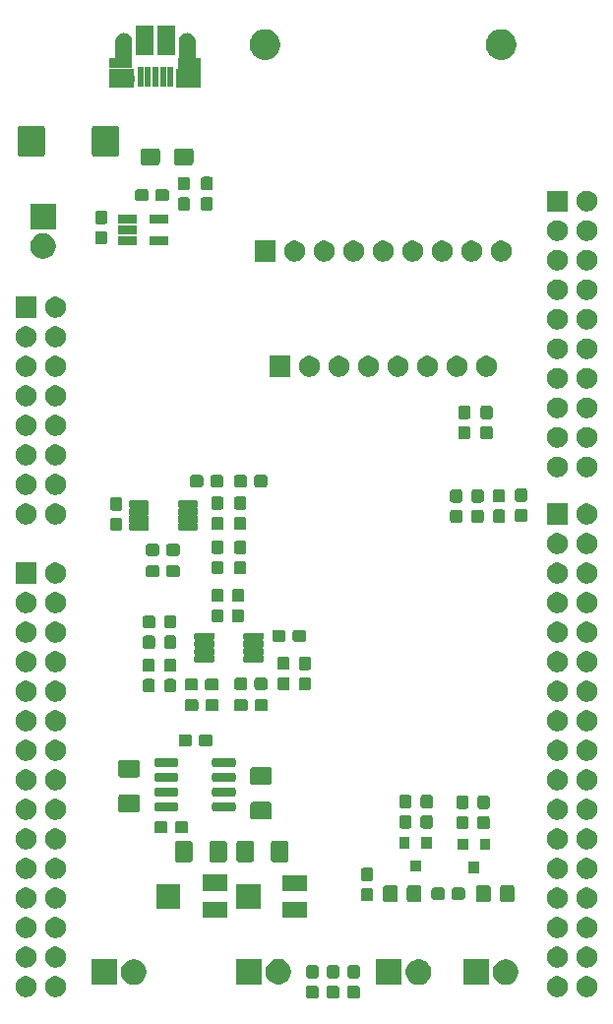
<source format=gts>
G04 #@! TF.GenerationSoftware,KiCad,Pcbnew,(5.1.5-0)*
G04 #@! TF.CreationDate,2021-06-24T11:38:46-03:00*
G04 #@! TF.ProjectId,pwjsignal,70776a73-6967-46e6-916c-2e6b69636164,rev?*
G04 #@! TF.SameCoordinates,Original*
G04 #@! TF.FileFunction,Soldermask,Top*
G04 #@! TF.FilePolarity,Negative*
%FSLAX46Y46*%
G04 Gerber Fmt 4.6, Leading zero omitted, Abs format (unit mm)*
G04 Created by KiCad (PCBNEW (5.1.5-0)) date 2021-06-24 11:38:46*
%MOMM*%
%LPD*%
G04 APERTURE LIST*
%ADD10C,0.152400*%
G04 APERTURE END LIST*
D10*
G36*
X158068584Y-124346204D02*
G01*
X158113091Y-124359705D01*
X158154112Y-124381631D01*
X158190064Y-124411136D01*
X158219569Y-124447088D01*
X158241495Y-124488109D01*
X158254996Y-124532616D01*
X158259800Y-124581393D01*
X158259800Y-125253007D01*
X158254996Y-125301784D01*
X158241495Y-125346291D01*
X158219569Y-125387312D01*
X158190064Y-125423264D01*
X158154112Y-125452769D01*
X158113091Y-125474695D01*
X158068584Y-125488196D01*
X158019807Y-125493000D01*
X157448193Y-125493000D01*
X157399416Y-125488196D01*
X157354909Y-125474695D01*
X157313888Y-125452769D01*
X157277936Y-125423264D01*
X157248431Y-125387312D01*
X157226505Y-125346291D01*
X157213004Y-125301784D01*
X157208200Y-125253007D01*
X157208200Y-124581393D01*
X157213004Y-124532616D01*
X157226505Y-124488109D01*
X157248431Y-124447088D01*
X157277936Y-124411136D01*
X157313888Y-124381631D01*
X157354909Y-124359705D01*
X157399416Y-124346204D01*
X157448193Y-124341400D01*
X158019807Y-124341400D01*
X158068584Y-124346204D01*
G37*
G36*
X156290584Y-124346204D02*
G01*
X156335091Y-124359705D01*
X156376112Y-124381631D01*
X156412064Y-124411136D01*
X156441569Y-124447088D01*
X156463495Y-124488109D01*
X156476996Y-124532616D01*
X156481800Y-124581393D01*
X156481800Y-125253007D01*
X156476996Y-125301784D01*
X156463495Y-125346291D01*
X156441569Y-125387312D01*
X156412064Y-125423264D01*
X156376112Y-125452769D01*
X156335091Y-125474695D01*
X156290584Y-125488196D01*
X156241807Y-125493000D01*
X155670193Y-125493000D01*
X155621416Y-125488196D01*
X155576909Y-125474695D01*
X155535888Y-125452769D01*
X155499936Y-125423264D01*
X155470431Y-125387312D01*
X155448505Y-125346291D01*
X155435004Y-125301784D01*
X155430200Y-125253007D01*
X155430200Y-124581393D01*
X155435004Y-124532616D01*
X155448505Y-124488109D01*
X155470431Y-124447088D01*
X155499936Y-124411136D01*
X155535888Y-124381631D01*
X155576909Y-124359705D01*
X155621416Y-124346204D01*
X155670193Y-124341400D01*
X156241807Y-124341400D01*
X156290584Y-124346204D01*
G37*
G36*
X154512584Y-124346204D02*
G01*
X154557091Y-124359705D01*
X154598112Y-124381631D01*
X154634064Y-124411136D01*
X154663569Y-124447088D01*
X154685495Y-124488109D01*
X154698996Y-124532616D01*
X154703800Y-124581393D01*
X154703800Y-125253007D01*
X154698996Y-125301784D01*
X154685495Y-125346291D01*
X154663569Y-125387312D01*
X154634064Y-125423264D01*
X154598112Y-125452769D01*
X154557091Y-125474695D01*
X154512584Y-125488196D01*
X154463807Y-125493000D01*
X153892193Y-125493000D01*
X153843416Y-125488196D01*
X153798909Y-125474695D01*
X153757888Y-125452769D01*
X153721936Y-125423264D01*
X153692431Y-125387312D01*
X153670505Y-125346291D01*
X153657004Y-125301784D01*
X153652200Y-125253007D01*
X153652200Y-124581393D01*
X153657004Y-124532616D01*
X153670505Y-124488109D01*
X153692431Y-124447088D01*
X153721936Y-124411136D01*
X153757888Y-124381631D01*
X153798909Y-124359705D01*
X153843416Y-124346204D01*
X153892193Y-124341400D01*
X154463807Y-124341400D01*
X154512584Y-124346204D01*
G37*
G36*
X129802754Y-123593817D02*
G01*
X129966689Y-123661721D01*
X130114227Y-123760303D01*
X130239697Y-123885773D01*
X130338279Y-124033311D01*
X130406183Y-124197246D01*
X130440800Y-124371279D01*
X130440800Y-124548721D01*
X130406183Y-124722754D01*
X130338279Y-124886689D01*
X130239697Y-125034227D01*
X130114227Y-125159697D01*
X129966689Y-125258279D01*
X129802754Y-125326183D01*
X129628721Y-125360800D01*
X129451279Y-125360800D01*
X129277246Y-125326183D01*
X129113311Y-125258279D01*
X128965773Y-125159697D01*
X128840303Y-125034227D01*
X128741721Y-124886689D01*
X128673817Y-124722754D01*
X128639200Y-124548721D01*
X128639200Y-124371279D01*
X128673817Y-124197246D01*
X128741721Y-124033311D01*
X128840303Y-123885773D01*
X128965773Y-123760303D01*
X129113311Y-123661721D01*
X129277246Y-123593817D01*
X129451279Y-123559200D01*
X129628721Y-123559200D01*
X129802754Y-123593817D01*
G37*
G36*
X132342754Y-123593817D02*
G01*
X132506689Y-123661721D01*
X132654227Y-123760303D01*
X132779697Y-123885773D01*
X132878279Y-124033311D01*
X132946183Y-124197246D01*
X132980800Y-124371279D01*
X132980800Y-124548721D01*
X132946183Y-124722754D01*
X132878279Y-124886689D01*
X132779697Y-125034227D01*
X132654227Y-125159697D01*
X132506689Y-125258279D01*
X132342754Y-125326183D01*
X132168721Y-125360800D01*
X131991279Y-125360800D01*
X131817246Y-125326183D01*
X131653311Y-125258279D01*
X131505773Y-125159697D01*
X131380303Y-125034227D01*
X131281721Y-124886689D01*
X131213817Y-124722754D01*
X131179200Y-124548721D01*
X131179200Y-124371279D01*
X131213817Y-124197246D01*
X131281721Y-124033311D01*
X131380303Y-123885773D01*
X131505773Y-123760303D01*
X131653311Y-123661721D01*
X131817246Y-123593817D01*
X131991279Y-123559200D01*
X132168721Y-123559200D01*
X132342754Y-123593817D01*
G37*
G36*
X175522754Y-123593817D02*
G01*
X175686689Y-123661721D01*
X175834227Y-123760303D01*
X175959697Y-123885773D01*
X176058279Y-124033311D01*
X176126183Y-124197246D01*
X176160800Y-124371279D01*
X176160800Y-124548721D01*
X176126183Y-124722754D01*
X176058279Y-124886689D01*
X175959697Y-125034227D01*
X175834227Y-125159697D01*
X175686689Y-125258279D01*
X175522754Y-125326183D01*
X175348721Y-125360800D01*
X175171279Y-125360800D01*
X174997246Y-125326183D01*
X174833311Y-125258279D01*
X174685773Y-125159697D01*
X174560303Y-125034227D01*
X174461721Y-124886689D01*
X174393817Y-124722754D01*
X174359200Y-124548721D01*
X174359200Y-124371279D01*
X174393817Y-124197246D01*
X174461721Y-124033311D01*
X174560303Y-123885773D01*
X174685773Y-123760303D01*
X174833311Y-123661721D01*
X174997246Y-123593817D01*
X175171279Y-123559200D01*
X175348721Y-123559200D01*
X175522754Y-123593817D01*
G37*
G36*
X178062754Y-123593817D02*
G01*
X178226689Y-123661721D01*
X178374227Y-123760303D01*
X178499697Y-123885773D01*
X178598279Y-124033311D01*
X178666183Y-124197246D01*
X178700800Y-124371279D01*
X178700800Y-124548721D01*
X178666183Y-124722754D01*
X178598279Y-124886689D01*
X178499697Y-125034227D01*
X178374227Y-125159697D01*
X178226689Y-125258279D01*
X178062754Y-125326183D01*
X177888721Y-125360800D01*
X177711279Y-125360800D01*
X177537246Y-125326183D01*
X177373311Y-125258279D01*
X177225773Y-125159697D01*
X177100303Y-125034227D01*
X177001721Y-124886689D01*
X176933817Y-124722754D01*
X176899200Y-124548721D01*
X176899200Y-124371279D01*
X176933817Y-124197246D01*
X177001721Y-124033311D01*
X177100303Y-123885773D01*
X177225773Y-123760303D01*
X177373311Y-123661721D01*
X177537246Y-123593817D01*
X177711279Y-123559200D01*
X177888721Y-123559200D01*
X178062754Y-123593817D01*
G37*
G36*
X137371800Y-124290800D02*
G01*
X135170200Y-124290800D01*
X135170200Y-122089200D01*
X137371800Y-122089200D01*
X137371800Y-124290800D01*
G37*
G36*
X163643092Y-122131503D02*
G01*
X163843424Y-122214483D01*
X164023721Y-122334954D01*
X164177046Y-122488279D01*
X164297517Y-122668576D01*
X164380497Y-122868908D01*
X164422800Y-123081580D01*
X164422800Y-123298420D01*
X164380497Y-123511092D01*
X164297517Y-123711424D01*
X164177046Y-123891721D01*
X164023721Y-124045046D01*
X163843424Y-124165517D01*
X163643092Y-124248497D01*
X163430420Y-124290800D01*
X163213580Y-124290800D01*
X163000908Y-124248497D01*
X162800576Y-124165517D01*
X162620279Y-124045046D01*
X162466954Y-123891721D01*
X162346483Y-123711424D01*
X162263503Y-123511092D01*
X162221200Y-123298420D01*
X162221200Y-123081580D01*
X162263503Y-122868908D01*
X162346483Y-122668576D01*
X162466954Y-122488279D01*
X162620279Y-122334954D01*
X162800576Y-122214483D01*
X163000908Y-122131503D01*
X163213580Y-122089200D01*
X163430420Y-122089200D01*
X163643092Y-122131503D01*
G37*
G36*
X161882800Y-124290800D02*
G01*
X159681200Y-124290800D01*
X159681200Y-122089200D01*
X161882800Y-122089200D01*
X161882800Y-124290800D01*
G37*
G36*
X171136092Y-122131503D02*
G01*
X171336424Y-122214483D01*
X171516721Y-122334954D01*
X171670046Y-122488279D01*
X171790517Y-122668576D01*
X171873497Y-122868908D01*
X171915800Y-123081580D01*
X171915800Y-123298420D01*
X171873497Y-123511092D01*
X171790517Y-123711424D01*
X171670046Y-123891721D01*
X171516721Y-124045046D01*
X171336424Y-124165517D01*
X171136092Y-124248497D01*
X170923420Y-124290800D01*
X170706580Y-124290800D01*
X170493908Y-124248497D01*
X170293576Y-124165517D01*
X170113279Y-124045046D01*
X169959954Y-123891721D01*
X169839483Y-123711424D01*
X169756503Y-123511092D01*
X169714200Y-123298420D01*
X169714200Y-123081580D01*
X169756503Y-122868908D01*
X169839483Y-122668576D01*
X169959954Y-122488279D01*
X170113279Y-122334954D01*
X170293576Y-122214483D01*
X170493908Y-122131503D01*
X170706580Y-122089200D01*
X170923420Y-122089200D01*
X171136092Y-122131503D01*
G37*
G36*
X169375800Y-124290800D02*
G01*
X167174200Y-124290800D01*
X167174200Y-122089200D01*
X169375800Y-122089200D01*
X169375800Y-124290800D01*
G37*
G36*
X139132092Y-122131503D02*
G01*
X139332424Y-122214483D01*
X139512721Y-122334954D01*
X139666046Y-122488279D01*
X139786517Y-122668576D01*
X139869497Y-122868908D01*
X139911800Y-123081580D01*
X139911800Y-123298420D01*
X139869497Y-123511092D01*
X139786517Y-123711424D01*
X139666046Y-123891721D01*
X139512721Y-124045046D01*
X139332424Y-124165517D01*
X139132092Y-124248497D01*
X138919420Y-124290800D01*
X138702580Y-124290800D01*
X138489908Y-124248497D01*
X138289576Y-124165517D01*
X138109279Y-124045046D01*
X137955954Y-123891721D01*
X137835483Y-123711424D01*
X137752503Y-123511092D01*
X137710200Y-123298420D01*
X137710200Y-123081580D01*
X137752503Y-122868908D01*
X137835483Y-122668576D01*
X137955954Y-122488279D01*
X138109279Y-122334954D01*
X138289576Y-122214483D01*
X138489908Y-122131503D01*
X138702580Y-122089200D01*
X138919420Y-122089200D01*
X139132092Y-122131503D01*
G37*
G36*
X151578092Y-122106103D02*
G01*
X151778424Y-122189083D01*
X151958721Y-122309554D01*
X152112046Y-122462879D01*
X152232517Y-122643176D01*
X152315497Y-122843508D01*
X152357800Y-123056180D01*
X152357800Y-123273020D01*
X152315497Y-123485692D01*
X152232517Y-123686024D01*
X152112046Y-123866321D01*
X151958721Y-124019646D01*
X151778424Y-124140117D01*
X151578092Y-124223097D01*
X151365420Y-124265400D01*
X151148580Y-124265400D01*
X150935908Y-124223097D01*
X150735576Y-124140117D01*
X150555279Y-124019646D01*
X150401954Y-123866321D01*
X150281483Y-123686024D01*
X150198503Y-123485692D01*
X150156200Y-123273020D01*
X150156200Y-123056180D01*
X150198503Y-122843508D01*
X150281483Y-122643176D01*
X150401954Y-122462879D01*
X150555279Y-122309554D01*
X150735576Y-122189083D01*
X150935908Y-122106103D01*
X151148580Y-122063800D01*
X151365420Y-122063800D01*
X151578092Y-122106103D01*
G37*
G36*
X149817800Y-124265400D02*
G01*
X147616200Y-124265400D01*
X147616200Y-122063800D01*
X149817800Y-122063800D01*
X149817800Y-124265400D01*
G37*
G36*
X156290584Y-122596204D02*
G01*
X156335091Y-122609705D01*
X156376112Y-122631631D01*
X156412064Y-122661136D01*
X156441569Y-122697088D01*
X156463495Y-122738109D01*
X156476996Y-122782616D01*
X156481800Y-122831393D01*
X156481800Y-123503007D01*
X156476996Y-123551784D01*
X156463495Y-123596291D01*
X156441569Y-123637312D01*
X156412064Y-123673264D01*
X156376112Y-123702769D01*
X156335091Y-123724695D01*
X156290584Y-123738196D01*
X156241807Y-123743000D01*
X155670193Y-123743000D01*
X155621416Y-123738196D01*
X155576909Y-123724695D01*
X155535888Y-123702769D01*
X155499936Y-123673264D01*
X155470431Y-123637312D01*
X155448505Y-123596291D01*
X155435004Y-123551784D01*
X155430200Y-123503007D01*
X155430200Y-122831393D01*
X155435004Y-122782616D01*
X155448505Y-122738109D01*
X155470431Y-122697088D01*
X155499936Y-122661136D01*
X155535888Y-122631631D01*
X155576909Y-122609705D01*
X155621416Y-122596204D01*
X155670193Y-122591400D01*
X156241807Y-122591400D01*
X156290584Y-122596204D01*
G37*
G36*
X154512584Y-122596204D02*
G01*
X154557091Y-122609705D01*
X154598112Y-122631631D01*
X154634064Y-122661136D01*
X154663569Y-122697088D01*
X154685495Y-122738109D01*
X154698996Y-122782616D01*
X154703800Y-122831393D01*
X154703800Y-123503007D01*
X154698996Y-123551784D01*
X154685495Y-123596291D01*
X154663569Y-123637312D01*
X154634064Y-123673264D01*
X154598112Y-123702769D01*
X154557091Y-123724695D01*
X154512584Y-123738196D01*
X154463807Y-123743000D01*
X153892193Y-123743000D01*
X153843416Y-123738196D01*
X153798909Y-123724695D01*
X153757888Y-123702769D01*
X153721936Y-123673264D01*
X153692431Y-123637312D01*
X153670505Y-123596291D01*
X153657004Y-123551784D01*
X153652200Y-123503007D01*
X153652200Y-122831393D01*
X153657004Y-122782616D01*
X153670505Y-122738109D01*
X153692431Y-122697088D01*
X153721936Y-122661136D01*
X153757888Y-122631631D01*
X153798909Y-122609705D01*
X153843416Y-122596204D01*
X153892193Y-122591400D01*
X154463807Y-122591400D01*
X154512584Y-122596204D01*
G37*
G36*
X158068584Y-122596204D02*
G01*
X158113091Y-122609705D01*
X158154112Y-122631631D01*
X158190064Y-122661136D01*
X158219569Y-122697088D01*
X158241495Y-122738109D01*
X158254996Y-122782616D01*
X158259800Y-122831393D01*
X158259800Y-123503007D01*
X158254996Y-123551784D01*
X158241495Y-123596291D01*
X158219569Y-123637312D01*
X158190064Y-123673264D01*
X158154112Y-123702769D01*
X158113091Y-123724695D01*
X158068584Y-123738196D01*
X158019807Y-123743000D01*
X157448193Y-123743000D01*
X157399416Y-123738196D01*
X157354909Y-123724695D01*
X157313888Y-123702769D01*
X157277936Y-123673264D01*
X157248431Y-123637312D01*
X157226505Y-123596291D01*
X157213004Y-123551784D01*
X157208200Y-123503007D01*
X157208200Y-122831393D01*
X157213004Y-122782616D01*
X157226505Y-122738109D01*
X157248431Y-122697088D01*
X157277936Y-122661136D01*
X157313888Y-122631631D01*
X157354909Y-122609705D01*
X157399416Y-122596204D01*
X157448193Y-122591400D01*
X158019807Y-122591400D01*
X158068584Y-122596204D01*
G37*
G36*
X129802754Y-121053817D02*
G01*
X129966689Y-121121721D01*
X130114227Y-121220303D01*
X130239697Y-121345773D01*
X130338279Y-121493311D01*
X130406183Y-121657246D01*
X130440800Y-121831279D01*
X130440800Y-122008721D01*
X130406183Y-122182754D01*
X130338279Y-122346689D01*
X130239697Y-122494227D01*
X130114227Y-122619697D01*
X129966689Y-122718279D01*
X129802754Y-122786183D01*
X129628721Y-122820800D01*
X129451279Y-122820800D01*
X129277246Y-122786183D01*
X129113311Y-122718279D01*
X128965773Y-122619697D01*
X128840303Y-122494227D01*
X128741721Y-122346689D01*
X128673817Y-122182754D01*
X128639200Y-122008721D01*
X128639200Y-121831279D01*
X128673817Y-121657246D01*
X128741721Y-121493311D01*
X128840303Y-121345773D01*
X128965773Y-121220303D01*
X129113311Y-121121721D01*
X129277246Y-121053817D01*
X129451279Y-121019200D01*
X129628721Y-121019200D01*
X129802754Y-121053817D01*
G37*
G36*
X132342754Y-121053817D02*
G01*
X132506689Y-121121721D01*
X132654227Y-121220303D01*
X132779697Y-121345773D01*
X132878279Y-121493311D01*
X132946183Y-121657246D01*
X132980800Y-121831279D01*
X132980800Y-122008721D01*
X132946183Y-122182754D01*
X132878279Y-122346689D01*
X132779697Y-122494227D01*
X132654227Y-122619697D01*
X132506689Y-122718279D01*
X132342754Y-122786183D01*
X132168721Y-122820800D01*
X131991279Y-122820800D01*
X131817246Y-122786183D01*
X131653311Y-122718279D01*
X131505773Y-122619697D01*
X131380303Y-122494227D01*
X131281721Y-122346689D01*
X131213817Y-122182754D01*
X131179200Y-122008721D01*
X131179200Y-121831279D01*
X131213817Y-121657246D01*
X131281721Y-121493311D01*
X131380303Y-121345773D01*
X131505773Y-121220303D01*
X131653311Y-121121721D01*
X131817246Y-121053817D01*
X131991279Y-121019200D01*
X132168721Y-121019200D01*
X132342754Y-121053817D01*
G37*
G36*
X175522754Y-121053817D02*
G01*
X175686689Y-121121721D01*
X175834227Y-121220303D01*
X175959697Y-121345773D01*
X176058279Y-121493311D01*
X176126183Y-121657246D01*
X176160800Y-121831279D01*
X176160800Y-122008721D01*
X176126183Y-122182754D01*
X176058279Y-122346689D01*
X175959697Y-122494227D01*
X175834227Y-122619697D01*
X175686689Y-122718279D01*
X175522754Y-122786183D01*
X175348721Y-122820800D01*
X175171279Y-122820800D01*
X174997246Y-122786183D01*
X174833311Y-122718279D01*
X174685773Y-122619697D01*
X174560303Y-122494227D01*
X174461721Y-122346689D01*
X174393817Y-122182754D01*
X174359200Y-122008721D01*
X174359200Y-121831279D01*
X174393817Y-121657246D01*
X174461721Y-121493311D01*
X174560303Y-121345773D01*
X174685773Y-121220303D01*
X174833311Y-121121721D01*
X174997246Y-121053817D01*
X175171279Y-121019200D01*
X175348721Y-121019200D01*
X175522754Y-121053817D01*
G37*
G36*
X178062754Y-121053817D02*
G01*
X178226689Y-121121721D01*
X178374227Y-121220303D01*
X178499697Y-121345773D01*
X178598279Y-121493311D01*
X178666183Y-121657246D01*
X178700800Y-121831279D01*
X178700800Y-122008721D01*
X178666183Y-122182754D01*
X178598279Y-122346689D01*
X178499697Y-122494227D01*
X178374227Y-122619697D01*
X178226689Y-122718279D01*
X178062754Y-122786183D01*
X177888721Y-122820800D01*
X177711279Y-122820800D01*
X177537246Y-122786183D01*
X177373311Y-122718279D01*
X177225773Y-122619697D01*
X177100303Y-122494227D01*
X177001721Y-122346689D01*
X176933817Y-122182754D01*
X176899200Y-122008721D01*
X176899200Y-121831279D01*
X176933817Y-121657246D01*
X177001721Y-121493311D01*
X177100303Y-121345773D01*
X177225773Y-121220303D01*
X177373311Y-121121721D01*
X177537246Y-121053817D01*
X177711279Y-121019200D01*
X177888721Y-121019200D01*
X178062754Y-121053817D01*
G37*
G36*
X129802754Y-118513817D02*
G01*
X129966689Y-118581721D01*
X130114227Y-118680303D01*
X130239697Y-118805773D01*
X130338279Y-118953311D01*
X130406183Y-119117246D01*
X130440800Y-119291279D01*
X130440800Y-119468721D01*
X130406183Y-119642754D01*
X130338279Y-119806689D01*
X130239697Y-119954227D01*
X130114227Y-120079697D01*
X129966689Y-120178279D01*
X129802754Y-120246183D01*
X129628721Y-120280800D01*
X129451279Y-120280800D01*
X129277246Y-120246183D01*
X129113311Y-120178279D01*
X128965773Y-120079697D01*
X128840303Y-119954227D01*
X128741721Y-119806689D01*
X128673817Y-119642754D01*
X128639200Y-119468721D01*
X128639200Y-119291279D01*
X128673817Y-119117246D01*
X128741721Y-118953311D01*
X128840303Y-118805773D01*
X128965773Y-118680303D01*
X129113311Y-118581721D01*
X129277246Y-118513817D01*
X129451279Y-118479200D01*
X129628721Y-118479200D01*
X129802754Y-118513817D01*
G37*
G36*
X132342754Y-118513817D02*
G01*
X132506689Y-118581721D01*
X132654227Y-118680303D01*
X132779697Y-118805773D01*
X132878279Y-118953311D01*
X132946183Y-119117246D01*
X132980800Y-119291279D01*
X132980800Y-119468721D01*
X132946183Y-119642754D01*
X132878279Y-119806689D01*
X132779697Y-119954227D01*
X132654227Y-120079697D01*
X132506689Y-120178279D01*
X132342754Y-120246183D01*
X132168721Y-120280800D01*
X131991279Y-120280800D01*
X131817246Y-120246183D01*
X131653311Y-120178279D01*
X131505773Y-120079697D01*
X131380303Y-119954227D01*
X131281721Y-119806689D01*
X131213817Y-119642754D01*
X131179200Y-119468721D01*
X131179200Y-119291279D01*
X131213817Y-119117246D01*
X131281721Y-118953311D01*
X131380303Y-118805773D01*
X131505773Y-118680303D01*
X131653311Y-118581721D01*
X131817246Y-118513817D01*
X131991279Y-118479200D01*
X132168721Y-118479200D01*
X132342754Y-118513817D01*
G37*
G36*
X175522754Y-118513817D02*
G01*
X175686689Y-118581721D01*
X175834227Y-118680303D01*
X175959697Y-118805773D01*
X176058279Y-118953311D01*
X176126183Y-119117246D01*
X176160800Y-119291279D01*
X176160800Y-119468721D01*
X176126183Y-119642754D01*
X176058279Y-119806689D01*
X175959697Y-119954227D01*
X175834227Y-120079697D01*
X175686689Y-120178279D01*
X175522754Y-120246183D01*
X175348721Y-120280800D01*
X175171279Y-120280800D01*
X174997246Y-120246183D01*
X174833311Y-120178279D01*
X174685773Y-120079697D01*
X174560303Y-119954227D01*
X174461721Y-119806689D01*
X174393817Y-119642754D01*
X174359200Y-119468721D01*
X174359200Y-119291279D01*
X174393817Y-119117246D01*
X174461721Y-118953311D01*
X174560303Y-118805773D01*
X174685773Y-118680303D01*
X174833311Y-118581721D01*
X174997246Y-118513817D01*
X175171279Y-118479200D01*
X175348721Y-118479200D01*
X175522754Y-118513817D01*
G37*
G36*
X178062754Y-118513817D02*
G01*
X178226689Y-118581721D01*
X178374227Y-118680303D01*
X178499697Y-118805773D01*
X178598279Y-118953311D01*
X178666183Y-119117246D01*
X178700800Y-119291279D01*
X178700800Y-119468721D01*
X178666183Y-119642754D01*
X178598279Y-119806689D01*
X178499697Y-119954227D01*
X178374227Y-120079697D01*
X178226689Y-120178279D01*
X178062754Y-120246183D01*
X177888721Y-120280800D01*
X177711279Y-120280800D01*
X177537246Y-120246183D01*
X177373311Y-120178279D01*
X177225773Y-120079697D01*
X177100303Y-119954227D01*
X177001721Y-119806689D01*
X176933817Y-119642754D01*
X176899200Y-119468721D01*
X176899200Y-119291279D01*
X176933817Y-119117246D01*
X177001721Y-118953311D01*
X177100303Y-118805773D01*
X177225773Y-118680303D01*
X177373311Y-118581721D01*
X177537246Y-118513817D01*
X177711279Y-118479200D01*
X177888721Y-118479200D01*
X178062754Y-118513817D01*
G37*
G36*
X153723600Y-118551100D02*
G01*
X151622000Y-118551100D01*
X151622000Y-117149500D01*
X153723600Y-117149500D01*
X153723600Y-118551100D01*
G37*
G36*
X146840200Y-118538400D02*
G01*
X144738600Y-118538400D01*
X144738600Y-117136800D01*
X146840200Y-117136800D01*
X146840200Y-118538400D01*
G37*
G36*
X149723600Y-117751100D02*
G01*
X147622000Y-117751100D01*
X147622000Y-115649500D01*
X149723600Y-115649500D01*
X149723600Y-117751100D01*
G37*
G36*
X132342754Y-115973817D02*
G01*
X132506689Y-116041721D01*
X132654227Y-116140303D01*
X132779697Y-116265773D01*
X132878279Y-116413311D01*
X132946183Y-116577246D01*
X132980800Y-116751279D01*
X132980800Y-116928721D01*
X132946183Y-117102754D01*
X132878279Y-117266689D01*
X132779697Y-117414227D01*
X132654227Y-117539697D01*
X132506689Y-117638279D01*
X132342754Y-117706183D01*
X132168721Y-117740800D01*
X131991279Y-117740800D01*
X131817246Y-117706183D01*
X131653311Y-117638279D01*
X131505773Y-117539697D01*
X131380303Y-117414227D01*
X131281721Y-117266689D01*
X131213817Y-117102754D01*
X131179200Y-116928721D01*
X131179200Y-116751279D01*
X131213817Y-116577246D01*
X131281721Y-116413311D01*
X131380303Y-116265773D01*
X131505773Y-116140303D01*
X131653311Y-116041721D01*
X131817246Y-115973817D01*
X131991279Y-115939200D01*
X132168721Y-115939200D01*
X132342754Y-115973817D01*
G37*
G36*
X129802754Y-115973817D02*
G01*
X129966689Y-116041721D01*
X130114227Y-116140303D01*
X130239697Y-116265773D01*
X130338279Y-116413311D01*
X130406183Y-116577246D01*
X130440800Y-116751279D01*
X130440800Y-116928721D01*
X130406183Y-117102754D01*
X130338279Y-117266689D01*
X130239697Y-117414227D01*
X130114227Y-117539697D01*
X129966689Y-117638279D01*
X129802754Y-117706183D01*
X129628721Y-117740800D01*
X129451279Y-117740800D01*
X129277246Y-117706183D01*
X129113311Y-117638279D01*
X128965773Y-117539697D01*
X128840303Y-117414227D01*
X128741721Y-117266689D01*
X128673817Y-117102754D01*
X128639200Y-116928721D01*
X128639200Y-116751279D01*
X128673817Y-116577246D01*
X128741721Y-116413311D01*
X128840303Y-116265773D01*
X128965773Y-116140303D01*
X129113311Y-116041721D01*
X129277246Y-115973817D01*
X129451279Y-115939200D01*
X129628721Y-115939200D01*
X129802754Y-115973817D01*
G37*
G36*
X178062754Y-115973817D02*
G01*
X178226689Y-116041721D01*
X178374227Y-116140303D01*
X178499697Y-116265773D01*
X178598279Y-116413311D01*
X178666183Y-116577246D01*
X178700800Y-116751279D01*
X178700800Y-116928721D01*
X178666183Y-117102754D01*
X178598279Y-117266689D01*
X178499697Y-117414227D01*
X178374227Y-117539697D01*
X178226689Y-117638279D01*
X178062754Y-117706183D01*
X177888721Y-117740800D01*
X177711279Y-117740800D01*
X177537246Y-117706183D01*
X177373311Y-117638279D01*
X177225773Y-117539697D01*
X177100303Y-117414227D01*
X177001721Y-117266689D01*
X176933817Y-117102754D01*
X176899200Y-116928721D01*
X176899200Y-116751279D01*
X176933817Y-116577246D01*
X177001721Y-116413311D01*
X177100303Y-116265773D01*
X177225773Y-116140303D01*
X177373311Y-116041721D01*
X177537246Y-115973817D01*
X177711279Y-115939200D01*
X177888721Y-115939200D01*
X178062754Y-115973817D01*
G37*
G36*
X175522754Y-115973817D02*
G01*
X175686689Y-116041721D01*
X175834227Y-116140303D01*
X175959697Y-116265773D01*
X176058279Y-116413311D01*
X176126183Y-116577246D01*
X176160800Y-116751279D01*
X176160800Y-116928721D01*
X176126183Y-117102754D01*
X176058279Y-117266689D01*
X175959697Y-117414227D01*
X175834227Y-117539697D01*
X175686689Y-117638279D01*
X175522754Y-117706183D01*
X175348721Y-117740800D01*
X175171279Y-117740800D01*
X174997246Y-117706183D01*
X174833311Y-117638279D01*
X174685773Y-117539697D01*
X174560303Y-117414227D01*
X174461721Y-117266689D01*
X174393817Y-117102754D01*
X174359200Y-116928721D01*
X174359200Y-116751279D01*
X174393817Y-116577246D01*
X174461721Y-116413311D01*
X174560303Y-116265773D01*
X174685773Y-116140303D01*
X174833311Y-116041721D01*
X174997246Y-115973817D01*
X175171279Y-115939200D01*
X175348721Y-115939200D01*
X175522754Y-115973817D01*
G37*
G36*
X142840200Y-117738400D02*
G01*
X140738600Y-117738400D01*
X140738600Y-115636800D01*
X142840200Y-115636800D01*
X142840200Y-117738400D01*
G37*
G36*
X163370857Y-115713117D02*
G01*
X163416465Y-115726952D01*
X163458504Y-115749422D01*
X163495344Y-115779656D01*
X163525578Y-115816496D01*
X163548048Y-115858535D01*
X163561883Y-115904143D01*
X163566800Y-115954065D01*
X163566800Y-116963935D01*
X163561883Y-117013857D01*
X163548048Y-117059465D01*
X163525578Y-117101504D01*
X163495344Y-117138344D01*
X163458504Y-117168578D01*
X163416465Y-117191048D01*
X163370857Y-117204883D01*
X163320935Y-117209800D01*
X162561065Y-117209800D01*
X162511143Y-117204883D01*
X162465535Y-117191048D01*
X162423496Y-117168578D01*
X162386656Y-117138344D01*
X162356422Y-117101504D01*
X162333952Y-117059465D01*
X162320117Y-117013857D01*
X162315200Y-116963935D01*
X162315200Y-115954065D01*
X162320117Y-115904143D01*
X162333952Y-115858535D01*
X162356422Y-115816496D01*
X162386656Y-115779656D01*
X162423496Y-115749422D01*
X162465535Y-115726952D01*
X162511143Y-115713117D01*
X162561065Y-115708200D01*
X163320935Y-115708200D01*
X163370857Y-115713117D01*
G37*
G36*
X161320857Y-115713117D02*
G01*
X161366465Y-115726952D01*
X161408504Y-115749422D01*
X161445344Y-115779656D01*
X161475578Y-115816496D01*
X161498048Y-115858535D01*
X161511883Y-115904143D01*
X161516800Y-115954065D01*
X161516800Y-116963935D01*
X161511883Y-117013857D01*
X161498048Y-117059465D01*
X161475578Y-117101504D01*
X161445344Y-117138344D01*
X161408504Y-117168578D01*
X161366465Y-117191048D01*
X161320857Y-117204883D01*
X161270935Y-117209800D01*
X160511065Y-117209800D01*
X160461143Y-117204883D01*
X160415535Y-117191048D01*
X160373496Y-117168578D01*
X160336656Y-117138344D01*
X160306422Y-117101504D01*
X160283952Y-117059465D01*
X160270117Y-117013857D01*
X160265200Y-116963935D01*
X160265200Y-115954065D01*
X160270117Y-115904143D01*
X160283952Y-115858535D01*
X160306422Y-115816496D01*
X160336656Y-115779656D01*
X160373496Y-115749422D01*
X160415535Y-115726952D01*
X160461143Y-115713117D01*
X160511065Y-115708200D01*
X161270935Y-115708200D01*
X161320857Y-115713117D01*
G37*
G36*
X169339857Y-115713117D02*
G01*
X169385465Y-115726952D01*
X169427504Y-115749422D01*
X169464344Y-115779656D01*
X169494578Y-115816496D01*
X169517048Y-115858535D01*
X169530883Y-115904143D01*
X169535800Y-115954065D01*
X169535800Y-116963935D01*
X169530883Y-117013857D01*
X169517048Y-117059465D01*
X169494578Y-117101504D01*
X169464344Y-117138344D01*
X169427504Y-117168578D01*
X169385465Y-117191048D01*
X169339857Y-117204883D01*
X169289935Y-117209800D01*
X168530065Y-117209800D01*
X168480143Y-117204883D01*
X168434535Y-117191048D01*
X168392496Y-117168578D01*
X168355656Y-117138344D01*
X168325422Y-117101504D01*
X168302952Y-117059465D01*
X168289117Y-117013857D01*
X168284200Y-116963935D01*
X168284200Y-115954065D01*
X168289117Y-115904143D01*
X168302952Y-115858535D01*
X168325422Y-115816496D01*
X168355656Y-115779656D01*
X168392496Y-115749422D01*
X168434535Y-115726952D01*
X168480143Y-115713117D01*
X168530065Y-115708200D01*
X169289935Y-115708200D01*
X169339857Y-115713117D01*
G37*
G36*
X171389857Y-115713117D02*
G01*
X171435465Y-115726952D01*
X171477504Y-115749422D01*
X171514344Y-115779656D01*
X171544578Y-115816496D01*
X171567048Y-115858535D01*
X171580883Y-115904143D01*
X171585800Y-115954065D01*
X171585800Y-116963935D01*
X171580883Y-117013857D01*
X171567048Y-117059465D01*
X171544578Y-117101504D01*
X171514344Y-117138344D01*
X171477504Y-117168578D01*
X171435465Y-117191048D01*
X171389857Y-117204883D01*
X171339935Y-117209800D01*
X170580065Y-117209800D01*
X170530143Y-117204883D01*
X170484535Y-117191048D01*
X170442496Y-117168578D01*
X170405656Y-117138344D01*
X170375422Y-117101504D01*
X170352952Y-117059465D01*
X170339117Y-117013857D01*
X170334200Y-116963935D01*
X170334200Y-115954065D01*
X170339117Y-115904143D01*
X170352952Y-115858535D01*
X170375422Y-115816496D01*
X170405656Y-115779656D01*
X170442496Y-115749422D01*
X170484535Y-115726952D01*
X170530143Y-115713117D01*
X170580065Y-115708200D01*
X171339935Y-115708200D01*
X171389857Y-115713117D01*
G37*
G36*
X159236984Y-115975604D02*
G01*
X159281491Y-115989105D01*
X159322512Y-116011031D01*
X159358464Y-116040536D01*
X159387969Y-116076488D01*
X159409895Y-116117509D01*
X159423396Y-116162016D01*
X159428200Y-116210793D01*
X159428200Y-116882407D01*
X159423396Y-116931184D01*
X159409895Y-116975691D01*
X159387969Y-117016712D01*
X159358464Y-117052664D01*
X159322512Y-117082169D01*
X159281491Y-117104095D01*
X159236984Y-117117596D01*
X159188207Y-117122400D01*
X158616593Y-117122400D01*
X158567816Y-117117596D01*
X158523309Y-117104095D01*
X158482288Y-117082169D01*
X158446336Y-117052664D01*
X158416831Y-117016712D01*
X158394905Y-116975691D01*
X158381404Y-116931184D01*
X158376600Y-116882407D01*
X158376600Y-116210793D01*
X158381404Y-116162016D01*
X158394905Y-116117509D01*
X158416831Y-116076488D01*
X158446336Y-116040536D01*
X158482288Y-116011031D01*
X158523309Y-115989105D01*
X158567816Y-115975604D01*
X158616593Y-115970800D01*
X159188207Y-115970800D01*
X159236984Y-115975604D01*
G37*
G36*
X165385584Y-115938004D02*
G01*
X165430091Y-115951505D01*
X165471112Y-115973431D01*
X165507064Y-116002936D01*
X165536569Y-116038888D01*
X165558495Y-116079909D01*
X165571996Y-116124416D01*
X165576800Y-116173193D01*
X165576800Y-116744807D01*
X165571996Y-116793584D01*
X165558495Y-116838091D01*
X165536569Y-116879112D01*
X165507064Y-116915064D01*
X165471112Y-116944569D01*
X165430091Y-116966495D01*
X165385584Y-116979996D01*
X165336807Y-116984800D01*
X164665193Y-116984800D01*
X164616416Y-116979996D01*
X164571909Y-116966495D01*
X164530888Y-116944569D01*
X164494936Y-116915064D01*
X164465431Y-116879112D01*
X164443505Y-116838091D01*
X164430004Y-116793584D01*
X164425200Y-116744807D01*
X164425200Y-116173193D01*
X164430004Y-116124416D01*
X164443505Y-116079909D01*
X164465431Y-116038888D01*
X164494936Y-116002936D01*
X164530888Y-115973431D01*
X164571909Y-115951505D01*
X164616416Y-115938004D01*
X164665193Y-115933200D01*
X165336807Y-115933200D01*
X165385584Y-115938004D01*
G37*
G36*
X167135584Y-115938004D02*
G01*
X167180091Y-115951505D01*
X167221112Y-115973431D01*
X167257064Y-116002936D01*
X167286569Y-116038888D01*
X167308495Y-116079909D01*
X167321996Y-116124416D01*
X167326800Y-116173193D01*
X167326800Y-116744807D01*
X167321996Y-116793584D01*
X167308495Y-116838091D01*
X167286569Y-116879112D01*
X167257064Y-116915064D01*
X167221112Y-116944569D01*
X167180091Y-116966495D01*
X167135584Y-116979996D01*
X167086807Y-116984800D01*
X166415193Y-116984800D01*
X166366416Y-116979996D01*
X166321909Y-116966495D01*
X166280888Y-116944569D01*
X166244936Y-116915064D01*
X166215431Y-116879112D01*
X166193505Y-116838091D01*
X166180004Y-116793584D01*
X166175200Y-116744807D01*
X166175200Y-116173193D01*
X166180004Y-116124416D01*
X166193505Y-116079909D01*
X166215431Y-116038888D01*
X166244936Y-116002936D01*
X166280888Y-115973431D01*
X166321909Y-115951505D01*
X166366416Y-115938004D01*
X166415193Y-115933200D01*
X167086807Y-115933200D01*
X167135584Y-115938004D01*
G37*
G36*
X153723600Y-116251100D02*
G01*
X151622000Y-116251100D01*
X151622000Y-114849500D01*
X153723600Y-114849500D01*
X153723600Y-116251100D01*
G37*
G36*
X146840200Y-116238400D02*
G01*
X144738600Y-116238400D01*
X144738600Y-114836800D01*
X146840200Y-114836800D01*
X146840200Y-116238400D01*
G37*
G36*
X159236984Y-114225604D02*
G01*
X159281491Y-114239105D01*
X159322512Y-114261031D01*
X159358464Y-114290536D01*
X159387969Y-114326488D01*
X159409895Y-114367509D01*
X159423396Y-114412016D01*
X159428200Y-114460793D01*
X159428200Y-115132407D01*
X159423396Y-115181184D01*
X159409895Y-115225691D01*
X159387969Y-115266712D01*
X159358464Y-115302664D01*
X159322512Y-115332169D01*
X159281491Y-115354095D01*
X159236984Y-115367596D01*
X159188207Y-115372400D01*
X158616593Y-115372400D01*
X158567816Y-115367596D01*
X158523309Y-115354095D01*
X158482288Y-115332169D01*
X158446336Y-115302664D01*
X158416831Y-115266712D01*
X158394905Y-115225691D01*
X158381404Y-115181184D01*
X158376600Y-115132407D01*
X158376600Y-114460793D01*
X158381404Y-114412016D01*
X158394905Y-114367509D01*
X158416831Y-114326488D01*
X158446336Y-114290536D01*
X158482288Y-114261031D01*
X158523309Y-114239105D01*
X158567816Y-114225604D01*
X158616593Y-114220800D01*
X159188207Y-114220800D01*
X159236984Y-114225604D01*
G37*
G36*
X175522754Y-113433817D02*
G01*
X175686689Y-113501721D01*
X175834227Y-113600303D01*
X175959697Y-113725773D01*
X176058279Y-113873311D01*
X176126183Y-114037246D01*
X176160800Y-114211279D01*
X176160800Y-114388721D01*
X176126183Y-114562754D01*
X176058279Y-114726689D01*
X175959697Y-114874227D01*
X175834227Y-114999697D01*
X175686689Y-115098279D01*
X175522754Y-115166183D01*
X175348721Y-115200800D01*
X175171279Y-115200800D01*
X174997246Y-115166183D01*
X174833311Y-115098279D01*
X174685773Y-114999697D01*
X174560303Y-114874227D01*
X174461721Y-114726689D01*
X174393817Y-114562754D01*
X174359200Y-114388721D01*
X174359200Y-114211279D01*
X174393817Y-114037246D01*
X174461721Y-113873311D01*
X174560303Y-113725773D01*
X174685773Y-113600303D01*
X174833311Y-113501721D01*
X174997246Y-113433817D01*
X175171279Y-113399200D01*
X175348721Y-113399200D01*
X175522754Y-113433817D01*
G37*
G36*
X178062754Y-113433817D02*
G01*
X178226689Y-113501721D01*
X178374227Y-113600303D01*
X178499697Y-113725773D01*
X178598279Y-113873311D01*
X178666183Y-114037246D01*
X178700800Y-114211279D01*
X178700800Y-114388721D01*
X178666183Y-114562754D01*
X178598279Y-114726689D01*
X178499697Y-114874227D01*
X178374227Y-114999697D01*
X178226689Y-115098279D01*
X178062754Y-115166183D01*
X177888721Y-115200800D01*
X177711279Y-115200800D01*
X177537246Y-115166183D01*
X177373311Y-115098279D01*
X177225773Y-114999697D01*
X177100303Y-114874227D01*
X177001721Y-114726689D01*
X176933817Y-114562754D01*
X176899200Y-114388721D01*
X176899200Y-114211279D01*
X176933817Y-114037246D01*
X177001721Y-113873311D01*
X177100303Y-113725773D01*
X177225773Y-113600303D01*
X177373311Y-113501721D01*
X177537246Y-113433817D01*
X177711279Y-113399200D01*
X177888721Y-113399200D01*
X178062754Y-113433817D01*
G37*
G36*
X129802754Y-113433817D02*
G01*
X129966689Y-113501721D01*
X130114227Y-113600303D01*
X130239697Y-113725773D01*
X130338279Y-113873311D01*
X130406183Y-114037246D01*
X130440800Y-114211279D01*
X130440800Y-114388721D01*
X130406183Y-114562754D01*
X130338279Y-114726689D01*
X130239697Y-114874227D01*
X130114227Y-114999697D01*
X129966689Y-115098279D01*
X129802754Y-115166183D01*
X129628721Y-115200800D01*
X129451279Y-115200800D01*
X129277246Y-115166183D01*
X129113311Y-115098279D01*
X128965773Y-114999697D01*
X128840303Y-114874227D01*
X128741721Y-114726689D01*
X128673817Y-114562754D01*
X128639200Y-114388721D01*
X128639200Y-114211279D01*
X128673817Y-114037246D01*
X128741721Y-113873311D01*
X128840303Y-113725773D01*
X128965773Y-113600303D01*
X129113311Y-113501721D01*
X129277246Y-113433817D01*
X129451279Y-113399200D01*
X129628721Y-113399200D01*
X129802754Y-113433817D01*
G37*
G36*
X132342754Y-113433817D02*
G01*
X132506689Y-113501721D01*
X132654227Y-113600303D01*
X132779697Y-113725773D01*
X132878279Y-113873311D01*
X132946183Y-114037246D01*
X132980800Y-114211279D01*
X132980800Y-114388721D01*
X132946183Y-114562754D01*
X132878279Y-114726689D01*
X132779697Y-114874227D01*
X132654227Y-114999697D01*
X132506689Y-115098279D01*
X132342754Y-115166183D01*
X132168721Y-115200800D01*
X131991279Y-115200800D01*
X131817246Y-115166183D01*
X131653311Y-115098279D01*
X131505773Y-114999697D01*
X131380303Y-114874227D01*
X131281721Y-114726689D01*
X131213817Y-114562754D01*
X131179200Y-114388721D01*
X131179200Y-114211279D01*
X131213817Y-114037246D01*
X131281721Y-113873311D01*
X131380303Y-113725773D01*
X131505773Y-113600303D01*
X131653311Y-113501721D01*
X131817246Y-113433817D01*
X131991279Y-113399200D01*
X132168721Y-113399200D01*
X132342754Y-113433817D01*
G37*
G36*
X168535300Y-114721300D02*
G01*
X167633700Y-114721300D01*
X167633700Y-113719700D01*
X168535300Y-113719700D01*
X168535300Y-114721300D01*
G37*
G36*
X163516300Y-114578300D02*
G01*
X162614700Y-114578300D01*
X162614700Y-113576700D01*
X163516300Y-113576700D01*
X163516300Y-114578300D01*
G37*
G36*
X143676215Y-111905753D02*
G01*
X143720228Y-111919104D01*
X143760790Y-111940785D01*
X143796340Y-111969960D01*
X143825515Y-112005510D01*
X143847196Y-112046072D01*
X143860547Y-112090085D01*
X143865300Y-112138343D01*
X143865300Y-113515257D01*
X143860547Y-113563515D01*
X143847196Y-113607528D01*
X143825515Y-113648090D01*
X143796340Y-113683640D01*
X143760790Y-113712815D01*
X143720228Y-113734496D01*
X143676215Y-113747847D01*
X143627957Y-113752600D01*
X142576043Y-113752600D01*
X142527785Y-113747847D01*
X142483772Y-113734496D01*
X142443210Y-113712815D01*
X142407660Y-113683640D01*
X142378485Y-113648090D01*
X142356804Y-113607528D01*
X142343453Y-113563515D01*
X142338700Y-113515257D01*
X142338700Y-112138343D01*
X142343453Y-112090085D01*
X142356804Y-112046072D01*
X142378485Y-112005510D01*
X142407660Y-111969960D01*
X142443210Y-111940785D01*
X142483772Y-111919104D01*
X142527785Y-111905753D01*
X142576043Y-111901000D01*
X143627957Y-111901000D01*
X143676215Y-111905753D01*
G37*
G36*
X146651215Y-111905753D02*
G01*
X146695228Y-111919104D01*
X146735790Y-111940785D01*
X146771340Y-111969960D01*
X146800515Y-112005510D01*
X146822196Y-112046072D01*
X146835547Y-112090085D01*
X146840300Y-112138343D01*
X146840300Y-113515257D01*
X146835547Y-113563515D01*
X146822196Y-113607528D01*
X146800515Y-113648090D01*
X146771340Y-113683640D01*
X146735790Y-113712815D01*
X146695228Y-113734496D01*
X146651215Y-113747847D01*
X146602957Y-113752600D01*
X145551043Y-113752600D01*
X145502785Y-113747847D01*
X145458772Y-113734496D01*
X145418210Y-113712815D01*
X145382660Y-113683640D01*
X145353485Y-113648090D01*
X145331804Y-113607528D01*
X145318453Y-113563515D01*
X145313700Y-113515257D01*
X145313700Y-112138343D01*
X145318453Y-112090085D01*
X145331804Y-112046072D01*
X145353485Y-112005510D01*
X145382660Y-111969960D01*
X145418210Y-111940785D01*
X145458772Y-111919104D01*
X145502785Y-111905753D01*
X145551043Y-111901000D01*
X146602957Y-111901000D01*
X146651215Y-111905753D01*
G37*
G36*
X151948715Y-111905753D02*
G01*
X151992728Y-111919104D01*
X152033290Y-111940785D01*
X152068840Y-111969960D01*
X152098015Y-112005510D01*
X152119696Y-112046072D01*
X152133047Y-112090085D01*
X152137800Y-112138343D01*
X152137800Y-113515257D01*
X152133047Y-113563515D01*
X152119696Y-113607528D01*
X152098015Y-113648090D01*
X152068840Y-113683640D01*
X152033290Y-113712815D01*
X151992728Y-113734496D01*
X151948715Y-113747847D01*
X151900457Y-113752600D01*
X150848543Y-113752600D01*
X150800285Y-113747847D01*
X150756272Y-113734496D01*
X150715710Y-113712815D01*
X150680160Y-113683640D01*
X150650985Y-113648090D01*
X150629304Y-113607528D01*
X150615953Y-113563515D01*
X150611200Y-113515257D01*
X150611200Y-112138343D01*
X150615953Y-112090085D01*
X150629304Y-112046072D01*
X150650985Y-112005510D01*
X150680160Y-111969960D01*
X150715710Y-111940785D01*
X150756272Y-111919104D01*
X150800285Y-111905753D01*
X150848543Y-111901000D01*
X151900457Y-111901000D01*
X151948715Y-111905753D01*
G37*
G36*
X148973715Y-111905753D02*
G01*
X149017728Y-111919104D01*
X149058290Y-111940785D01*
X149093840Y-111969960D01*
X149123015Y-112005510D01*
X149144696Y-112046072D01*
X149158047Y-112090085D01*
X149162800Y-112138343D01*
X149162800Y-113515257D01*
X149158047Y-113563515D01*
X149144696Y-113607528D01*
X149123015Y-113648090D01*
X149093840Y-113683640D01*
X149058290Y-113712815D01*
X149017728Y-113734496D01*
X148973715Y-113747847D01*
X148925457Y-113752600D01*
X147873543Y-113752600D01*
X147825285Y-113747847D01*
X147781272Y-113734496D01*
X147740710Y-113712815D01*
X147705160Y-113683640D01*
X147675985Y-113648090D01*
X147654304Y-113607528D01*
X147640953Y-113563515D01*
X147636200Y-113515257D01*
X147636200Y-112138343D01*
X147640953Y-112090085D01*
X147654304Y-112046072D01*
X147675985Y-112005510D01*
X147705160Y-111969960D01*
X147740710Y-111940785D01*
X147781272Y-111919104D01*
X147825285Y-111905753D01*
X147873543Y-111901000D01*
X148925457Y-111901000D01*
X148973715Y-111905753D01*
G37*
G36*
X169485300Y-112721300D02*
G01*
X168583700Y-112721300D01*
X168583700Y-111719700D01*
X169485300Y-111719700D01*
X169485300Y-112721300D01*
G37*
G36*
X167585300Y-112721300D02*
G01*
X166683700Y-112721300D01*
X166683700Y-111719700D01*
X167585300Y-111719700D01*
X167585300Y-112721300D01*
G37*
G36*
X178062754Y-110893817D02*
G01*
X178226689Y-110961721D01*
X178374227Y-111060303D01*
X178499697Y-111185773D01*
X178598279Y-111333311D01*
X178666183Y-111497246D01*
X178700800Y-111671279D01*
X178700800Y-111848721D01*
X178666183Y-112022754D01*
X178598279Y-112186689D01*
X178499697Y-112334227D01*
X178374227Y-112459697D01*
X178226689Y-112558279D01*
X178062754Y-112626183D01*
X177888721Y-112660800D01*
X177711279Y-112660800D01*
X177537246Y-112626183D01*
X177373311Y-112558279D01*
X177225773Y-112459697D01*
X177100303Y-112334227D01*
X177001721Y-112186689D01*
X176933817Y-112022754D01*
X176899200Y-111848721D01*
X176899200Y-111671279D01*
X176933817Y-111497246D01*
X177001721Y-111333311D01*
X177100303Y-111185773D01*
X177225773Y-111060303D01*
X177373311Y-110961721D01*
X177537246Y-110893817D01*
X177711279Y-110859200D01*
X177888721Y-110859200D01*
X178062754Y-110893817D01*
G37*
G36*
X175522754Y-110893817D02*
G01*
X175686689Y-110961721D01*
X175834227Y-111060303D01*
X175959697Y-111185773D01*
X176058279Y-111333311D01*
X176126183Y-111497246D01*
X176160800Y-111671279D01*
X176160800Y-111848721D01*
X176126183Y-112022754D01*
X176058279Y-112186689D01*
X175959697Y-112334227D01*
X175834227Y-112459697D01*
X175686689Y-112558279D01*
X175522754Y-112626183D01*
X175348721Y-112660800D01*
X175171279Y-112660800D01*
X174997246Y-112626183D01*
X174833311Y-112558279D01*
X174685773Y-112459697D01*
X174560303Y-112334227D01*
X174461721Y-112186689D01*
X174393817Y-112022754D01*
X174359200Y-111848721D01*
X174359200Y-111671279D01*
X174393817Y-111497246D01*
X174461721Y-111333311D01*
X174560303Y-111185773D01*
X174685773Y-111060303D01*
X174833311Y-110961721D01*
X174997246Y-110893817D01*
X175171279Y-110859200D01*
X175348721Y-110859200D01*
X175522754Y-110893817D01*
G37*
G36*
X132342754Y-110893817D02*
G01*
X132506689Y-110961721D01*
X132654227Y-111060303D01*
X132779697Y-111185773D01*
X132878279Y-111333311D01*
X132946183Y-111497246D01*
X132980800Y-111671279D01*
X132980800Y-111848721D01*
X132946183Y-112022754D01*
X132878279Y-112186689D01*
X132779697Y-112334227D01*
X132654227Y-112459697D01*
X132506689Y-112558279D01*
X132342754Y-112626183D01*
X132168721Y-112660800D01*
X131991279Y-112660800D01*
X131817246Y-112626183D01*
X131653311Y-112558279D01*
X131505773Y-112459697D01*
X131380303Y-112334227D01*
X131281721Y-112186689D01*
X131213817Y-112022754D01*
X131179200Y-111848721D01*
X131179200Y-111671279D01*
X131213817Y-111497246D01*
X131281721Y-111333311D01*
X131380303Y-111185773D01*
X131505773Y-111060303D01*
X131653311Y-110961721D01*
X131817246Y-110893817D01*
X131991279Y-110859200D01*
X132168721Y-110859200D01*
X132342754Y-110893817D01*
G37*
G36*
X129802754Y-110893817D02*
G01*
X129966689Y-110961721D01*
X130114227Y-111060303D01*
X130239697Y-111185773D01*
X130338279Y-111333311D01*
X130406183Y-111497246D01*
X130440800Y-111671279D01*
X130440800Y-111848721D01*
X130406183Y-112022754D01*
X130338279Y-112186689D01*
X130239697Y-112334227D01*
X130114227Y-112459697D01*
X129966689Y-112558279D01*
X129802754Y-112626183D01*
X129628721Y-112660800D01*
X129451279Y-112660800D01*
X129277246Y-112626183D01*
X129113311Y-112558279D01*
X128965773Y-112459697D01*
X128840303Y-112334227D01*
X128741721Y-112186689D01*
X128673817Y-112022754D01*
X128639200Y-111848721D01*
X128639200Y-111671279D01*
X128673817Y-111497246D01*
X128741721Y-111333311D01*
X128840303Y-111185773D01*
X128965773Y-111060303D01*
X129113311Y-110961721D01*
X129277246Y-110893817D01*
X129451279Y-110859200D01*
X129628721Y-110859200D01*
X129802754Y-110893817D01*
G37*
G36*
X164466300Y-112578300D02*
G01*
X163564700Y-112578300D01*
X163564700Y-111576700D01*
X164466300Y-111576700D01*
X164466300Y-112578300D01*
G37*
G36*
X162566300Y-112578300D02*
G01*
X161664700Y-112578300D01*
X161664700Y-111576700D01*
X162566300Y-111576700D01*
X162566300Y-112578300D01*
G37*
G36*
X141547684Y-110223004D02*
G01*
X141592191Y-110236505D01*
X141633212Y-110258431D01*
X141669164Y-110287936D01*
X141698669Y-110323888D01*
X141720595Y-110364909D01*
X141734096Y-110409416D01*
X141738900Y-110458193D01*
X141738900Y-111029807D01*
X141734096Y-111078584D01*
X141720595Y-111123091D01*
X141698669Y-111164112D01*
X141669164Y-111200064D01*
X141633212Y-111229569D01*
X141592191Y-111251495D01*
X141547684Y-111264996D01*
X141498907Y-111269800D01*
X140827293Y-111269800D01*
X140778516Y-111264996D01*
X140734009Y-111251495D01*
X140692988Y-111229569D01*
X140657036Y-111200064D01*
X140627531Y-111164112D01*
X140605605Y-111123091D01*
X140592104Y-111078584D01*
X140587300Y-111029807D01*
X140587300Y-110458193D01*
X140592104Y-110409416D01*
X140605605Y-110364909D01*
X140627531Y-110323888D01*
X140657036Y-110287936D01*
X140692988Y-110258431D01*
X140734009Y-110236505D01*
X140778516Y-110223004D01*
X140827293Y-110218200D01*
X141498907Y-110218200D01*
X141547684Y-110223004D01*
G37*
G36*
X143297684Y-110223004D02*
G01*
X143342191Y-110236505D01*
X143383212Y-110258431D01*
X143419164Y-110287936D01*
X143448669Y-110323888D01*
X143470595Y-110364909D01*
X143484096Y-110409416D01*
X143488900Y-110458193D01*
X143488900Y-111029807D01*
X143484096Y-111078584D01*
X143470595Y-111123091D01*
X143448669Y-111164112D01*
X143419164Y-111200064D01*
X143383212Y-111229569D01*
X143342191Y-111251495D01*
X143297684Y-111264996D01*
X143248907Y-111269800D01*
X142577293Y-111269800D01*
X142528516Y-111264996D01*
X142484009Y-111251495D01*
X142442988Y-111229569D01*
X142407036Y-111200064D01*
X142377531Y-111164112D01*
X142355605Y-111123091D01*
X142342104Y-111078584D01*
X142337300Y-111029807D01*
X142337300Y-110458193D01*
X142342104Y-110409416D01*
X142355605Y-110364909D01*
X142377531Y-110323888D01*
X142407036Y-110287936D01*
X142442988Y-110258431D01*
X142484009Y-110236505D01*
X142528516Y-110223004D01*
X142577293Y-110218200D01*
X143248907Y-110218200D01*
X143297684Y-110223004D01*
G37*
G36*
X169244584Y-109778004D02*
G01*
X169289091Y-109791505D01*
X169330112Y-109813431D01*
X169366064Y-109842936D01*
X169395569Y-109878888D01*
X169417495Y-109919909D01*
X169430996Y-109964416D01*
X169435800Y-110013193D01*
X169435800Y-110684807D01*
X169430996Y-110733584D01*
X169417495Y-110778091D01*
X169395569Y-110819112D01*
X169366064Y-110855064D01*
X169330112Y-110884569D01*
X169289091Y-110906495D01*
X169244584Y-110919996D01*
X169195807Y-110924800D01*
X168624193Y-110924800D01*
X168575416Y-110919996D01*
X168530909Y-110906495D01*
X168489888Y-110884569D01*
X168453936Y-110855064D01*
X168424431Y-110819112D01*
X168402505Y-110778091D01*
X168389004Y-110733584D01*
X168384200Y-110684807D01*
X168384200Y-110013193D01*
X168389004Y-109964416D01*
X168402505Y-109919909D01*
X168424431Y-109878888D01*
X168453936Y-109842936D01*
X168489888Y-109813431D01*
X168530909Y-109791505D01*
X168575416Y-109778004D01*
X168624193Y-109773200D01*
X169195807Y-109773200D01*
X169244584Y-109778004D01*
G37*
G36*
X167436085Y-109773005D02*
G01*
X167480592Y-109786506D01*
X167521613Y-109808432D01*
X167557565Y-109837937D01*
X167587070Y-109873889D01*
X167608996Y-109914910D01*
X167622497Y-109959417D01*
X167627301Y-110008194D01*
X167627301Y-110679808D01*
X167622497Y-110728585D01*
X167608996Y-110773092D01*
X167587070Y-110814113D01*
X167557565Y-110850065D01*
X167521613Y-110879570D01*
X167480592Y-110901496D01*
X167436085Y-110914997D01*
X167387308Y-110919801D01*
X166815694Y-110919801D01*
X166766917Y-110914997D01*
X166722410Y-110901496D01*
X166681389Y-110879570D01*
X166645437Y-110850065D01*
X166615932Y-110814113D01*
X166594006Y-110773092D01*
X166580505Y-110728585D01*
X166575701Y-110679808D01*
X166575701Y-110008194D01*
X166580505Y-109959417D01*
X166594006Y-109914910D01*
X166615932Y-109873889D01*
X166645437Y-109837937D01*
X166681389Y-109808432D01*
X166722410Y-109786506D01*
X166766917Y-109773005D01*
X166815694Y-109768201D01*
X167387308Y-109768201D01*
X167436085Y-109773005D01*
G37*
G36*
X162513584Y-109714504D02*
G01*
X162558091Y-109728005D01*
X162599112Y-109749931D01*
X162635064Y-109779436D01*
X162664569Y-109815388D01*
X162686495Y-109856409D01*
X162699996Y-109900916D01*
X162704800Y-109949693D01*
X162704800Y-110621307D01*
X162699996Y-110670084D01*
X162686495Y-110714591D01*
X162664569Y-110755612D01*
X162635064Y-110791564D01*
X162599112Y-110821069D01*
X162558091Y-110842995D01*
X162513584Y-110856496D01*
X162464807Y-110861300D01*
X161893193Y-110861300D01*
X161844416Y-110856496D01*
X161799909Y-110842995D01*
X161758888Y-110821069D01*
X161722936Y-110791564D01*
X161693431Y-110755612D01*
X161671505Y-110714591D01*
X161658004Y-110670084D01*
X161653200Y-110621307D01*
X161653200Y-109949693D01*
X161658004Y-109900916D01*
X161671505Y-109856409D01*
X161693431Y-109815388D01*
X161722936Y-109779436D01*
X161758888Y-109749931D01*
X161799909Y-109728005D01*
X161844416Y-109714504D01*
X161893193Y-109709700D01*
X162464807Y-109709700D01*
X162513584Y-109714504D01*
G37*
G36*
X164355084Y-109714504D02*
G01*
X164399591Y-109728005D01*
X164440612Y-109749931D01*
X164476564Y-109779436D01*
X164506069Y-109815388D01*
X164527995Y-109856409D01*
X164541496Y-109900916D01*
X164546300Y-109949693D01*
X164546300Y-110621307D01*
X164541496Y-110670084D01*
X164527995Y-110714591D01*
X164506069Y-110755612D01*
X164476564Y-110791564D01*
X164440612Y-110821069D01*
X164399591Y-110842995D01*
X164355084Y-110856496D01*
X164306307Y-110861300D01*
X163734693Y-110861300D01*
X163685916Y-110856496D01*
X163641409Y-110842995D01*
X163600388Y-110821069D01*
X163564436Y-110791564D01*
X163534931Y-110755612D01*
X163513005Y-110714591D01*
X163499504Y-110670084D01*
X163494700Y-110621307D01*
X163494700Y-109949693D01*
X163499504Y-109900916D01*
X163513005Y-109856409D01*
X163534931Y-109815388D01*
X163564436Y-109779436D01*
X163600388Y-109749931D01*
X163641409Y-109728005D01*
X163685916Y-109714504D01*
X163734693Y-109709700D01*
X164306307Y-109709700D01*
X164355084Y-109714504D01*
G37*
G36*
X129802754Y-108353817D02*
G01*
X129966689Y-108421721D01*
X130114227Y-108520303D01*
X130239697Y-108645773D01*
X130338279Y-108793311D01*
X130406183Y-108957246D01*
X130440800Y-109131279D01*
X130440800Y-109308721D01*
X130406183Y-109482754D01*
X130338279Y-109646689D01*
X130239697Y-109794227D01*
X130114227Y-109919697D01*
X129966689Y-110018279D01*
X129802754Y-110086183D01*
X129628721Y-110120800D01*
X129451279Y-110120800D01*
X129277246Y-110086183D01*
X129113311Y-110018279D01*
X128965773Y-109919697D01*
X128840303Y-109794227D01*
X128741721Y-109646689D01*
X128673817Y-109482754D01*
X128639200Y-109308721D01*
X128639200Y-109131279D01*
X128673817Y-108957246D01*
X128741721Y-108793311D01*
X128840303Y-108645773D01*
X128965773Y-108520303D01*
X129113311Y-108421721D01*
X129277246Y-108353817D01*
X129451279Y-108319200D01*
X129628721Y-108319200D01*
X129802754Y-108353817D01*
G37*
G36*
X132342754Y-108353817D02*
G01*
X132506689Y-108421721D01*
X132654227Y-108520303D01*
X132779697Y-108645773D01*
X132878279Y-108793311D01*
X132946183Y-108957246D01*
X132980800Y-109131279D01*
X132980800Y-109308721D01*
X132946183Y-109482754D01*
X132878279Y-109646689D01*
X132779697Y-109794227D01*
X132654227Y-109919697D01*
X132506689Y-110018279D01*
X132342754Y-110086183D01*
X132168721Y-110120800D01*
X131991279Y-110120800D01*
X131817246Y-110086183D01*
X131653311Y-110018279D01*
X131505773Y-109919697D01*
X131380303Y-109794227D01*
X131281721Y-109646689D01*
X131213817Y-109482754D01*
X131179200Y-109308721D01*
X131179200Y-109131279D01*
X131213817Y-108957246D01*
X131281721Y-108793311D01*
X131380303Y-108645773D01*
X131505773Y-108520303D01*
X131653311Y-108421721D01*
X131817246Y-108353817D01*
X131991279Y-108319200D01*
X132168721Y-108319200D01*
X132342754Y-108353817D01*
G37*
G36*
X175522754Y-108353817D02*
G01*
X175686689Y-108421721D01*
X175834227Y-108520303D01*
X175959697Y-108645773D01*
X176058279Y-108793311D01*
X176126183Y-108957246D01*
X176160800Y-109131279D01*
X176160800Y-109308721D01*
X176126183Y-109482754D01*
X176058279Y-109646689D01*
X175959697Y-109794227D01*
X175834227Y-109919697D01*
X175686689Y-110018279D01*
X175522754Y-110086183D01*
X175348721Y-110120800D01*
X175171279Y-110120800D01*
X174997246Y-110086183D01*
X174833311Y-110018279D01*
X174685773Y-109919697D01*
X174560303Y-109794227D01*
X174461721Y-109646689D01*
X174393817Y-109482754D01*
X174359200Y-109308721D01*
X174359200Y-109131279D01*
X174393817Y-108957246D01*
X174461721Y-108793311D01*
X174560303Y-108645773D01*
X174685773Y-108520303D01*
X174833311Y-108421721D01*
X174997246Y-108353817D01*
X175171279Y-108319200D01*
X175348721Y-108319200D01*
X175522754Y-108353817D01*
G37*
G36*
X178062754Y-108353817D02*
G01*
X178226689Y-108421721D01*
X178374227Y-108520303D01*
X178499697Y-108645773D01*
X178598279Y-108793311D01*
X178666183Y-108957246D01*
X178700800Y-109131279D01*
X178700800Y-109308721D01*
X178666183Y-109482754D01*
X178598279Y-109646689D01*
X178499697Y-109794227D01*
X178374227Y-109919697D01*
X178226689Y-110018279D01*
X178062754Y-110086183D01*
X177888721Y-110120800D01*
X177711279Y-110120800D01*
X177537246Y-110086183D01*
X177373311Y-110018279D01*
X177225773Y-109919697D01*
X177100303Y-109794227D01*
X177001721Y-109646689D01*
X176933817Y-109482754D01*
X176899200Y-109308721D01*
X176899200Y-109131279D01*
X176933817Y-108957246D01*
X177001721Y-108793311D01*
X177100303Y-108645773D01*
X177225773Y-108520303D01*
X177373311Y-108421721D01*
X177537246Y-108353817D01*
X177711279Y-108319200D01*
X177888721Y-108319200D01*
X178062754Y-108353817D01*
G37*
G36*
X150507815Y-108564653D02*
G01*
X150551828Y-108578004D01*
X150592390Y-108599685D01*
X150627940Y-108628860D01*
X150657115Y-108664410D01*
X150678796Y-108704972D01*
X150692147Y-108748985D01*
X150696900Y-108797243D01*
X150696900Y-109849157D01*
X150692147Y-109897415D01*
X150678796Y-109941428D01*
X150657115Y-109981990D01*
X150627940Y-110017540D01*
X150592390Y-110046715D01*
X150551828Y-110068396D01*
X150507815Y-110081747D01*
X150459557Y-110086500D01*
X149082643Y-110086500D01*
X149034385Y-110081747D01*
X148990372Y-110068396D01*
X148949810Y-110046715D01*
X148914260Y-110017540D01*
X148885085Y-109981990D01*
X148863404Y-109941428D01*
X148850053Y-109897415D01*
X148845300Y-109849157D01*
X148845300Y-108797243D01*
X148850053Y-108748985D01*
X148863404Y-108704972D01*
X148885085Y-108664410D01*
X148914260Y-108628860D01*
X148949810Y-108599685D01*
X148990372Y-108578004D01*
X149034385Y-108564653D01*
X149082643Y-108559900D01*
X150459557Y-108559900D01*
X150507815Y-108564653D01*
G37*
G36*
X139141315Y-107928053D02*
G01*
X139185328Y-107941404D01*
X139225890Y-107963085D01*
X139261440Y-107992260D01*
X139290615Y-108027810D01*
X139312296Y-108068372D01*
X139325647Y-108112385D01*
X139330400Y-108160643D01*
X139330400Y-109212557D01*
X139325647Y-109260815D01*
X139312296Y-109304828D01*
X139290615Y-109345390D01*
X139261440Y-109380940D01*
X139225890Y-109410115D01*
X139185328Y-109431796D01*
X139141315Y-109445147D01*
X139093057Y-109449900D01*
X137716143Y-109449900D01*
X137667885Y-109445147D01*
X137623872Y-109431796D01*
X137583310Y-109410115D01*
X137547760Y-109380940D01*
X137518585Y-109345390D01*
X137496904Y-109304828D01*
X137483553Y-109260815D01*
X137478800Y-109212557D01*
X137478800Y-108160643D01*
X137483553Y-108112385D01*
X137496904Y-108068372D01*
X137518585Y-108027810D01*
X137547760Y-107992260D01*
X137583310Y-107963085D01*
X137623872Y-107941404D01*
X137667885Y-107928053D01*
X137716143Y-107923300D01*
X139093057Y-107923300D01*
X139141315Y-107928053D01*
G37*
G36*
X147472715Y-108643723D02*
G01*
X147500806Y-108652244D01*
X147526698Y-108666084D01*
X147549392Y-108684708D01*
X147568016Y-108707402D01*
X147581856Y-108733294D01*
X147590377Y-108761385D01*
X147593500Y-108793091D01*
X147593500Y-109189709D01*
X147590377Y-109221415D01*
X147581856Y-109249506D01*
X147568016Y-109275398D01*
X147549392Y-109298092D01*
X147526698Y-109316716D01*
X147500806Y-109330556D01*
X147472715Y-109339077D01*
X147441009Y-109342200D01*
X145694391Y-109342200D01*
X145662685Y-109339077D01*
X145634594Y-109330556D01*
X145608702Y-109316716D01*
X145586008Y-109298092D01*
X145567384Y-109275398D01*
X145553544Y-109249506D01*
X145545023Y-109221415D01*
X145541900Y-109189709D01*
X145541900Y-108793091D01*
X145545023Y-108761385D01*
X145553544Y-108733294D01*
X145567384Y-108707402D01*
X145586008Y-108684708D01*
X145608702Y-108666084D01*
X145634594Y-108652244D01*
X145662685Y-108643723D01*
X145694391Y-108640600D01*
X147441009Y-108640600D01*
X147472715Y-108643723D01*
G37*
G36*
X142522715Y-108643723D02*
G01*
X142550806Y-108652244D01*
X142576698Y-108666084D01*
X142599392Y-108684708D01*
X142618016Y-108707402D01*
X142631856Y-108733294D01*
X142640377Y-108761385D01*
X142643500Y-108793091D01*
X142643500Y-109189709D01*
X142640377Y-109221415D01*
X142631856Y-109249506D01*
X142618016Y-109275398D01*
X142599392Y-109298092D01*
X142576698Y-109316716D01*
X142550806Y-109330556D01*
X142522715Y-109339077D01*
X142491009Y-109342200D01*
X140744391Y-109342200D01*
X140712685Y-109339077D01*
X140684594Y-109330556D01*
X140658702Y-109316716D01*
X140636008Y-109298092D01*
X140617384Y-109275398D01*
X140603544Y-109249506D01*
X140595023Y-109221415D01*
X140591900Y-109189709D01*
X140591900Y-108793091D01*
X140595023Y-108761385D01*
X140603544Y-108733294D01*
X140617384Y-108707402D01*
X140636008Y-108684708D01*
X140658702Y-108666084D01*
X140684594Y-108652244D01*
X140712685Y-108643723D01*
X140744391Y-108640600D01*
X142491009Y-108640600D01*
X142522715Y-108643723D01*
G37*
G36*
X169244584Y-108028004D02*
G01*
X169289091Y-108041505D01*
X169330112Y-108063431D01*
X169366064Y-108092936D01*
X169395569Y-108128888D01*
X169417495Y-108169909D01*
X169430996Y-108214416D01*
X169435800Y-108263193D01*
X169435800Y-108934807D01*
X169430996Y-108983584D01*
X169417495Y-109028091D01*
X169395569Y-109069112D01*
X169366064Y-109105064D01*
X169330112Y-109134569D01*
X169289091Y-109156495D01*
X169244584Y-109169996D01*
X169195807Y-109174800D01*
X168624193Y-109174800D01*
X168575416Y-109169996D01*
X168530909Y-109156495D01*
X168489888Y-109134569D01*
X168453936Y-109105064D01*
X168424431Y-109069112D01*
X168402505Y-109028091D01*
X168389004Y-108983584D01*
X168384200Y-108934807D01*
X168384200Y-108263193D01*
X168389004Y-108214416D01*
X168402505Y-108169909D01*
X168424431Y-108128888D01*
X168453936Y-108092936D01*
X168489888Y-108063431D01*
X168530909Y-108041505D01*
X168575416Y-108028004D01*
X168624193Y-108023200D01*
X169195807Y-108023200D01*
X169244584Y-108028004D01*
G37*
G36*
X167436085Y-108023005D02*
G01*
X167480592Y-108036506D01*
X167521613Y-108058432D01*
X167557565Y-108087937D01*
X167587070Y-108123889D01*
X167608996Y-108164910D01*
X167622497Y-108209417D01*
X167627301Y-108258194D01*
X167627301Y-108929808D01*
X167622497Y-108978585D01*
X167608996Y-109023092D01*
X167587070Y-109064113D01*
X167557565Y-109100065D01*
X167521613Y-109129570D01*
X167480592Y-109151496D01*
X167436085Y-109164997D01*
X167387308Y-109169801D01*
X166815694Y-109169801D01*
X166766917Y-109164997D01*
X166722410Y-109151496D01*
X166681389Y-109129570D01*
X166645437Y-109100065D01*
X166615932Y-109064113D01*
X166594006Y-109023092D01*
X166580505Y-108978585D01*
X166575701Y-108929808D01*
X166575701Y-108258194D01*
X166580505Y-108209417D01*
X166594006Y-108164910D01*
X166615932Y-108123889D01*
X166645437Y-108087937D01*
X166681389Y-108058432D01*
X166722410Y-108036506D01*
X166766917Y-108023005D01*
X166815694Y-108018201D01*
X167387308Y-108018201D01*
X167436085Y-108023005D01*
G37*
G36*
X162513584Y-107964504D02*
G01*
X162558091Y-107978005D01*
X162599112Y-107999931D01*
X162635064Y-108029436D01*
X162664569Y-108065388D01*
X162686495Y-108106409D01*
X162699996Y-108150916D01*
X162704800Y-108199693D01*
X162704800Y-108871307D01*
X162699996Y-108920084D01*
X162686495Y-108964591D01*
X162664569Y-109005612D01*
X162635064Y-109041564D01*
X162599112Y-109071069D01*
X162558091Y-109092995D01*
X162513584Y-109106496D01*
X162464807Y-109111300D01*
X161893193Y-109111300D01*
X161844416Y-109106496D01*
X161799909Y-109092995D01*
X161758888Y-109071069D01*
X161722936Y-109041564D01*
X161693431Y-109005612D01*
X161671505Y-108964591D01*
X161658004Y-108920084D01*
X161653200Y-108871307D01*
X161653200Y-108199693D01*
X161658004Y-108150916D01*
X161671505Y-108106409D01*
X161693431Y-108065388D01*
X161722936Y-108029436D01*
X161758888Y-107999931D01*
X161799909Y-107978005D01*
X161844416Y-107964504D01*
X161893193Y-107959700D01*
X162464807Y-107959700D01*
X162513584Y-107964504D01*
G37*
G36*
X164355084Y-107964504D02*
G01*
X164399591Y-107978005D01*
X164440612Y-107999931D01*
X164476564Y-108029436D01*
X164506069Y-108065388D01*
X164527995Y-108106409D01*
X164541496Y-108150916D01*
X164546300Y-108199693D01*
X164546300Y-108871307D01*
X164541496Y-108920084D01*
X164527995Y-108964591D01*
X164506069Y-109005612D01*
X164476564Y-109041564D01*
X164440612Y-109071069D01*
X164399591Y-109092995D01*
X164355084Y-109106496D01*
X164306307Y-109111300D01*
X163734693Y-109111300D01*
X163685916Y-109106496D01*
X163641409Y-109092995D01*
X163600388Y-109071069D01*
X163564436Y-109041564D01*
X163534931Y-109005612D01*
X163513005Y-108964591D01*
X163499504Y-108920084D01*
X163494700Y-108871307D01*
X163494700Y-108199693D01*
X163499504Y-108150916D01*
X163513005Y-108106409D01*
X163534931Y-108065388D01*
X163564436Y-108029436D01*
X163600388Y-107999931D01*
X163641409Y-107978005D01*
X163685916Y-107964504D01*
X163734693Y-107959700D01*
X164306307Y-107959700D01*
X164355084Y-107964504D01*
G37*
G36*
X147472715Y-107373723D02*
G01*
X147500806Y-107382244D01*
X147526698Y-107396084D01*
X147549392Y-107414708D01*
X147568016Y-107437402D01*
X147581856Y-107463294D01*
X147590377Y-107491385D01*
X147593500Y-107523091D01*
X147593500Y-107919709D01*
X147590377Y-107951415D01*
X147581856Y-107979506D01*
X147568016Y-108005398D01*
X147549392Y-108028092D01*
X147526698Y-108046716D01*
X147500806Y-108060556D01*
X147472715Y-108069077D01*
X147441009Y-108072200D01*
X145694391Y-108072200D01*
X145662685Y-108069077D01*
X145634594Y-108060556D01*
X145608702Y-108046716D01*
X145586008Y-108028092D01*
X145567384Y-108005398D01*
X145553544Y-107979506D01*
X145545023Y-107951415D01*
X145541900Y-107919709D01*
X145541900Y-107523091D01*
X145545023Y-107491385D01*
X145553544Y-107463294D01*
X145567384Y-107437402D01*
X145586008Y-107414708D01*
X145608702Y-107396084D01*
X145634594Y-107382244D01*
X145662685Y-107373723D01*
X145694391Y-107370600D01*
X147441009Y-107370600D01*
X147472715Y-107373723D01*
G37*
G36*
X142522715Y-107373723D02*
G01*
X142550806Y-107382244D01*
X142576698Y-107396084D01*
X142599392Y-107414708D01*
X142618016Y-107437402D01*
X142631856Y-107463294D01*
X142640377Y-107491385D01*
X142643500Y-107523091D01*
X142643500Y-107919709D01*
X142640377Y-107951415D01*
X142631856Y-107979506D01*
X142618016Y-108005398D01*
X142599392Y-108028092D01*
X142576698Y-108046716D01*
X142550806Y-108060556D01*
X142522715Y-108069077D01*
X142491009Y-108072200D01*
X140744391Y-108072200D01*
X140712685Y-108069077D01*
X140684594Y-108060556D01*
X140658702Y-108046716D01*
X140636008Y-108028092D01*
X140617384Y-108005398D01*
X140603544Y-107979506D01*
X140595023Y-107951415D01*
X140591900Y-107919709D01*
X140591900Y-107523091D01*
X140595023Y-107491385D01*
X140603544Y-107463294D01*
X140617384Y-107437402D01*
X140636008Y-107414708D01*
X140658702Y-107396084D01*
X140684594Y-107382244D01*
X140712685Y-107373723D01*
X140744391Y-107370600D01*
X142491009Y-107370600D01*
X142522715Y-107373723D01*
G37*
G36*
X178062754Y-105813817D02*
G01*
X178226689Y-105881721D01*
X178374227Y-105980303D01*
X178499697Y-106105773D01*
X178598279Y-106253311D01*
X178666183Y-106417246D01*
X178700800Y-106591279D01*
X178700800Y-106768721D01*
X178666183Y-106942754D01*
X178598279Y-107106689D01*
X178499697Y-107254227D01*
X178374227Y-107379697D01*
X178226689Y-107478279D01*
X178062754Y-107546183D01*
X177888721Y-107580800D01*
X177711279Y-107580800D01*
X177537246Y-107546183D01*
X177373311Y-107478279D01*
X177225773Y-107379697D01*
X177100303Y-107254227D01*
X177001721Y-107106689D01*
X176933817Y-106942754D01*
X176899200Y-106768721D01*
X176899200Y-106591279D01*
X176933817Y-106417246D01*
X177001721Y-106253311D01*
X177100303Y-106105773D01*
X177225773Y-105980303D01*
X177373311Y-105881721D01*
X177537246Y-105813817D01*
X177711279Y-105779200D01*
X177888721Y-105779200D01*
X178062754Y-105813817D01*
G37*
G36*
X175522754Y-105813817D02*
G01*
X175686689Y-105881721D01*
X175834227Y-105980303D01*
X175959697Y-106105773D01*
X176058279Y-106253311D01*
X176126183Y-106417246D01*
X176160800Y-106591279D01*
X176160800Y-106768721D01*
X176126183Y-106942754D01*
X176058279Y-107106689D01*
X175959697Y-107254227D01*
X175834227Y-107379697D01*
X175686689Y-107478279D01*
X175522754Y-107546183D01*
X175348721Y-107580800D01*
X175171279Y-107580800D01*
X174997246Y-107546183D01*
X174833311Y-107478279D01*
X174685773Y-107379697D01*
X174560303Y-107254227D01*
X174461721Y-107106689D01*
X174393817Y-106942754D01*
X174359200Y-106768721D01*
X174359200Y-106591279D01*
X174393817Y-106417246D01*
X174461721Y-106253311D01*
X174560303Y-106105773D01*
X174685773Y-105980303D01*
X174833311Y-105881721D01*
X174997246Y-105813817D01*
X175171279Y-105779200D01*
X175348721Y-105779200D01*
X175522754Y-105813817D01*
G37*
G36*
X132342754Y-105813817D02*
G01*
X132506689Y-105881721D01*
X132654227Y-105980303D01*
X132779697Y-106105773D01*
X132878279Y-106253311D01*
X132946183Y-106417246D01*
X132980800Y-106591279D01*
X132980800Y-106768721D01*
X132946183Y-106942754D01*
X132878279Y-107106689D01*
X132779697Y-107254227D01*
X132654227Y-107379697D01*
X132506689Y-107478279D01*
X132342754Y-107546183D01*
X132168721Y-107580800D01*
X131991279Y-107580800D01*
X131817246Y-107546183D01*
X131653311Y-107478279D01*
X131505773Y-107379697D01*
X131380303Y-107254227D01*
X131281721Y-107106689D01*
X131213817Y-106942754D01*
X131179200Y-106768721D01*
X131179200Y-106591279D01*
X131213817Y-106417246D01*
X131281721Y-106253311D01*
X131380303Y-106105773D01*
X131505773Y-105980303D01*
X131653311Y-105881721D01*
X131817246Y-105813817D01*
X131991279Y-105779200D01*
X132168721Y-105779200D01*
X132342754Y-105813817D01*
G37*
G36*
X129802754Y-105813817D02*
G01*
X129966689Y-105881721D01*
X130114227Y-105980303D01*
X130239697Y-106105773D01*
X130338279Y-106253311D01*
X130406183Y-106417246D01*
X130440800Y-106591279D01*
X130440800Y-106768721D01*
X130406183Y-106942754D01*
X130338279Y-107106689D01*
X130239697Y-107254227D01*
X130114227Y-107379697D01*
X129966689Y-107478279D01*
X129802754Y-107546183D01*
X129628721Y-107580800D01*
X129451279Y-107580800D01*
X129277246Y-107546183D01*
X129113311Y-107478279D01*
X128965773Y-107379697D01*
X128840303Y-107254227D01*
X128741721Y-107106689D01*
X128673817Y-106942754D01*
X128639200Y-106768721D01*
X128639200Y-106591279D01*
X128673817Y-106417246D01*
X128741721Y-106253311D01*
X128840303Y-106105773D01*
X128965773Y-105980303D01*
X129113311Y-105881721D01*
X129277246Y-105813817D01*
X129451279Y-105779200D01*
X129628721Y-105779200D01*
X129802754Y-105813817D01*
G37*
G36*
X150507815Y-105589653D02*
G01*
X150551828Y-105603004D01*
X150592390Y-105624685D01*
X150627940Y-105653860D01*
X150657115Y-105689410D01*
X150678796Y-105729972D01*
X150692147Y-105773985D01*
X150696900Y-105822243D01*
X150696900Y-106874157D01*
X150692147Y-106922415D01*
X150678796Y-106966428D01*
X150657115Y-107006990D01*
X150627940Y-107042540D01*
X150592390Y-107071715D01*
X150551828Y-107093396D01*
X150507815Y-107106747D01*
X150459557Y-107111500D01*
X149082643Y-107111500D01*
X149034385Y-107106747D01*
X148990372Y-107093396D01*
X148949810Y-107071715D01*
X148914260Y-107042540D01*
X148885085Y-107006990D01*
X148863404Y-106966428D01*
X148850053Y-106922415D01*
X148845300Y-106874157D01*
X148845300Y-105822243D01*
X148850053Y-105773985D01*
X148863404Y-105729972D01*
X148885085Y-105689410D01*
X148914260Y-105653860D01*
X148949810Y-105624685D01*
X148990372Y-105603004D01*
X149034385Y-105589653D01*
X149082643Y-105584900D01*
X150459557Y-105584900D01*
X150507815Y-105589653D01*
G37*
G36*
X142522715Y-106103723D02*
G01*
X142550806Y-106112244D01*
X142576698Y-106126084D01*
X142599392Y-106144708D01*
X142618016Y-106167402D01*
X142631856Y-106193294D01*
X142640377Y-106221385D01*
X142643500Y-106253091D01*
X142643500Y-106649709D01*
X142640377Y-106681415D01*
X142631856Y-106709506D01*
X142618016Y-106735398D01*
X142599392Y-106758092D01*
X142576698Y-106776716D01*
X142550806Y-106790556D01*
X142522715Y-106799077D01*
X142491009Y-106802200D01*
X140744391Y-106802200D01*
X140712685Y-106799077D01*
X140684594Y-106790556D01*
X140658702Y-106776716D01*
X140636008Y-106758092D01*
X140617384Y-106735398D01*
X140603544Y-106709506D01*
X140595023Y-106681415D01*
X140591900Y-106649709D01*
X140591900Y-106253091D01*
X140595023Y-106221385D01*
X140603544Y-106193294D01*
X140617384Y-106167402D01*
X140636008Y-106144708D01*
X140658702Y-106126084D01*
X140684594Y-106112244D01*
X140712685Y-106103723D01*
X140744391Y-106100600D01*
X142491009Y-106100600D01*
X142522715Y-106103723D01*
G37*
G36*
X147472715Y-106103723D02*
G01*
X147500806Y-106112244D01*
X147526698Y-106126084D01*
X147549392Y-106144708D01*
X147568016Y-106167402D01*
X147581856Y-106193294D01*
X147590377Y-106221385D01*
X147593500Y-106253091D01*
X147593500Y-106649709D01*
X147590377Y-106681415D01*
X147581856Y-106709506D01*
X147568016Y-106735398D01*
X147549392Y-106758092D01*
X147526698Y-106776716D01*
X147500806Y-106790556D01*
X147472715Y-106799077D01*
X147441009Y-106802200D01*
X145694391Y-106802200D01*
X145662685Y-106799077D01*
X145634594Y-106790556D01*
X145608702Y-106776716D01*
X145586008Y-106758092D01*
X145567384Y-106735398D01*
X145553544Y-106709506D01*
X145545023Y-106681415D01*
X145541900Y-106649709D01*
X145541900Y-106253091D01*
X145545023Y-106221385D01*
X145553544Y-106193294D01*
X145567384Y-106167402D01*
X145586008Y-106144708D01*
X145608702Y-106126084D01*
X145634594Y-106112244D01*
X145662685Y-106103723D01*
X145694391Y-106100600D01*
X147441009Y-106100600D01*
X147472715Y-106103723D01*
G37*
G36*
X139141315Y-104953053D02*
G01*
X139185328Y-104966404D01*
X139225890Y-104988085D01*
X139261440Y-105017260D01*
X139290615Y-105052810D01*
X139312296Y-105093372D01*
X139325647Y-105137385D01*
X139330400Y-105185643D01*
X139330400Y-106237557D01*
X139325647Y-106285815D01*
X139312296Y-106329828D01*
X139290615Y-106370390D01*
X139261440Y-106405940D01*
X139225890Y-106435115D01*
X139185328Y-106456796D01*
X139141315Y-106470147D01*
X139093057Y-106474900D01*
X137716143Y-106474900D01*
X137667885Y-106470147D01*
X137623872Y-106456796D01*
X137583310Y-106435115D01*
X137547760Y-106405940D01*
X137518585Y-106370390D01*
X137496904Y-106329828D01*
X137483553Y-106285815D01*
X137478800Y-106237557D01*
X137478800Y-105185643D01*
X137483553Y-105137385D01*
X137496904Y-105093372D01*
X137518585Y-105052810D01*
X137547760Y-105017260D01*
X137583310Y-104988085D01*
X137623872Y-104966404D01*
X137667885Y-104953053D01*
X137716143Y-104948300D01*
X139093057Y-104948300D01*
X139141315Y-104953053D01*
G37*
G36*
X147472715Y-104833723D02*
G01*
X147500806Y-104842244D01*
X147526698Y-104856084D01*
X147549392Y-104874708D01*
X147568016Y-104897402D01*
X147581856Y-104923294D01*
X147590377Y-104951385D01*
X147593500Y-104983091D01*
X147593500Y-105379709D01*
X147590377Y-105411415D01*
X147581856Y-105439506D01*
X147568016Y-105465398D01*
X147549392Y-105488092D01*
X147526698Y-105506716D01*
X147500806Y-105520556D01*
X147472715Y-105529077D01*
X147441009Y-105532200D01*
X145694391Y-105532200D01*
X145662685Y-105529077D01*
X145634594Y-105520556D01*
X145608702Y-105506716D01*
X145586008Y-105488092D01*
X145567384Y-105465398D01*
X145553544Y-105439506D01*
X145545023Y-105411415D01*
X145541900Y-105379709D01*
X145541900Y-104983091D01*
X145545023Y-104951385D01*
X145553544Y-104923294D01*
X145567384Y-104897402D01*
X145586008Y-104874708D01*
X145608702Y-104856084D01*
X145634594Y-104842244D01*
X145662685Y-104833723D01*
X145694391Y-104830600D01*
X147441009Y-104830600D01*
X147472715Y-104833723D01*
G37*
G36*
X142522715Y-104833723D02*
G01*
X142550806Y-104842244D01*
X142576698Y-104856084D01*
X142599392Y-104874708D01*
X142618016Y-104897402D01*
X142631856Y-104923294D01*
X142640377Y-104951385D01*
X142643500Y-104983091D01*
X142643500Y-105379709D01*
X142640377Y-105411415D01*
X142631856Y-105439506D01*
X142618016Y-105465398D01*
X142599392Y-105488092D01*
X142576698Y-105506716D01*
X142550806Y-105520556D01*
X142522715Y-105529077D01*
X142491009Y-105532200D01*
X140744391Y-105532200D01*
X140712685Y-105529077D01*
X140684594Y-105520556D01*
X140658702Y-105506716D01*
X140636008Y-105488092D01*
X140617384Y-105465398D01*
X140603544Y-105439506D01*
X140595023Y-105411415D01*
X140591900Y-105379709D01*
X140591900Y-104983091D01*
X140595023Y-104951385D01*
X140603544Y-104923294D01*
X140617384Y-104897402D01*
X140636008Y-104874708D01*
X140658702Y-104856084D01*
X140684594Y-104842244D01*
X140712685Y-104833723D01*
X140744391Y-104830600D01*
X142491009Y-104830600D01*
X142522715Y-104833723D01*
G37*
G36*
X132342754Y-103273817D02*
G01*
X132506689Y-103341721D01*
X132654227Y-103440303D01*
X132779697Y-103565773D01*
X132878279Y-103713311D01*
X132946183Y-103877246D01*
X132980800Y-104051279D01*
X132980800Y-104228721D01*
X132946183Y-104402754D01*
X132878279Y-104566689D01*
X132779697Y-104714227D01*
X132654227Y-104839697D01*
X132506689Y-104938279D01*
X132342754Y-105006183D01*
X132168721Y-105040800D01*
X131991279Y-105040800D01*
X131817246Y-105006183D01*
X131653311Y-104938279D01*
X131505773Y-104839697D01*
X131380303Y-104714227D01*
X131281721Y-104566689D01*
X131213817Y-104402754D01*
X131179200Y-104228721D01*
X131179200Y-104051279D01*
X131213817Y-103877246D01*
X131281721Y-103713311D01*
X131380303Y-103565773D01*
X131505773Y-103440303D01*
X131653311Y-103341721D01*
X131817246Y-103273817D01*
X131991279Y-103239200D01*
X132168721Y-103239200D01*
X132342754Y-103273817D01*
G37*
G36*
X129802754Y-103273817D02*
G01*
X129966689Y-103341721D01*
X130114227Y-103440303D01*
X130239697Y-103565773D01*
X130338279Y-103713311D01*
X130406183Y-103877246D01*
X130440800Y-104051279D01*
X130440800Y-104228721D01*
X130406183Y-104402754D01*
X130338279Y-104566689D01*
X130239697Y-104714227D01*
X130114227Y-104839697D01*
X129966689Y-104938279D01*
X129802754Y-105006183D01*
X129628721Y-105040800D01*
X129451279Y-105040800D01*
X129277246Y-105006183D01*
X129113311Y-104938279D01*
X128965773Y-104839697D01*
X128840303Y-104714227D01*
X128741721Y-104566689D01*
X128673817Y-104402754D01*
X128639200Y-104228721D01*
X128639200Y-104051279D01*
X128673817Y-103877246D01*
X128741721Y-103713311D01*
X128840303Y-103565773D01*
X128965773Y-103440303D01*
X129113311Y-103341721D01*
X129277246Y-103273817D01*
X129451279Y-103239200D01*
X129628721Y-103239200D01*
X129802754Y-103273817D01*
G37*
G36*
X175522754Y-103273817D02*
G01*
X175686689Y-103341721D01*
X175834227Y-103440303D01*
X175959697Y-103565773D01*
X176058279Y-103713311D01*
X176126183Y-103877246D01*
X176160800Y-104051279D01*
X176160800Y-104228721D01*
X176126183Y-104402754D01*
X176058279Y-104566689D01*
X175959697Y-104714227D01*
X175834227Y-104839697D01*
X175686689Y-104938279D01*
X175522754Y-105006183D01*
X175348721Y-105040800D01*
X175171279Y-105040800D01*
X174997246Y-105006183D01*
X174833311Y-104938279D01*
X174685773Y-104839697D01*
X174560303Y-104714227D01*
X174461721Y-104566689D01*
X174393817Y-104402754D01*
X174359200Y-104228721D01*
X174359200Y-104051279D01*
X174393817Y-103877246D01*
X174461721Y-103713311D01*
X174560303Y-103565773D01*
X174685773Y-103440303D01*
X174833311Y-103341721D01*
X174997246Y-103273817D01*
X175171279Y-103239200D01*
X175348721Y-103239200D01*
X175522754Y-103273817D01*
G37*
G36*
X178062754Y-103273817D02*
G01*
X178226689Y-103341721D01*
X178374227Y-103440303D01*
X178499697Y-103565773D01*
X178598279Y-103713311D01*
X178666183Y-103877246D01*
X178700800Y-104051279D01*
X178700800Y-104228721D01*
X178666183Y-104402754D01*
X178598279Y-104566689D01*
X178499697Y-104714227D01*
X178374227Y-104839697D01*
X178226689Y-104938279D01*
X178062754Y-105006183D01*
X177888721Y-105040800D01*
X177711279Y-105040800D01*
X177537246Y-105006183D01*
X177373311Y-104938279D01*
X177225773Y-104839697D01*
X177100303Y-104714227D01*
X177001721Y-104566689D01*
X176933817Y-104402754D01*
X176899200Y-104228721D01*
X176899200Y-104051279D01*
X176933817Y-103877246D01*
X177001721Y-103713311D01*
X177100303Y-103565773D01*
X177225773Y-103440303D01*
X177373311Y-103341721D01*
X177537246Y-103273817D01*
X177711279Y-103239200D01*
X177888721Y-103239200D01*
X178062754Y-103273817D01*
G37*
G36*
X145393184Y-102742704D02*
G01*
X145437691Y-102756205D01*
X145478712Y-102778131D01*
X145514664Y-102807636D01*
X145544169Y-102843588D01*
X145566095Y-102884609D01*
X145579596Y-102929116D01*
X145584400Y-102977893D01*
X145584400Y-103549507D01*
X145579596Y-103598284D01*
X145566095Y-103642791D01*
X145544169Y-103683812D01*
X145514664Y-103719764D01*
X145478712Y-103749269D01*
X145437691Y-103771195D01*
X145393184Y-103784696D01*
X145344407Y-103789500D01*
X144672793Y-103789500D01*
X144624016Y-103784696D01*
X144579509Y-103771195D01*
X144538488Y-103749269D01*
X144502536Y-103719764D01*
X144473031Y-103683812D01*
X144451105Y-103642791D01*
X144437604Y-103598284D01*
X144432800Y-103549507D01*
X144432800Y-102977893D01*
X144437604Y-102929116D01*
X144451105Y-102884609D01*
X144473031Y-102843588D01*
X144502536Y-102807636D01*
X144538488Y-102778131D01*
X144579509Y-102756205D01*
X144624016Y-102742704D01*
X144672793Y-102737900D01*
X145344407Y-102737900D01*
X145393184Y-102742704D01*
G37*
G36*
X143643184Y-102742704D02*
G01*
X143687691Y-102756205D01*
X143728712Y-102778131D01*
X143764664Y-102807636D01*
X143794169Y-102843588D01*
X143816095Y-102884609D01*
X143829596Y-102929116D01*
X143834400Y-102977893D01*
X143834400Y-103549507D01*
X143829596Y-103598284D01*
X143816095Y-103642791D01*
X143794169Y-103683812D01*
X143764664Y-103719764D01*
X143728712Y-103749269D01*
X143687691Y-103771195D01*
X143643184Y-103784696D01*
X143594407Y-103789500D01*
X142922793Y-103789500D01*
X142874016Y-103784696D01*
X142829509Y-103771195D01*
X142788488Y-103749269D01*
X142752536Y-103719764D01*
X142723031Y-103683812D01*
X142701105Y-103642791D01*
X142687604Y-103598284D01*
X142682800Y-103549507D01*
X142682800Y-102977893D01*
X142687604Y-102929116D01*
X142701105Y-102884609D01*
X142723031Y-102843588D01*
X142752536Y-102807636D01*
X142788488Y-102778131D01*
X142829509Y-102756205D01*
X142874016Y-102742704D01*
X142922793Y-102737900D01*
X143594407Y-102737900D01*
X143643184Y-102742704D01*
G37*
G36*
X129802754Y-100733817D02*
G01*
X129966689Y-100801721D01*
X130114227Y-100900303D01*
X130239697Y-101025773D01*
X130338279Y-101173311D01*
X130406183Y-101337246D01*
X130440800Y-101511279D01*
X130440800Y-101688721D01*
X130406183Y-101862754D01*
X130338279Y-102026689D01*
X130239697Y-102174227D01*
X130114227Y-102299697D01*
X129966689Y-102398279D01*
X129802754Y-102466183D01*
X129628721Y-102500800D01*
X129451279Y-102500800D01*
X129277246Y-102466183D01*
X129113311Y-102398279D01*
X128965773Y-102299697D01*
X128840303Y-102174227D01*
X128741721Y-102026689D01*
X128673817Y-101862754D01*
X128639200Y-101688721D01*
X128639200Y-101511279D01*
X128673817Y-101337246D01*
X128741721Y-101173311D01*
X128840303Y-101025773D01*
X128965773Y-100900303D01*
X129113311Y-100801721D01*
X129277246Y-100733817D01*
X129451279Y-100699200D01*
X129628721Y-100699200D01*
X129802754Y-100733817D01*
G37*
G36*
X132342754Y-100733817D02*
G01*
X132506689Y-100801721D01*
X132654227Y-100900303D01*
X132779697Y-101025773D01*
X132878279Y-101173311D01*
X132946183Y-101337246D01*
X132980800Y-101511279D01*
X132980800Y-101688721D01*
X132946183Y-101862754D01*
X132878279Y-102026689D01*
X132779697Y-102174227D01*
X132654227Y-102299697D01*
X132506689Y-102398279D01*
X132342754Y-102466183D01*
X132168721Y-102500800D01*
X131991279Y-102500800D01*
X131817246Y-102466183D01*
X131653311Y-102398279D01*
X131505773Y-102299697D01*
X131380303Y-102174227D01*
X131281721Y-102026689D01*
X131213817Y-101862754D01*
X131179200Y-101688721D01*
X131179200Y-101511279D01*
X131213817Y-101337246D01*
X131281721Y-101173311D01*
X131380303Y-101025773D01*
X131505773Y-100900303D01*
X131653311Y-100801721D01*
X131817246Y-100733817D01*
X131991279Y-100699200D01*
X132168721Y-100699200D01*
X132342754Y-100733817D01*
G37*
G36*
X178062754Y-100733817D02*
G01*
X178226689Y-100801721D01*
X178374227Y-100900303D01*
X178499697Y-101025773D01*
X178598279Y-101173311D01*
X178666183Y-101337246D01*
X178700800Y-101511279D01*
X178700800Y-101688721D01*
X178666183Y-101862754D01*
X178598279Y-102026689D01*
X178499697Y-102174227D01*
X178374227Y-102299697D01*
X178226689Y-102398279D01*
X178062754Y-102466183D01*
X177888721Y-102500800D01*
X177711279Y-102500800D01*
X177537246Y-102466183D01*
X177373311Y-102398279D01*
X177225773Y-102299697D01*
X177100303Y-102174227D01*
X177001721Y-102026689D01*
X176933817Y-101862754D01*
X176899200Y-101688721D01*
X176899200Y-101511279D01*
X176933817Y-101337246D01*
X177001721Y-101173311D01*
X177100303Y-101025773D01*
X177225773Y-100900303D01*
X177373311Y-100801721D01*
X177537246Y-100733817D01*
X177711279Y-100699200D01*
X177888721Y-100699200D01*
X178062754Y-100733817D01*
G37*
G36*
X175522754Y-100733817D02*
G01*
X175686689Y-100801721D01*
X175834227Y-100900303D01*
X175959697Y-101025773D01*
X176058279Y-101173311D01*
X176126183Y-101337246D01*
X176160800Y-101511279D01*
X176160800Y-101688721D01*
X176126183Y-101862754D01*
X176058279Y-102026689D01*
X175959697Y-102174227D01*
X175834227Y-102299697D01*
X175686689Y-102398279D01*
X175522754Y-102466183D01*
X175348721Y-102500800D01*
X175171279Y-102500800D01*
X174997246Y-102466183D01*
X174833311Y-102398279D01*
X174685773Y-102299697D01*
X174560303Y-102174227D01*
X174461721Y-102026689D01*
X174393817Y-101862754D01*
X174359200Y-101688721D01*
X174359200Y-101511279D01*
X174393817Y-101337246D01*
X174461721Y-101173311D01*
X174560303Y-101025773D01*
X174685773Y-100900303D01*
X174833311Y-100801721D01*
X174997246Y-100733817D01*
X175171279Y-100699200D01*
X175348721Y-100699200D01*
X175522754Y-100733817D01*
G37*
G36*
X150167084Y-99732804D02*
G01*
X150211591Y-99746305D01*
X150252612Y-99768231D01*
X150288564Y-99797736D01*
X150318069Y-99833688D01*
X150339995Y-99874709D01*
X150353496Y-99919216D01*
X150358300Y-99967993D01*
X150358300Y-100539607D01*
X150353496Y-100588384D01*
X150339995Y-100632891D01*
X150318069Y-100673912D01*
X150288564Y-100709864D01*
X150252612Y-100739369D01*
X150211591Y-100761295D01*
X150167084Y-100774796D01*
X150118307Y-100779600D01*
X149446693Y-100779600D01*
X149397916Y-100774796D01*
X149353409Y-100761295D01*
X149312388Y-100739369D01*
X149276436Y-100709864D01*
X149246931Y-100673912D01*
X149225005Y-100632891D01*
X149211504Y-100588384D01*
X149206700Y-100539607D01*
X149206700Y-99967993D01*
X149211504Y-99919216D01*
X149225005Y-99874709D01*
X149246931Y-99833688D01*
X149276436Y-99797736D01*
X149312388Y-99768231D01*
X149353409Y-99746305D01*
X149397916Y-99732804D01*
X149446693Y-99728000D01*
X150118307Y-99728000D01*
X150167084Y-99732804D01*
G37*
G36*
X148417084Y-99732804D02*
G01*
X148461591Y-99746305D01*
X148502612Y-99768231D01*
X148538564Y-99797736D01*
X148568069Y-99833688D01*
X148589995Y-99874709D01*
X148603496Y-99919216D01*
X148608300Y-99967993D01*
X148608300Y-100539607D01*
X148603496Y-100588384D01*
X148589995Y-100632891D01*
X148568069Y-100673912D01*
X148538564Y-100709864D01*
X148502612Y-100739369D01*
X148461591Y-100761295D01*
X148417084Y-100774796D01*
X148368307Y-100779600D01*
X147696693Y-100779600D01*
X147647916Y-100774796D01*
X147603409Y-100761295D01*
X147562388Y-100739369D01*
X147526436Y-100709864D01*
X147496931Y-100673912D01*
X147475005Y-100632891D01*
X147461504Y-100588384D01*
X147456700Y-100539607D01*
X147456700Y-99967993D01*
X147461504Y-99919216D01*
X147475005Y-99874709D01*
X147496931Y-99833688D01*
X147526436Y-99797736D01*
X147562388Y-99768231D01*
X147603409Y-99746305D01*
X147647916Y-99732804D01*
X147696693Y-99728000D01*
X148368307Y-99728000D01*
X148417084Y-99732804D01*
G37*
G36*
X144176584Y-99732804D02*
G01*
X144221091Y-99746305D01*
X144262112Y-99768231D01*
X144298064Y-99797736D01*
X144327569Y-99833688D01*
X144349495Y-99874709D01*
X144362996Y-99919216D01*
X144367800Y-99967993D01*
X144367800Y-100539607D01*
X144362996Y-100588384D01*
X144349495Y-100632891D01*
X144327569Y-100673912D01*
X144298064Y-100709864D01*
X144262112Y-100739369D01*
X144221091Y-100761295D01*
X144176584Y-100774796D01*
X144127807Y-100779600D01*
X143456193Y-100779600D01*
X143407416Y-100774796D01*
X143362909Y-100761295D01*
X143321888Y-100739369D01*
X143285936Y-100709864D01*
X143256431Y-100673912D01*
X143234505Y-100632891D01*
X143221004Y-100588384D01*
X143216200Y-100539607D01*
X143216200Y-99967993D01*
X143221004Y-99919216D01*
X143234505Y-99874709D01*
X143256431Y-99833688D01*
X143285936Y-99797736D01*
X143321888Y-99768231D01*
X143362909Y-99746305D01*
X143407416Y-99732804D01*
X143456193Y-99728000D01*
X144127807Y-99728000D01*
X144176584Y-99732804D01*
G37*
G36*
X145926584Y-99732804D02*
G01*
X145971091Y-99746305D01*
X146012112Y-99768231D01*
X146048064Y-99797736D01*
X146077569Y-99833688D01*
X146099495Y-99874709D01*
X146112996Y-99919216D01*
X146117800Y-99967993D01*
X146117800Y-100539607D01*
X146112996Y-100588384D01*
X146099495Y-100632891D01*
X146077569Y-100673912D01*
X146048064Y-100709864D01*
X146012112Y-100739369D01*
X145971091Y-100761295D01*
X145926584Y-100774796D01*
X145877807Y-100779600D01*
X145206193Y-100779600D01*
X145157416Y-100774796D01*
X145112909Y-100761295D01*
X145071888Y-100739369D01*
X145035936Y-100709864D01*
X145006431Y-100673912D01*
X144984505Y-100632891D01*
X144971004Y-100588384D01*
X144966200Y-100539607D01*
X144966200Y-99967993D01*
X144971004Y-99919216D01*
X144984505Y-99874709D01*
X145006431Y-99833688D01*
X145035936Y-99797736D01*
X145071888Y-99768231D01*
X145112909Y-99746305D01*
X145157416Y-99732804D01*
X145206193Y-99728000D01*
X145877807Y-99728000D01*
X145926584Y-99732804D01*
G37*
G36*
X178062754Y-98193817D02*
G01*
X178226689Y-98261721D01*
X178374227Y-98360303D01*
X178499697Y-98485773D01*
X178598279Y-98633311D01*
X178666183Y-98797246D01*
X178700800Y-98971279D01*
X178700800Y-99148721D01*
X178666183Y-99322754D01*
X178598279Y-99486689D01*
X178499697Y-99634227D01*
X178374227Y-99759697D01*
X178226689Y-99858279D01*
X178062754Y-99926183D01*
X177888721Y-99960800D01*
X177711279Y-99960800D01*
X177537246Y-99926183D01*
X177373311Y-99858279D01*
X177225773Y-99759697D01*
X177100303Y-99634227D01*
X177001721Y-99486689D01*
X176933817Y-99322754D01*
X176899200Y-99148721D01*
X176899200Y-98971279D01*
X176933817Y-98797246D01*
X177001721Y-98633311D01*
X177100303Y-98485773D01*
X177225773Y-98360303D01*
X177373311Y-98261721D01*
X177537246Y-98193817D01*
X177711279Y-98159200D01*
X177888721Y-98159200D01*
X178062754Y-98193817D01*
G37*
G36*
X175522754Y-98193817D02*
G01*
X175686689Y-98261721D01*
X175834227Y-98360303D01*
X175959697Y-98485773D01*
X176058279Y-98633311D01*
X176126183Y-98797246D01*
X176160800Y-98971279D01*
X176160800Y-99148721D01*
X176126183Y-99322754D01*
X176058279Y-99486689D01*
X175959697Y-99634227D01*
X175834227Y-99759697D01*
X175686689Y-99858279D01*
X175522754Y-99926183D01*
X175348721Y-99960800D01*
X175171279Y-99960800D01*
X174997246Y-99926183D01*
X174833311Y-99858279D01*
X174685773Y-99759697D01*
X174560303Y-99634227D01*
X174461721Y-99486689D01*
X174393817Y-99322754D01*
X174359200Y-99148721D01*
X174359200Y-98971279D01*
X174393817Y-98797246D01*
X174461721Y-98633311D01*
X174560303Y-98485773D01*
X174685773Y-98360303D01*
X174833311Y-98261721D01*
X174997246Y-98193817D01*
X175171279Y-98159200D01*
X175348721Y-98159200D01*
X175522754Y-98193817D01*
G37*
G36*
X132342754Y-98193817D02*
G01*
X132506689Y-98261721D01*
X132654227Y-98360303D01*
X132779697Y-98485773D01*
X132878279Y-98633311D01*
X132946183Y-98797246D01*
X132980800Y-98971279D01*
X132980800Y-99148721D01*
X132946183Y-99322754D01*
X132878279Y-99486689D01*
X132779697Y-99634227D01*
X132654227Y-99759697D01*
X132506689Y-99858279D01*
X132342754Y-99926183D01*
X132168721Y-99960800D01*
X131991279Y-99960800D01*
X131817246Y-99926183D01*
X131653311Y-99858279D01*
X131505773Y-99759697D01*
X131380303Y-99634227D01*
X131281721Y-99486689D01*
X131213817Y-99322754D01*
X131179200Y-99148721D01*
X131179200Y-98971279D01*
X131213817Y-98797246D01*
X131281721Y-98633311D01*
X131380303Y-98485773D01*
X131505773Y-98360303D01*
X131653311Y-98261721D01*
X131817246Y-98193817D01*
X131991279Y-98159200D01*
X132168721Y-98159200D01*
X132342754Y-98193817D01*
G37*
G36*
X129802754Y-98193817D02*
G01*
X129966689Y-98261721D01*
X130114227Y-98360303D01*
X130239697Y-98485773D01*
X130338279Y-98633311D01*
X130406183Y-98797246D01*
X130440800Y-98971279D01*
X130440800Y-99148721D01*
X130406183Y-99322754D01*
X130338279Y-99486689D01*
X130239697Y-99634227D01*
X130114227Y-99759697D01*
X129966689Y-99858279D01*
X129802754Y-99926183D01*
X129628721Y-99960800D01*
X129451279Y-99960800D01*
X129277246Y-99926183D01*
X129113311Y-99858279D01*
X128965773Y-99759697D01*
X128840303Y-99634227D01*
X128741721Y-99486689D01*
X128673817Y-99322754D01*
X128639200Y-99148721D01*
X128639200Y-98971279D01*
X128673817Y-98797246D01*
X128741721Y-98633311D01*
X128840303Y-98485773D01*
X128965773Y-98360303D01*
X129113311Y-98261721D01*
X129277246Y-98193817D01*
X129451279Y-98159200D01*
X129628721Y-98159200D01*
X129802754Y-98193817D01*
G37*
G36*
X142295184Y-97992404D02*
G01*
X142339691Y-98005905D01*
X142380712Y-98027831D01*
X142416664Y-98057336D01*
X142446169Y-98093288D01*
X142468095Y-98134309D01*
X142481596Y-98178816D01*
X142486400Y-98227593D01*
X142486400Y-98899207D01*
X142481596Y-98947984D01*
X142468095Y-98992491D01*
X142446169Y-99033512D01*
X142416664Y-99069464D01*
X142380712Y-99098969D01*
X142339691Y-99120895D01*
X142295184Y-99134396D01*
X142246407Y-99139200D01*
X141674793Y-99139200D01*
X141626016Y-99134396D01*
X141581509Y-99120895D01*
X141540488Y-99098969D01*
X141504536Y-99069464D01*
X141475031Y-99033512D01*
X141453105Y-98992491D01*
X141439604Y-98947984D01*
X141434800Y-98899207D01*
X141434800Y-98227593D01*
X141439604Y-98178816D01*
X141453105Y-98134309D01*
X141475031Y-98093288D01*
X141504536Y-98057336D01*
X141540488Y-98027831D01*
X141581509Y-98005905D01*
X141626016Y-97992404D01*
X141674793Y-97987600D01*
X142246407Y-97987600D01*
X142295184Y-97992404D01*
G37*
G36*
X140440984Y-97992404D02*
G01*
X140485491Y-98005905D01*
X140526512Y-98027831D01*
X140562464Y-98057336D01*
X140591969Y-98093288D01*
X140613895Y-98134309D01*
X140627396Y-98178816D01*
X140632200Y-98227593D01*
X140632200Y-98899207D01*
X140627396Y-98947984D01*
X140613895Y-98992491D01*
X140591969Y-99033512D01*
X140562464Y-99069464D01*
X140526512Y-99098969D01*
X140485491Y-99120895D01*
X140440984Y-99134396D01*
X140392207Y-99139200D01*
X139820593Y-99139200D01*
X139771816Y-99134396D01*
X139727309Y-99120895D01*
X139686288Y-99098969D01*
X139650336Y-99069464D01*
X139620831Y-99033512D01*
X139598905Y-98992491D01*
X139585404Y-98947984D01*
X139580600Y-98899207D01*
X139580600Y-98227593D01*
X139585404Y-98178816D01*
X139598905Y-98134309D01*
X139620831Y-98093288D01*
X139650336Y-98057336D01*
X139686288Y-98027831D01*
X139727309Y-98005905D01*
X139771816Y-97992404D01*
X139820593Y-97987600D01*
X140392207Y-97987600D01*
X140440984Y-97992404D01*
G37*
G36*
X144162584Y-97954804D02*
G01*
X144207091Y-97968305D01*
X144248112Y-97990231D01*
X144284064Y-98019736D01*
X144313569Y-98055688D01*
X144335495Y-98096709D01*
X144348996Y-98141216D01*
X144353800Y-98189993D01*
X144353800Y-98761607D01*
X144348996Y-98810384D01*
X144335495Y-98854891D01*
X144313569Y-98895912D01*
X144284064Y-98931864D01*
X144248112Y-98961369D01*
X144207091Y-98983295D01*
X144162584Y-98996796D01*
X144113807Y-99001600D01*
X143442193Y-99001600D01*
X143393416Y-98996796D01*
X143348909Y-98983295D01*
X143307888Y-98961369D01*
X143271936Y-98931864D01*
X143242431Y-98895912D01*
X143220505Y-98854891D01*
X143207004Y-98810384D01*
X143202200Y-98761607D01*
X143202200Y-98189993D01*
X143207004Y-98141216D01*
X143220505Y-98096709D01*
X143242431Y-98055688D01*
X143271936Y-98019736D01*
X143307888Y-97990231D01*
X143348909Y-97968305D01*
X143393416Y-97954804D01*
X143442193Y-97950000D01*
X144113807Y-97950000D01*
X144162584Y-97954804D01*
G37*
G36*
X145912584Y-97954804D02*
G01*
X145957091Y-97968305D01*
X145998112Y-97990231D01*
X146034064Y-98019736D01*
X146063569Y-98055688D01*
X146085495Y-98096709D01*
X146098996Y-98141216D01*
X146103800Y-98189993D01*
X146103800Y-98761607D01*
X146098996Y-98810384D01*
X146085495Y-98854891D01*
X146063569Y-98895912D01*
X146034064Y-98931864D01*
X145998112Y-98961369D01*
X145957091Y-98983295D01*
X145912584Y-98996796D01*
X145863807Y-99001600D01*
X145192193Y-99001600D01*
X145143416Y-98996796D01*
X145098909Y-98983295D01*
X145057888Y-98961369D01*
X145021936Y-98931864D01*
X144992431Y-98895912D01*
X144970505Y-98854891D01*
X144957004Y-98810384D01*
X144952200Y-98761607D01*
X144952200Y-98189993D01*
X144957004Y-98141216D01*
X144970505Y-98096709D01*
X144992431Y-98055688D01*
X145021936Y-98019736D01*
X145057888Y-97990231D01*
X145098909Y-97968305D01*
X145143416Y-97954804D01*
X145192193Y-97950000D01*
X145863807Y-97950000D01*
X145912584Y-97954804D01*
G37*
G36*
X153877584Y-97841304D02*
G01*
X153922091Y-97854805D01*
X153963112Y-97876731D01*
X153999064Y-97906236D01*
X154028569Y-97942188D01*
X154050495Y-97983209D01*
X154063996Y-98027716D01*
X154068800Y-98076493D01*
X154068800Y-98748107D01*
X154063996Y-98796884D01*
X154050495Y-98841391D01*
X154028569Y-98882412D01*
X153999064Y-98918364D01*
X153963112Y-98947869D01*
X153922091Y-98969795D01*
X153877584Y-98983296D01*
X153828807Y-98988100D01*
X153257193Y-98988100D01*
X153208416Y-98983296D01*
X153163909Y-98969795D01*
X153122888Y-98947869D01*
X153086936Y-98918364D01*
X153057431Y-98882412D01*
X153035505Y-98841391D01*
X153022004Y-98796884D01*
X153017200Y-98748107D01*
X153017200Y-98076493D01*
X153022004Y-98027716D01*
X153035505Y-97983209D01*
X153057431Y-97942188D01*
X153086936Y-97906236D01*
X153122888Y-97876731D01*
X153163909Y-97854805D01*
X153208416Y-97841304D01*
X153257193Y-97836500D01*
X153828807Y-97836500D01*
X153877584Y-97841304D01*
G37*
G36*
X152036084Y-97827304D02*
G01*
X152080591Y-97840805D01*
X152121612Y-97862731D01*
X152157564Y-97892236D01*
X152187069Y-97928188D01*
X152208995Y-97969209D01*
X152222496Y-98013716D01*
X152227300Y-98062493D01*
X152227300Y-98734107D01*
X152222496Y-98782884D01*
X152208995Y-98827391D01*
X152187069Y-98868412D01*
X152157564Y-98904364D01*
X152121612Y-98933869D01*
X152080591Y-98955795D01*
X152036084Y-98969296D01*
X151987307Y-98974100D01*
X151415693Y-98974100D01*
X151366916Y-98969296D01*
X151322409Y-98955795D01*
X151281388Y-98933869D01*
X151245436Y-98904364D01*
X151215931Y-98868412D01*
X151194005Y-98827391D01*
X151180504Y-98782884D01*
X151175700Y-98734107D01*
X151175700Y-98062493D01*
X151180504Y-98013716D01*
X151194005Y-97969209D01*
X151215931Y-97928188D01*
X151245436Y-97892236D01*
X151281388Y-97862731D01*
X151322409Y-97840805D01*
X151366916Y-97827304D01*
X151415693Y-97822500D01*
X151987307Y-97822500D01*
X152036084Y-97827304D01*
G37*
G36*
X148403084Y-97891304D02*
G01*
X148447591Y-97904805D01*
X148488612Y-97926731D01*
X148524564Y-97956236D01*
X148554069Y-97992188D01*
X148575995Y-98033209D01*
X148589496Y-98077716D01*
X148594300Y-98126493D01*
X148594300Y-98698107D01*
X148589496Y-98746884D01*
X148575995Y-98791391D01*
X148554069Y-98832412D01*
X148524564Y-98868364D01*
X148488612Y-98897869D01*
X148447591Y-98919795D01*
X148403084Y-98933296D01*
X148354307Y-98938100D01*
X147682693Y-98938100D01*
X147633916Y-98933296D01*
X147589409Y-98919795D01*
X147548388Y-98897869D01*
X147512436Y-98868364D01*
X147482931Y-98832412D01*
X147461005Y-98791391D01*
X147447504Y-98746884D01*
X147442700Y-98698107D01*
X147442700Y-98126493D01*
X147447504Y-98077716D01*
X147461005Y-98033209D01*
X147482931Y-97992188D01*
X147512436Y-97956236D01*
X147548388Y-97926731D01*
X147589409Y-97904805D01*
X147633916Y-97891304D01*
X147682693Y-97886500D01*
X148354307Y-97886500D01*
X148403084Y-97891304D01*
G37*
G36*
X150153084Y-97891304D02*
G01*
X150197591Y-97904805D01*
X150238612Y-97926731D01*
X150274564Y-97956236D01*
X150304069Y-97992188D01*
X150325995Y-98033209D01*
X150339496Y-98077716D01*
X150344300Y-98126493D01*
X150344300Y-98698107D01*
X150339496Y-98746884D01*
X150325995Y-98791391D01*
X150304069Y-98832412D01*
X150274564Y-98868364D01*
X150238612Y-98897869D01*
X150197591Y-98919795D01*
X150153084Y-98933296D01*
X150104307Y-98938100D01*
X149432693Y-98938100D01*
X149383916Y-98933296D01*
X149339409Y-98919795D01*
X149298388Y-98897869D01*
X149262436Y-98868364D01*
X149232931Y-98832412D01*
X149211005Y-98791391D01*
X149197504Y-98746884D01*
X149192700Y-98698107D01*
X149192700Y-98126493D01*
X149197504Y-98077716D01*
X149211005Y-98033209D01*
X149232931Y-97992188D01*
X149262436Y-97956236D01*
X149298388Y-97926731D01*
X149339409Y-97904805D01*
X149383916Y-97891304D01*
X149432693Y-97886500D01*
X150104307Y-97886500D01*
X150153084Y-97891304D01*
G37*
G36*
X132342754Y-95653817D02*
G01*
X132506689Y-95721721D01*
X132654227Y-95820303D01*
X132779697Y-95945773D01*
X132878279Y-96093311D01*
X132946183Y-96257246D01*
X132980800Y-96431279D01*
X132980800Y-96608721D01*
X132946183Y-96782754D01*
X132878279Y-96946689D01*
X132779697Y-97094227D01*
X132654227Y-97219697D01*
X132506689Y-97318279D01*
X132342754Y-97386183D01*
X132168721Y-97420800D01*
X131991279Y-97420800D01*
X131817246Y-97386183D01*
X131653311Y-97318279D01*
X131505773Y-97219697D01*
X131380303Y-97094227D01*
X131281721Y-96946689D01*
X131213817Y-96782754D01*
X131179200Y-96608721D01*
X131179200Y-96431279D01*
X131213817Y-96257246D01*
X131281721Y-96093311D01*
X131380303Y-95945773D01*
X131505773Y-95820303D01*
X131653311Y-95721721D01*
X131817246Y-95653817D01*
X131991279Y-95619200D01*
X132168721Y-95619200D01*
X132342754Y-95653817D01*
G37*
G36*
X178062754Y-95653817D02*
G01*
X178226689Y-95721721D01*
X178374227Y-95820303D01*
X178499697Y-95945773D01*
X178598279Y-96093311D01*
X178666183Y-96257246D01*
X178700800Y-96431279D01*
X178700800Y-96608721D01*
X178666183Y-96782754D01*
X178598279Y-96946689D01*
X178499697Y-97094227D01*
X178374227Y-97219697D01*
X178226689Y-97318279D01*
X178062754Y-97386183D01*
X177888721Y-97420800D01*
X177711279Y-97420800D01*
X177537246Y-97386183D01*
X177373311Y-97318279D01*
X177225773Y-97219697D01*
X177100303Y-97094227D01*
X177001721Y-96946689D01*
X176933817Y-96782754D01*
X176899200Y-96608721D01*
X176899200Y-96431279D01*
X176933817Y-96257246D01*
X177001721Y-96093311D01*
X177100303Y-95945773D01*
X177225773Y-95820303D01*
X177373311Y-95721721D01*
X177537246Y-95653817D01*
X177711279Y-95619200D01*
X177888721Y-95619200D01*
X178062754Y-95653817D01*
G37*
G36*
X129802754Y-95653817D02*
G01*
X129966689Y-95721721D01*
X130114227Y-95820303D01*
X130239697Y-95945773D01*
X130338279Y-96093311D01*
X130406183Y-96257246D01*
X130440800Y-96431279D01*
X130440800Y-96608721D01*
X130406183Y-96782754D01*
X130338279Y-96946689D01*
X130239697Y-97094227D01*
X130114227Y-97219697D01*
X129966689Y-97318279D01*
X129802754Y-97386183D01*
X129628721Y-97420800D01*
X129451279Y-97420800D01*
X129277246Y-97386183D01*
X129113311Y-97318279D01*
X128965773Y-97219697D01*
X128840303Y-97094227D01*
X128741721Y-96946689D01*
X128673817Y-96782754D01*
X128639200Y-96608721D01*
X128639200Y-96431279D01*
X128673817Y-96257246D01*
X128741721Y-96093311D01*
X128840303Y-95945773D01*
X128965773Y-95820303D01*
X129113311Y-95721721D01*
X129277246Y-95653817D01*
X129451279Y-95619200D01*
X129628721Y-95619200D01*
X129802754Y-95653817D01*
G37*
G36*
X175522754Y-95653817D02*
G01*
X175686689Y-95721721D01*
X175834227Y-95820303D01*
X175959697Y-95945773D01*
X176058279Y-96093311D01*
X176126183Y-96257246D01*
X176160800Y-96431279D01*
X176160800Y-96608721D01*
X176126183Y-96782754D01*
X176058279Y-96946689D01*
X175959697Y-97094227D01*
X175834227Y-97219697D01*
X175686689Y-97318279D01*
X175522754Y-97386183D01*
X175348721Y-97420800D01*
X175171279Y-97420800D01*
X174997246Y-97386183D01*
X174833311Y-97318279D01*
X174685773Y-97219697D01*
X174560303Y-97094227D01*
X174461721Y-96946689D01*
X174393817Y-96782754D01*
X174359200Y-96608721D01*
X174359200Y-96431279D01*
X174393817Y-96257246D01*
X174461721Y-96093311D01*
X174560303Y-95945773D01*
X174685773Y-95820303D01*
X174833311Y-95721721D01*
X174997246Y-95653817D01*
X175171279Y-95619200D01*
X175348721Y-95619200D01*
X175522754Y-95653817D01*
G37*
G36*
X142295184Y-96242404D02*
G01*
X142339691Y-96255905D01*
X142380712Y-96277831D01*
X142416664Y-96307336D01*
X142446169Y-96343288D01*
X142468095Y-96384309D01*
X142481596Y-96428816D01*
X142486400Y-96477593D01*
X142486400Y-97149207D01*
X142481596Y-97197984D01*
X142468095Y-97242491D01*
X142446169Y-97283512D01*
X142416664Y-97319464D01*
X142380712Y-97348969D01*
X142339691Y-97370895D01*
X142295184Y-97384396D01*
X142246407Y-97389200D01*
X141674793Y-97389200D01*
X141626016Y-97384396D01*
X141581509Y-97370895D01*
X141540488Y-97348969D01*
X141504536Y-97319464D01*
X141475031Y-97283512D01*
X141453105Y-97242491D01*
X141439604Y-97197984D01*
X141434800Y-97149207D01*
X141434800Y-96477593D01*
X141439604Y-96428816D01*
X141453105Y-96384309D01*
X141475031Y-96343288D01*
X141504536Y-96307336D01*
X141540488Y-96277831D01*
X141581509Y-96255905D01*
X141626016Y-96242404D01*
X141674793Y-96237600D01*
X142246407Y-96237600D01*
X142295184Y-96242404D01*
G37*
G36*
X140440984Y-96242404D02*
G01*
X140485491Y-96255905D01*
X140526512Y-96277831D01*
X140562464Y-96307336D01*
X140591969Y-96343288D01*
X140613895Y-96384309D01*
X140627396Y-96428816D01*
X140632200Y-96477593D01*
X140632200Y-97149207D01*
X140627396Y-97197984D01*
X140613895Y-97242491D01*
X140591969Y-97283512D01*
X140562464Y-97319464D01*
X140526512Y-97348969D01*
X140485491Y-97370895D01*
X140440984Y-97384396D01*
X140392207Y-97389200D01*
X139820593Y-97389200D01*
X139771816Y-97384396D01*
X139727309Y-97370895D01*
X139686288Y-97348969D01*
X139650336Y-97319464D01*
X139620831Y-97283512D01*
X139598905Y-97242491D01*
X139585404Y-97197984D01*
X139580600Y-97149207D01*
X139580600Y-96477593D01*
X139585404Y-96428816D01*
X139598905Y-96384309D01*
X139620831Y-96343288D01*
X139650336Y-96307336D01*
X139686288Y-96277831D01*
X139727309Y-96255905D01*
X139771816Y-96242404D01*
X139820593Y-96237600D01*
X140392207Y-96237600D01*
X140440984Y-96242404D01*
G37*
G36*
X153877584Y-96091304D02*
G01*
X153922091Y-96104805D01*
X153963112Y-96126731D01*
X153999064Y-96156236D01*
X154028569Y-96192188D01*
X154050495Y-96233209D01*
X154063996Y-96277716D01*
X154068800Y-96326493D01*
X154068800Y-96998107D01*
X154063996Y-97046884D01*
X154050495Y-97091391D01*
X154028569Y-97132412D01*
X153999064Y-97168364D01*
X153963112Y-97197869D01*
X153922091Y-97219795D01*
X153877584Y-97233296D01*
X153828807Y-97238100D01*
X153257193Y-97238100D01*
X153208416Y-97233296D01*
X153163909Y-97219795D01*
X153122888Y-97197869D01*
X153086936Y-97168364D01*
X153057431Y-97132412D01*
X153035505Y-97091391D01*
X153022004Y-97046884D01*
X153017200Y-96998107D01*
X153017200Y-96326493D01*
X153022004Y-96277716D01*
X153035505Y-96233209D01*
X153057431Y-96192188D01*
X153086936Y-96156236D01*
X153122888Y-96126731D01*
X153163909Y-96104805D01*
X153208416Y-96091304D01*
X153257193Y-96086500D01*
X153828807Y-96086500D01*
X153877584Y-96091304D01*
G37*
G36*
X152036084Y-96077304D02*
G01*
X152080591Y-96090805D01*
X152121612Y-96112731D01*
X152157564Y-96142236D01*
X152187069Y-96178188D01*
X152208995Y-96219209D01*
X152222496Y-96263716D01*
X152227300Y-96312493D01*
X152227300Y-96984107D01*
X152222496Y-97032884D01*
X152208995Y-97077391D01*
X152187069Y-97118412D01*
X152157564Y-97154364D01*
X152121612Y-97183869D01*
X152080591Y-97205795D01*
X152036084Y-97219296D01*
X151987307Y-97224100D01*
X151415693Y-97224100D01*
X151366916Y-97219296D01*
X151322409Y-97205795D01*
X151281388Y-97183869D01*
X151245436Y-97154364D01*
X151215931Y-97118412D01*
X151194005Y-97077391D01*
X151180504Y-97032884D01*
X151175700Y-96984107D01*
X151175700Y-96312493D01*
X151180504Y-96263716D01*
X151194005Y-96219209D01*
X151215931Y-96178188D01*
X151245436Y-96142236D01*
X151281388Y-96112731D01*
X151322409Y-96090805D01*
X151366916Y-96077304D01*
X151415693Y-96072500D01*
X151987307Y-96072500D01*
X152036084Y-96077304D01*
G37*
G36*
X145652635Y-94027642D02*
G01*
X145676045Y-94034744D01*
X145697608Y-94046269D01*
X145716515Y-94061785D01*
X145732031Y-94080692D01*
X145743556Y-94102255D01*
X145750658Y-94125665D01*
X145753300Y-94152492D01*
X145753300Y-94499108D01*
X145750658Y-94525935D01*
X145743556Y-94549345D01*
X145732031Y-94570908D01*
X145716515Y-94589815D01*
X145697609Y-94605330D01*
X145696358Y-94605999D01*
X145688077Y-94611532D01*
X145681036Y-94618573D01*
X145675503Y-94626853D01*
X145671692Y-94636054D01*
X145669750Y-94645821D01*
X145669750Y-94655779D01*
X145671692Y-94665546D01*
X145675503Y-94674746D01*
X145681036Y-94683027D01*
X145688077Y-94690068D01*
X145696358Y-94695601D01*
X145697609Y-94696270D01*
X145716515Y-94711785D01*
X145732031Y-94730692D01*
X145743556Y-94752255D01*
X145750658Y-94775665D01*
X145753300Y-94802492D01*
X145753300Y-95149108D01*
X145750658Y-95175935D01*
X145743556Y-95199345D01*
X145732031Y-95220908D01*
X145716515Y-95239815D01*
X145697609Y-95255330D01*
X145696358Y-95255999D01*
X145688077Y-95261532D01*
X145681036Y-95268573D01*
X145675503Y-95276853D01*
X145671692Y-95286054D01*
X145669750Y-95295821D01*
X145669750Y-95305779D01*
X145671692Y-95315546D01*
X145675503Y-95324746D01*
X145681036Y-95333027D01*
X145688077Y-95340068D01*
X145696358Y-95345601D01*
X145697609Y-95346270D01*
X145716515Y-95361785D01*
X145732031Y-95380692D01*
X145743556Y-95402255D01*
X145750658Y-95425665D01*
X145753300Y-95452492D01*
X145753300Y-95799108D01*
X145750658Y-95825935D01*
X145743556Y-95849345D01*
X145732031Y-95870908D01*
X145716515Y-95889815D01*
X145697609Y-95905330D01*
X145696358Y-95905999D01*
X145688077Y-95911532D01*
X145681036Y-95918573D01*
X145675503Y-95926853D01*
X145671692Y-95936054D01*
X145669750Y-95945821D01*
X145669750Y-95955779D01*
X145671692Y-95965546D01*
X145675503Y-95974746D01*
X145681036Y-95983027D01*
X145688077Y-95990068D01*
X145696358Y-95995601D01*
X145697609Y-95996270D01*
X145716515Y-96011785D01*
X145732031Y-96030692D01*
X145743556Y-96052255D01*
X145750658Y-96075665D01*
X145753300Y-96102492D01*
X145753300Y-96449108D01*
X145750658Y-96475935D01*
X145743556Y-96499345D01*
X145732031Y-96520908D01*
X145716515Y-96539815D01*
X145697608Y-96555331D01*
X145676045Y-96566856D01*
X145652635Y-96573958D01*
X145625808Y-96576600D01*
X144154192Y-96576600D01*
X144127365Y-96573958D01*
X144103955Y-96566856D01*
X144082392Y-96555331D01*
X144063485Y-96539815D01*
X144047969Y-96520908D01*
X144036444Y-96499345D01*
X144029342Y-96475935D01*
X144026700Y-96449108D01*
X144026700Y-96102492D01*
X144029342Y-96075665D01*
X144036444Y-96052255D01*
X144047969Y-96030692D01*
X144063485Y-96011785D01*
X144082391Y-95996270D01*
X144083642Y-95995601D01*
X144091923Y-95990068D01*
X144098964Y-95983027D01*
X144104497Y-95974747D01*
X144108308Y-95965546D01*
X144110250Y-95955779D01*
X144110250Y-95945821D01*
X144108308Y-95936054D01*
X144104497Y-95926854D01*
X144098964Y-95918573D01*
X144091923Y-95911532D01*
X144083642Y-95905999D01*
X144082391Y-95905330D01*
X144063485Y-95889815D01*
X144047969Y-95870908D01*
X144036444Y-95849345D01*
X144029342Y-95825935D01*
X144026700Y-95799108D01*
X144026700Y-95452492D01*
X144029342Y-95425665D01*
X144036444Y-95402255D01*
X144047969Y-95380692D01*
X144063485Y-95361785D01*
X144082391Y-95346270D01*
X144083642Y-95345601D01*
X144091923Y-95340068D01*
X144098964Y-95333027D01*
X144104497Y-95324747D01*
X144108308Y-95315546D01*
X144110250Y-95305779D01*
X144110250Y-95295821D01*
X144108308Y-95286054D01*
X144104497Y-95276854D01*
X144098964Y-95268573D01*
X144091923Y-95261532D01*
X144083642Y-95255999D01*
X144082391Y-95255330D01*
X144063485Y-95239815D01*
X144047969Y-95220908D01*
X144036444Y-95199345D01*
X144029342Y-95175935D01*
X144026700Y-95149108D01*
X144026700Y-94802492D01*
X144029342Y-94775665D01*
X144036444Y-94752255D01*
X144047969Y-94730692D01*
X144063485Y-94711785D01*
X144082391Y-94696270D01*
X144083642Y-94695601D01*
X144091923Y-94690068D01*
X144098964Y-94683027D01*
X144104497Y-94674747D01*
X144108308Y-94665546D01*
X144110250Y-94655779D01*
X144110250Y-94645821D01*
X144108308Y-94636054D01*
X144104497Y-94626854D01*
X144098964Y-94618573D01*
X144091923Y-94611532D01*
X144083642Y-94605999D01*
X144082391Y-94605330D01*
X144063485Y-94589815D01*
X144047969Y-94570908D01*
X144036444Y-94549345D01*
X144029342Y-94525935D01*
X144026700Y-94499108D01*
X144026700Y-94152492D01*
X144029342Y-94125665D01*
X144036444Y-94102255D01*
X144047969Y-94080692D01*
X144063485Y-94061785D01*
X144082392Y-94046269D01*
X144103955Y-94034744D01*
X144127365Y-94027642D01*
X144154192Y-94025000D01*
X145625808Y-94025000D01*
X145652635Y-94027642D01*
G37*
G36*
X149877635Y-94027642D02*
G01*
X149901045Y-94034744D01*
X149922608Y-94046269D01*
X149941515Y-94061785D01*
X149957031Y-94080692D01*
X149968556Y-94102255D01*
X149975658Y-94125665D01*
X149978300Y-94152492D01*
X149978300Y-94499108D01*
X149975658Y-94525935D01*
X149968556Y-94549345D01*
X149957031Y-94570908D01*
X149941515Y-94589815D01*
X149922609Y-94605330D01*
X149921358Y-94605999D01*
X149913077Y-94611532D01*
X149906036Y-94618573D01*
X149900503Y-94626853D01*
X149896692Y-94636054D01*
X149894750Y-94645821D01*
X149894750Y-94655779D01*
X149896692Y-94665546D01*
X149900503Y-94674746D01*
X149906036Y-94683027D01*
X149913077Y-94690068D01*
X149921358Y-94695601D01*
X149922609Y-94696270D01*
X149941515Y-94711785D01*
X149957031Y-94730692D01*
X149968556Y-94752255D01*
X149975658Y-94775665D01*
X149978300Y-94802492D01*
X149978300Y-95149108D01*
X149975658Y-95175935D01*
X149968556Y-95199345D01*
X149957031Y-95220908D01*
X149941515Y-95239815D01*
X149922609Y-95255330D01*
X149921358Y-95255999D01*
X149913077Y-95261532D01*
X149906036Y-95268573D01*
X149900503Y-95276853D01*
X149896692Y-95286054D01*
X149894750Y-95295821D01*
X149894750Y-95305779D01*
X149896692Y-95315546D01*
X149900503Y-95324746D01*
X149906036Y-95333027D01*
X149913077Y-95340068D01*
X149921358Y-95345601D01*
X149922609Y-95346270D01*
X149941515Y-95361785D01*
X149957031Y-95380692D01*
X149968556Y-95402255D01*
X149975658Y-95425665D01*
X149978300Y-95452492D01*
X149978300Y-95799108D01*
X149975658Y-95825935D01*
X149968556Y-95849345D01*
X149957031Y-95870908D01*
X149941515Y-95889815D01*
X149922609Y-95905330D01*
X149921358Y-95905999D01*
X149913077Y-95911532D01*
X149906036Y-95918573D01*
X149900503Y-95926853D01*
X149896692Y-95936054D01*
X149894750Y-95945821D01*
X149894750Y-95955779D01*
X149896692Y-95965546D01*
X149900503Y-95974746D01*
X149906036Y-95983027D01*
X149913077Y-95990068D01*
X149921358Y-95995601D01*
X149922609Y-95996270D01*
X149941515Y-96011785D01*
X149957031Y-96030692D01*
X149968556Y-96052255D01*
X149975658Y-96075665D01*
X149978300Y-96102492D01*
X149978300Y-96449108D01*
X149975658Y-96475935D01*
X149968556Y-96499345D01*
X149957031Y-96520908D01*
X149941515Y-96539815D01*
X149922608Y-96555331D01*
X149901045Y-96566856D01*
X149877635Y-96573958D01*
X149850808Y-96576600D01*
X148379192Y-96576600D01*
X148352365Y-96573958D01*
X148328955Y-96566856D01*
X148307392Y-96555331D01*
X148288485Y-96539815D01*
X148272969Y-96520908D01*
X148261444Y-96499345D01*
X148254342Y-96475935D01*
X148251700Y-96449108D01*
X148251700Y-96102492D01*
X148254342Y-96075665D01*
X148261444Y-96052255D01*
X148272969Y-96030692D01*
X148288485Y-96011785D01*
X148307391Y-95996270D01*
X148308642Y-95995601D01*
X148316923Y-95990068D01*
X148323964Y-95983027D01*
X148329497Y-95974747D01*
X148333308Y-95965546D01*
X148335250Y-95955779D01*
X148335250Y-95945821D01*
X148333308Y-95936054D01*
X148329497Y-95926854D01*
X148323964Y-95918573D01*
X148316923Y-95911532D01*
X148308642Y-95905999D01*
X148307391Y-95905330D01*
X148288485Y-95889815D01*
X148272969Y-95870908D01*
X148261444Y-95849345D01*
X148254342Y-95825935D01*
X148251700Y-95799108D01*
X148251700Y-95452492D01*
X148254342Y-95425665D01*
X148261444Y-95402255D01*
X148272969Y-95380692D01*
X148288485Y-95361785D01*
X148307391Y-95346270D01*
X148308642Y-95345601D01*
X148316923Y-95340068D01*
X148323964Y-95333027D01*
X148329497Y-95324747D01*
X148333308Y-95315546D01*
X148335250Y-95305779D01*
X148335250Y-95295821D01*
X148333308Y-95286054D01*
X148329497Y-95276854D01*
X148323964Y-95268573D01*
X148316923Y-95261532D01*
X148308642Y-95255999D01*
X148307391Y-95255330D01*
X148288485Y-95239815D01*
X148272969Y-95220908D01*
X148261444Y-95199345D01*
X148254342Y-95175935D01*
X148251700Y-95149108D01*
X148251700Y-94802492D01*
X148254342Y-94775665D01*
X148261444Y-94752255D01*
X148272969Y-94730692D01*
X148288485Y-94711785D01*
X148307391Y-94696270D01*
X148308642Y-94695601D01*
X148316923Y-94690068D01*
X148323964Y-94683027D01*
X148329497Y-94674747D01*
X148333308Y-94665546D01*
X148335250Y-94655779D01*
X148335250Y-94645821D01*
X148333308Y-94636054D01*
X148329497Y-94626854D01*
X148323964Y-94618573D01*
X148316923Y-94611532D01*
X148308642Y-94605999D01*
X148307391Y-94605330D01*
X148288485Y-94589815D01*
X148272969Y-94570908D01*
X148261444Y-94549345D01*
X148254342Y-94525935D01*
X148251700Y-94499108D01*
X148251700Y-94152492D01*
X148254342Y-94125665D01*
X148261444Y-94102255D01*
X148272969Y-94080692D01*
X148288485Y-94061785D01*
X148307392Y-94046269D01*
X148328955Y-94034744D01*
X148352365Y-94027642D01*
X148379192Y-94025000D01*
X149850808Y-94025000D01*
X149877635Y-94027642D01*
G37*
G36*
X140466384Y-94259904D02*
G01*
X140510891Y-94273405D01*
X140551912Y-94295331D01*
X140587864Y-94324836D01*
X140617369Y-94360788D01*
X140639295Y-94401809D01*
X140652796Y-94446316D01*
X140657600Y-94495093D01*
X140657600Y-95166707D01*
X140652796Y-95215484D01*
X140639295Y-95259991D01*
X140617369Y-95301012D01*
X140587864Y-95336964D01*
X140551912Y-95366469D01*
X140510891Y-95388395D01*
X140466384Y-95401896D01*
X140417607Y-95406700D01*
X139845993Y-95406700D01*
X139797216Y-95401896D01*
X139752709Y-95388395D01*
X139711688Y-95366469D01*
X139675736Y-95336964D01*
X139646231Y-95301012D01*
X139624305Y-95259991D01*
X139610804Y-95215484D01*
X139606000Y-95166707D01*
X139606000Y-94495093D01*
X139610804Y-94446316D01*
X139624305Y-94401809D01*
X139646231Y-94360788D01*
X139675736Y-94324836D01*
X139711688Y-94295331D01*
X139752709Y-94273405D01*
X139797216Y-94259904D01*
X139845993Y-94255100D01*
X140417607Y-94255100D01*
X140466384Y-94259904D01*
G37*
G36*
X142295184Y-94259904D02*
G01*
X142339691Y-94273405D01*
X142380712Y-94295331D01*
X142416664Y-94324836D01*
X142446169Y-94360788D01*
X142468095Y-94401809D01*
X142481596Y-94446316D01*
X142486400Y-94495093D01*
X142486400Y-95166707D01*
X142481596Y-95215484D01*
X142468095Y-95259991D01*
X142446169Y-95301012D01*
X142416664Y-95336964D01*
X142380712Y-95366469D01*
X142339691Y-95388395D01*
X142295184Y-95401896D01*
X142246407Y-95406700D01*
X141674793Y-95406700D01*
X141626016Y-95401896D01*
X141581509Y-95388395D01*
X141540488Y-95366469D01*
X141504536Y-95336964D01*
X141475031Y-95301012D01*
X141453105Y-95259991D01*
X141439604Y-95215484D01*
X141434800Y-95166707D01*
X141434800Y-94495093D01*
X141439604Y-94446316D01*
X141453105Y-94401809D01*
X141475031Y-94360788D01*
X141504536Y-94324836D01*
X141540488Y-94295331D01*
X141581509Y-94273405D01*
X141626016Y-94259904D01*
X141674793Y-94255100D01*
X142246407Y-94255100D01*
X142295184Y-94259904D01*
G37*
G36*
X129802754Y-93113817D02*
G01*
X129966689Y-93181721D01*
X130114227Y-93280303D01*
X130239697Y-93405773D01*
X130338279Y-93553311D01*
X130406183Y-93717246D01*
X130440800Y-93891279D01*
X130440800Y-94068721D01*
X130406183Y-94242754D01*
X130338279Y-94406689D01*
X130239697Y-94554227D01*
X130114227Y-94679697D01*
X129966689Y-94778279D01*
X129802754Y-94846183D01*
X129628721Y-94880800D01*
X129451279Y-94880800D01*
X129277246Y-94846183D01*
X129113311Y-94778279D01*
X128965773Y-94679697D01*
X128840303Y-94554227D01*
X128741721Y-94406689D01*
X128673817Y-94242754D01*
X128639200Y-94068721D01*
X128639200Y-93891279D01*
X128673817Y-93717246D01*
X128741721Y-93553311D01*
X128840303Y-93405773D01*
X128965773Y-93280303D01*
X129113311Y-93181721D01*
X129277246Y-93113817D01*
X129451279Y-93079200D01*
X129628721Y-93079200D01*
X129802754Y-93113817D01*
G37*
G36*
X178062754Y-93113817D02*
G01*
X178226689Y-93181721D01*
X178374227Y-93280303D01*
X178499697Y-93405773D01*
X178598279Y-93553311D01*
X178666183Y-93717246D01*
X178700800Y-93891279D01*
X178700800Y-94068721D01*
X178666183Y-94242754D01*
X178598279Y-94406689D01*
X178499697Y-94554227D01*
X178374227Y-94679697D01*
X178226689Y-94778279D01*
X178062754Y-94846183D01*
X177888721Y-94880800D01*
X177711279Y-94880800D01*
X177537246Y-94846183D01*
X177373311Y-94778279D01*
X177225773Y-94679697D01*
X177100303Y-94554227D01*
X177001721Y-94406689D01*
X176933817Y-94242754D01*
X176899200Y-94068721D01*
X176899200Y-93891279D01*
X176933817Y-93717246D01*
X177001721Y-93553311D01*
X177100303Y-93405773D01*
X177225773Y-93280303D01*
X177373311Y-93181721D01*
X177537246Y-93113817D01*
X177711279Y-93079200D01*
X177888721Y-93079200D01*
X178062754Y-93113817D01*
G37*
G36*
X175522754Y-93113817D02*
G01*
X175686689Y-93181721D01*
X175834227Y-93280303D01*
X175959697Y-93405773D01*
X176058279Y-93553311D01*
X176126183Y-93717246D01*
X176160800Y-93891279D01*
X176160800Y-94068721D01*
X176126183Y-94242754D01*
X176058279Y-94406689D01*
X175959697Y-94554227D01*
X175834227Y-94679697D01*
X175686689Y-94778279D01*
X175522754Y-94846183D01*
X175348721Y-94880800D01*
X175171279Y-94880800D01*
X174997246Y-94846183D01*
X174833311Y-94778279D01*
X174685773Y-94679697D01*
X174560303Y-94554227D01*
X174461721Y-94406689D01*
X174393817Y-94242754D01*
X174359200Y-94068721D01*
X174359200Y-93891279D01*
X174393817Y-93717246D01*
X174461721Y-93553311D01*
X174560303Y-93405773D01*
X174685773Y-93280303D01*
X174833311Y-93181721D01*
X174997246Y-93113817D01*
X175171279Y-93079200D01*
X175348721Y-93079200D01*
X175522754Y-93113817D01*
G37*
G36*
X132342754Y-93113817D02*
G01*
X132506689Y-93181721D01*
X132654227Y-93280303D01*
X132779697Y-93405773D01*
X132878279Y-93553311D01*
X132946183Y-93717246D01*
X132980800Y-93891279D01*
X132980800Y-94068721D01*
X132946183Y-94242754D01*
X132878279Y-94406689D01*
X132779697Y-94554227D01*
X132654227Y-94679697D01*
X132506689Y-94778279D01*
X132342754Y-94846183D01*
X132168721Y-94880800D01*
X131991279Y-94880800D01*
X131817246Y-94846183D01*
X131653311Y-94778279D01*
X131505773Y-94679697D01*
X131380303Y-94554227D01*
X131281721Y-94406689D01*
X131213817Y-94242754D01*
X131179200Y-94068721D01*
X131179200Y-93891279D01*
X131213817Y-93717246D01*
X131281721Y-93553311D01*
X131380303Y-93405773D01*
X131505773Y-93280303D01*
X131653311Y-93181721D01*
X131817246Y-93113817D01*
X131991279Y-93079200D01*
X132168721Y-93079200D01*
X132342754Y-93113817D01*
G37*
G36*
X151692384Y-93763804D02*
G01*
X151736891Y-93777305D01*
X151777912Y-93799231D01*
X151813864Y-93828736D01*
X151843369Y-93864688D01*
X151865295Y-93905709D01*
X151878796Y-93950216D01*
X151883600Y-93998993D01*
X151883600Y-94570607D01*
X151878796Y-94619384D01*
X151865295Y-94663891D01*
X151843369Y-94704912D01*
X151813864Y-94740864D01*
X151777912Y-94770369D01*
X151736891Y-94792295D01*
X151692384Y-94805796D01*
X151643607Y-94810600D01*
X150971993Y-94810600D01*
X150923216Y-94805796D01*
X150878709Y-94792295D01*
X150837688Y-94770369D01*
X150801736Y-94740864D01*
X150772231Y-94704912D01*
X150750305Y-94663891D01*
X150736804Y-94619384D01*
X150732000Y-94570607D01*
X150732000Y-93998993D01*
X150736804Y-93950216D01*
X150750305Y-93905709D01*
X150772231Y-93864688D01*
X150801736Y-93828736D01*
X150837688Y-93799231D01*
X150878709Y-93777305D01*
X150923216Y-93763804D01*
X150971993Y-93759000D01*
X151643607Y-93759000D01*
X151692384Y-93763804D01*
G37*
G36*
X153442384Y-93763804D02*
G01*
X153486891Y-93777305D01*
X153527912Y-93799231D01*
X153563864Y-93828736D01*
X153593369Y-93864688D01*
X153615295Y-93905709D01*
X153628796Y-93950216D01*
X153633600Y-93998993D01*
X153633600Y-94570607D01*
X153628796Y-94619384D01*
X153615295Y-94663891D01*
X153593369Y-94704912D01*
X153563864Y-94740864D01*
X153527912Y-94770369D01*
X153486891Y-94792295D01*
X153442384Y-94805796D01*
X153393607Y-94810600D01*
X152721993Y-94810600D01*
X152673216Y-94805796D01*
X152628709Y-94792295D01*
X152587688Y-94770369D01*
X152551736Y-94740864D01*
X152522231Y-94704912D01*
X152500305Y-94663891D01*
X152486804Y-94619384D01*
X152482000Y-94570607D01*
X152482000Y-93998993D01*
X152486804Y-93950216D01*
X152500305Y-93905709D01*
X152522231Y-93864688D01*
X152551736Y-93828736D01*
X152587688Y-93799231D01*
X152628709Y-93777305D01*
X152673216Y-93763804D01*
X152721993Y-93759000D01*
X153393607Y-93759000D01*
X153442384Y-93763804D01*
G37*
G36*
X142295184Y-92509904D02*
G01*
X142339691Y-92523405D01*
X142380712Y-92545331D01*
X142416664Y-92574836D01*
X142446169Y-92610788D01*
X142468095Y-92651809D01*
X142481596Y-92696316D01*
X142486400Y-92745093D01*
X142486400Y-93416707D01*
X142481596Y-93465484D01*
X142468095Y-93509991D01*
X142446169Y-93551012D01*
X142416664Y-93586964D01*
X142380712Y-93616469D01*
X142339691Y-93638395D01*
X142295184Y-93651896D01*
X142246407Y-93656700D01*
X141674793Y-93656700D01*
X141626016Y-93651896D01*
X141581509Y-93638395D01*
X141540488Y-93616469D01*
X141504536Y-93586964D01*
X141475031Y-93551012D01*
X141453105Y-93509991D01*
X141439604Y-93465484D01*
X141434800Y-93416707D01*
X141434800Y-92745093D01*
X141439604Y-92696316D01*
X141453105Y-92651809D01*
X141475031Y-92610788D01*
X141504536Y-92574836D01*
X141540488Y-92545331D01*
X141581509Y-92523405D01*
X141626016Y-92509904D01*
X141674793Y-92505100D01*
X142246407Y-92505100D01*
X142295184Y-92509904D01*
G37*
G36*
X140466384Y-92509904D02*
G01*
X140510891Y-92523405D01*
X140551912Y-92545331D01*
X140587864Y-92574836D01*
X140617369Y-92610788D01*
X140639295Y-92651809D01*
X140652796Y-92696316D01*
X140657600Y-92745093D01*
X140657600Y-93416707D01*
X140652796Y-93465484D01*
X140639295Y-93509991D01*
X140617369Y-93551012D01*
X140587864Y-93586964D01*
X140551912Y-93616469D01*
X140510891Y-93638395D01*
X140466384Y-93651896D01*
X140417607Y-93656700D01*
X139845993Y-93656700D01*
X139797216Y-93651896D01*
X139752709Y-93638395D01*
X139711688Y-93616469D01*
X139675736Y-93586964D01*
X139646231Y-93551012D01*
X139624305Y-93509991D01*
X139610804Y-93465484D01*
X139606000Y-93416707D01*
X139606000Y-92745093D01*
X139610804Y-92696316D01*
X139624305Y-92651809D01*
X139646231Y-92610788D01*
X139675736Y-92574836D01*
X139711688Y-92545331D01*
X139752709Y-92523405D01*
X139797216Y-92509904D01*
X139845993Y-92505100D01*
X140417607Y-92505100D01*
X140466384Y-92509904D01*
G37*
G36*
X148111784Y-91986604D02*
G01*
X148156291Y-92000105D01*
X148197312Y-92022031D01*
X148233264Y-92051536D01*
X148262769Y-92087488D01*
X148284695Y-92128509D01*
X148298196Y-92173016D01*
X148303000Y-92221793D01*
X148303000Y-92893407D01*
X148298196Y-92942184D01*
X148284695Y-92986691D01*
X148262769Y-93027712D01*
X148233264Y-93063664D01*
X148197312Y-93093169D01*
X148156291Y-93115095D01*
X148111784Y-93128596D01*
X148063007Y-93133400D01*
X147491393Y-93133400D01*
X147442616Y-93128596D01*
X147398109Y-93115095D01*
X147357088Y-93093169D01*
X147321136Y-93063664D01*
X147291631Y-93027712D01*
X147269705Y-92986691D01*
X147256204Y-92942184D01*
X147251400Y-92893407D01*
X147251400Y-92221793D01*
X147256204Y-92173016D01*
X147269705Y-92128509D01*
X147291631Y-92087488D01*
X147321136Y-92051536D01*
X147357088Y-92022031D01*
X147398109Y-92000105D01*
X147442616Y-91986604D01*
X147491393Y-91981800D01*
X148063007Y-91981800D01*
X148111784Y-91986604D01*
G37*
G36*
X146359184Y-91986604D02*
G01*
X146403691Y-92000105D01*
X146444712Y-92022031D01*
X146480664Y-92051536D01*
X146510169Y-92087488D01*
X146532095Y-92128509D01*
X146545596Y-92173016D01*
X146550400Y-92221793D01*
X146550400Y-92893407D01*
X146545596Y-92942184D01*
X146532095Y-92986691D01*
X146510169Y-93027712D01*
X146480664Y-93063664D01*
X146444712Y-93093169D01*
X146403691Y-93115095D01*
X146359184Y-93128596D01*
X146310407Y-93133400D01*
X145738793Y-93133400D01*
X145690016Y-93128596D01*
X145645509Y-93115095D01*
X145604488Y-93093169D01*
X145568536Y-93063664D01*
X145539031Y-93027712D01*
X145517105Y-92986691D01*
X145503604Y-92942184D01*
X145498800Y-92893407D01*
X145498800Y-92221793D01*
X145503604Y-92173016D01*
X145517105Y-92128509D01*
X145539031Y-92087488D01*
X145568536Y-92051536D01*
X145604488Y-92022031D01*
X145645509Y-92000105D01*
X145690016Y-91986604D01*
X145738793Y-91981800D01*
X146310407Y-91981800D01*
X146359184Y-91986604D01*
G37*
G36*
X178062754Y-90573817D02*
G01*
X178226689Y-90641721D01*
X178374227Y-90740303D01*
X178499697Y-90865773D01*
X178598279Y-91013311D01*
X178666183Y-91177246D01*
X178700800Y-91351279D01*
X178700800Y-91528721D01*
X178666183Y-91702754D01*
X178598279Y-91866689D01*
X178499697Y-92014227D01*
X178374227Y-92139697D01*
X178226689Y-92238279D01*
X178062754Y-92306183D01*
X177888721Y-92340800D01*
X177711279Y-92340800D01*
X177537246Y-92306183D01*
X177373311Y-92238279D01*
X177225773Y-92139697D01*
X177100303Y-92014227D01*
X177001721Y-91866689D01*
X176933817Y-91702754D01*
X176899200Y-91528721D01*
X176899200Y-91351279D01*
X176933817Y-91177246D01*
X177001721Y-91013311D01*
X177100303Y-90865773D01*
X177225773Y-90740303D01*
X177373311Y-90641721D01*
X177537246Y-90573817D01*
X177711279Y-90539200D01*
X177888721Y-90539200D01*
X178062754Y-90573817D01*
G37*
G36*
X175522754Y-90573817D02*
G01*
X175686689Y-90641721D01*
X175834227Y-90740303D01*
X175959697Y-90865773D01*
X176058279Y-91013311D01*
X176126183Y-91177246D01*
X176160800Y-91351279D01*
X176160800Y-91528721D01*
X176126183Y-91702754D01*
X176058279Y-91866689D01*
X175959697Y-92014227D01*
X175834227Y-92139697D01*
X175686689Y-92238279D01*
X175522754Y-92306183D01*
X175348721Y-92340800D01*
X175171279Y-92340800D01*
X174997246Y-92306183D01*
X174833311Y-92238279D01*
X174685773Y-92139697D01*
X174560303Y-92014227D01*
X174461721Y-91866689D01*
X174393817Y-91702754D01*
X174359200Y-91528721D01*
X174359200Y-91351279D01*
X174393817Y-91177246D01*
X174461721Y-91013311D01*
X174560303Y-90865773D01*
X174685773Y-90740303D01*
X174833311Y-90641721D01*
X174997246Y-90573817D01*
X175171279Y-90539200D01*
X175348721Y-90539200D01*
X175522754Y-90573817D01*
G37*
G36*
X132342754Y-90573817D02*
G01*
X132506689Y-90641721D01*
X132654227Y-90740303D01*
X132779697Y-90865773D01*
X132878279Y-91013311D01*
X132946183Y-91177246D01*
X132980800Y-91351279D01*
X132980800Y-91528721D01*
X132946183Y-91702754D01*
X132878279Y-91866689D01*
X132779697Y-92014227D01*
X132654227Y-92139697D01*
X132506689Y-92238279D01*
X132342754Y-92306183D01*
X132168721Y-92340800D01*
X131991279Y-92340800D01*
X131817246Y-92306183D01*
X131653311Y-92238279D01*
X131505773Y-92139697D01*
X131380303Y-92014227D01*
X131281721Y-91866689D01*
X131213817Y-91702754D01*
X131179200Y-91528721D01*
X131179200Y-91351279D01*
X131213817Y-91177246D01*
X131281721Y-91013311D01*
X131380303Y-90865773D01*
X131505773Y-90740303D01*
X131653311Y-90641721D01*
X131817246Y-90573817D01*
X131991279Y-90539200D01*
X132168721Y-90539200D01*
X132342754Y-90573817D01*
G37*
G36*
X129802754Y-90573817D02*
G01*
X129966689Y-90641721D01*
X130114227Y-90740303D01*
X130239697Y-90865773D01*
X130338279Y-91013311D01*
X130406183Y-91177246D01*
X130440800Y-91351279D01*
X130440800Y-91528721D01*
X130406183Y-91702754D01*
X130338279Y-91866689D01*
X130239697Y-92014227D01*
X130114227Y-92139697D01*
X129966689Y-92238279D01*
X129802754Y-92306183D01*
X129628721Y-92340800D01*
X129451279Y-92340800D01*
X129277246Y-92306183D01*
X129113311Y-92238279D01*
X128965773Y-92139697D01*
X128840303Y-92014227D01*
X128741721Y-91866689D01*
X128673817Y-91702754D01*
X128639200Y-91528721D01*
X128639200Y-91351279D01*
X128673817Y-91177246D01*
X128741721Y-91013311D01*
X128840303Y-90865773D01*
X128965773Y-90740303D01*
X129113311Y-90641721D01*
X129277246Y-90573817D01*
X129451279Y-90539200D01*
X129628721Y-90539200D01*
X129802754Y-90573817D01*
G37*
G36*
X148111784Y-90236604D02*
G01*
X148156291Y-90250105D01*
X148197312Y-90272031D01*
X148233264Y-90301536D01*
X148262769Y-90337488D01*
X148284695Y-90378509D01*
X148298196Y-90423016D01*
X148303000Y-90471793D01*
X148303000Y-91143407D01*
X148298196Y-91192184D01*
X148284695Y-91236691D01*
X148262769Y-91277712D01*
X148233264Y-91313664D01*
X148197312Y-91343169D01*
X148156291Y-91365095D01*
X148111784Y-91378596D01*
X148063007Y-91383400D01*
X147491393Y-91383400D01*
X147442616Y-91378596D01*
X147398109Y-91365095D01*
X147357088Y-91343169D01*
X147321136Y-91313664D01*
X147291631Y-91277712D01*
X147269705Y-91236691D01*
X147256204Y-91192184D01*
X147251400Y-91143407D01*
X147251400Y-90471793D01*
X147256204Y-90423016D01*
X147269705Y-90378509D01*
X147291631Y-90337488D01*
X147321136Y-90301536D01*
X147357088Y-90272031D01*
X147398109Y-90250105D01*
X147442616Y-90236604D01*
X147491393Y-90231800D01*
X148063007Y-90231800D01*
X148111784Y-90236604D01*
G37*
G36*
X146359184Y-90236604D02*
G01*
X146403691Y-90250105D01*
X146444712Y-90272031D01*
X146480664Y-90301536D01*
X146510169Y-90337488D01*
X146532095Y-90378509D01*
X146545596Y-90423016D01*
X146550400Y-90471793D01*
X146550400Y-91143407D01*
X146545596Y-91192184D01*
X146532095Y-91236691D01*
X146510169Y-91277712D01*
X146480664Y-91313664D01*
X146444712Y-91343169D01*
X146403691Y-91365095D01*
X146359184Y-91378596D01*
X146310407Y-91383400D01*
X145738793Y-91383400D01*
X145690016Y-91378596D01*
X145645509Y-91365095D01*
X145604488Y-91343169D01*
X145568536Y-91313664D01*
X145539031Y-91277712D01*
X145517105Y-91236691D01*
X145503604Y-91192184D01*
X145498800Y-91143407D01*
X145498800Y-90471793D01*
X145503604Y-90423016D01*
X145517105Y-90378509D01*
X145539031Y-90337488D01*
X145568536Y-90301536D01*
X145604488Y-90272031D01*
X145645509Y-90250105D01*
X145690016Y-90236604D01*
X145738793Y-90231800D01*
X146310407Y-90231800D01*
X146359184Y-90236604D01*
G37*
G36*
X178062754Y-88033817D02*
G01*
X178226689Y-88101721D01*
X178374227Y-88200303D01*
X178499697Y-88325773D01*
X178598279Y-88473311D01*
X178666183Y-88637246D01*
X178700800Y-88811279D01*
X178700800Y-88988721D01*
X178666183Y-89162754D01*
X178598279Y-89326689D01*
X178499697Y-89474227D01*
X178374227Y-89599697D01*
X178226689Y-89698279D01*
X178062754Y-89766183D01*
X177888721Y-89800800D01*
X177711279Y-89800800D01*
X177537246Y-89766183D01*
X177373311Y-89698279D01*
X177225773Y-89599697D01*
X177100303Y-89474227D01*
X177001721Y-89326689D01*
X176933817Y-89162754D01*
X176899200Y-88988721D01*
X176899200Y-88811279D01*
X176933817Y-88637246D01*
X177001721Y-88473311D01*
X177100303Y-88325773D01*
X177225773Y-88200303D01*
X177373311Y-88101721D01*
X177537246Y-88033817D01*
X177711279Y-87999200D01*
X177888721Y-87999200D01*
X178062754Y-88033817D01*
G37*
G36*
X175522754Y-88033817D02*
G01*
X175686689Y-88101721D01*
X175834227Y-88200303D01*
X175959697Y-88325773D01*
X176058279Y-88473311D01*
X176126183Y-88637246D01*
X176160800Y-88811279D01*
X176160800Y-88988721D01*
X176126183Y-89162754D01*
X176058279Y-89326689D01*
X175959697Y-89474227D01*
X175834227Y-89599697D01*
X175686689Y-89698279D01*
X175522754Y-89766183D01*
X175348721Y-89800800D01*
X175171279Y-89800800D01*
X174997246Y-89766183D01*
X174833311Y-89698279D01*
X174685773Y-89599697D01*
X174560303Y-89474227D01*
X174461721Y-89326689D01*
X174393817Y-89162754D01*
X174359200Y-88988721D01*
X174359200Y-88811279D01*
X174393817Y-88637246D01*
X174461721Y-88473311D01*
X174560303Y-88325773D01*
X174685773Y-88200303D01*
X174833311Y-88101721D01*
X174997246Y-88033817D01*
X175171279Y-87999200D01*
X175348721Y-87999200D01*
X175522754Y-88033817D01*
G37*
G36*
X132342754Y-88033817D02*
G01*
X132506689Y-88101721D01*
X132654227Y-88200303D01*
X132779697Y-88325773D01*
X132878279Y-88473311D01*
X132946183Y-88637246D01*
X132980800Y-88811279D01*
X132980800Y-88988721D01*
X132946183Y-89162754D01*
X132878279Y-89326689D01*
X132779697Y-89474227D01*
X132654227Y-89599697D01*
X132506689Y-89698279D01*
X132342754Y-89766183D01*
X132168721Y-89800800D01*
X131991279Y-89800800D01*
X131817246Y-89766183D01*
X131653311Y-89698279D01*
X131505773Y-89599697D01*
X131380303Y-89474227D01*
X131281721Y-89326689D01*
X131213817Y-89162754D01*
X131179200Y-88988721D01*
X131179200Y-88811279D01*
X131213817Y-88637246D01*
X131281721Y-88473311D01*
X131380303Y-88325773D01*
X131505773Y-88200303D01*
X131653311Y-88101721D01*
X131817246Y-88033817D01*
X131991279Y-87999200D01*
X132168721Y-87999200D01*
X132342754Y-88033817D01*
G37*
G36*
X130440800Y-89800800D02*
G01*
X128639200Y-89800800D01*
X128639200Y-87999200D01*
X130440800Y-87999200D01*
X130440800Y-89800800D01*
G37*
G36*
X142573784Y-88201204D02*
G01*
X142618291Y-88214705D01*
X142659312Y-88236631D01*
X142695264Y-88266136D01*
X142724769Y-88302088D01*
X142746695Y-88343109D01*
X142760196Y-88387616D01*
X142765000Y-88436393D01*
X142765000Y-89008007D01*
X142760196Y-89056784D01*
X142746695Y-89101291D01*
X142724769Y-89142312D01*
X142695264Y-89178264D01*
X142659312Y-89207769D01*
X142618291Y-89229695D01*
X142573784Y-89243196D01*
X142525007Y-89248000D01*
X141853393Y-89248000D01*
X141804616Y-89243196D01*
X141760109Y-89229695D01*
X141719088Y-89207769D01*
X141683136Y-89178264D01*
X141653631Y-89142312D01*
X141631705Y-89101291D01*
X141618204Y-89056784D01*
X141613400Y-89008007D01*
X141613400Y-88436393D01*
X141618204Y-88387616D01*
X141631705Y-88343109D01*
X141653631Y-88302088D01*
X141683136Y-88266136D01*
X141719088Y-88236631D01*
X141760109Y-88214705D01*
X141804616Y-88201204D01*
X141853393Y-88196400D01*
X142525007Y-88196400D01*
X142573784Y-88201204D01*
G37*
G36*
X140823784Y-88201204D02*
G01*
X140868291Y-88214705D01*
X140909312Y-88236631D01*
X140945264Y-88266136D01*
X140974769Y-88302088D01*
X140996695Y-88343109D01*
X141010196Y-88387616D01*
X141015000Y-88436393D01*
X141015000Y-89008007D01*
X141010196Y-89056784D01*
X140996695Y-89101291D01*
X140974769Y-89142312D01*
X140945264Y-89178264D01*
X140909312Y-89207769D01*
X140868291Y-89229695D01*
X140823784Y-89243196D01*
X140775007Y-89248000D01*
X140103393Y-89248000D01*
X140054616Y-89243196D01*
X140010109Y-89229695D01*
X139969088Y-89207769D01*
X139933136Y-89178264D01*
X139903631Y-89142312D01*
X139881705Y-89101291D01*
X139868204Y-89056784D01*
X139863400Y-89008007D01*
X139863400Y-88436393D01*
X139868204Y-88387616D01*
X139881705Y-88343109D01*
X139903631Y-88302088D01*
X139933136Y-88266136D01*
X139969088Y-88236631D01*
X140010109Y-88214705D01*
X140054616Y-88201204D01*
X140103393Y-88196400D01*
X140775007Y-88196400D01*
X140823784Y-88201204D01*
G37*
G36*
X148314984Y-87857804D02*
G01*
X148359491Y-87871305D01*
X148400512Y-87893231D01*
X148436464Y-87922736D01*
X148465969Y-87958688D01*
X148487895Y-87999709D01*
X148501396Y-88044216D01*
X148506200Y-88092993D01*
X148506200Y-88764607D01*
X148501396Y-88813384D01*
X148487895Y-88857891D01*
X148465969Y-88898912D01*
X148436464Y-88934864D01*
X148400512Y-88964369D01*
X148359491Y-88986295D01*
X148314984Y-88999796D01*
X148266207Y-89004600D01*
X147694593Y-89004600D01*
X147645816Y-88999796D01*
X147601309Y-88986295D01*
X147560288Y-88964369D01*
X147524336Y-88934864D01*
X147494831Y-88898912D01*
X147472905Y-88857891D01*
X147459404Y-88813384D01*
X147454600Y-88764607D01*
X147454600Y-88092993D01*
X147459404Y-88044216D01*
X147472905Y-87999709D01*
X147494831Y-87958688D01*
X147524336Y-87922736D01*
X147560288Y-87893231D01*
X147601309Y-87871305D01*
X147645816Y-87857804D01*
X147694593Y-87853000D01*
X148266207Y-87853000D01*
X148314984Y-87857804D01*
G37*
G36*
X146346484Y-87843804D02*
G01*
X146390991Y-87857305D01*
X146432012Y-87879231D01*
X146467964Y-87908736D01*
X146497469Y-87944688D01*
X146519395Y-87985709D01*
X146532896Y-88030216D01*
X146537700Y-88078993D01*
X146537700Y-88750607D01*
X146532896Y-88799384D01*
X146519395Y-88843891D01*
X146497469Y-88884912D01*
X146467964Y-88920864D01*
X146432012Y-88950369D01*
X146390991Y-88972295D01*
X146346484Y-88985796D01*
X146297707Y-88990600D01*
X145726093Y-88990600D01*
X145677316Y-88985796D01*
X145632809Y-88972295D01*
X145591788Y-88950369D01*
X145555836Y-88920864D01*
X145526331Y-88884912D01*
X145504405Y-88843891D01*
X145490904Y-88799384D01*
X145486100Y-88750607D01*
X145486100Y-88078993D01*
X145490904Y-88030216D01*
X145504405Y-87985709D01*
X145526331Y-87944688D01*
X145555836Y-87908736D01*
X145591788Y-87879231D01*
X145632809Y-87857305D01*
X145677316Y-87843804D01*
X145726093Y-87839000D01*
X146297707Y-87839000D01*
X146346484Y-87843804D01*
G37*
G36*
X142573784Y-86372404D02*
G01*
X142618291Y-86385905D01*
X142659312Y-86407831D01*
X142695264Y-86437336D01*
X142724769Y-86473288D01*
X142746695Y-86514309D01*
X142760196Y-86558816D01*
X142765000Y-86607593D01*
X142765000Y-87179207D01*
X142760196Y-87227984D01*
X142746695Y-87272491D01*
X142724769Y-87313512D01*
X142695264Y-87349464D01*
X142659312Y-87378969D01*
X142618291Y-87400895D01*
X142573784Y-87414396D01*
X142525007Y-87419200D01*
X141853393Y-87419200D01*
X141804616Y-87414396D01*
X141760109Y-87400895D01*
X141719088Y-87378969D01*
X141683136Y-87349464D01*
X141653631Y-87313512D01*
X141631705Y-87272491D01*
X141618204Y-87227984D01*
X141613400Y-87179207D01*
X141613400Y-86607593D01*
X141618204Y-86558816D01*
X141631705Y-86514309D01*
X141653631Y-86473288D01*
X141683136Y-86437336D01*
X141719088Y-86407831D01*
X141760109Y-86385905D01*
X141804616Y-86372404D01*
X141853393Y-86367600D01*
X142525007Y-86367600D01*
X142573784Y-86372404D01*
G37*
G36*
X140823784Y-86372404D02*
G01*
X140868291Y-86385905D01*
X140909312Y-86407831D01*
X140945264Y-86437336D01*
X140974769Y-86473288D01*
X140996695Y-86514309D01*
X141010196Y-86558816D01*
X141015000Y-86607593D01*
X141015000Y-87179207D01*
X141010196Y-87227984D01*
X140996695Y-87272491D01*
X140974769Y-87313512D01*
X140945264Y-87349464D01*
X140909312Y-87378969D01*
X140868291Y-87400895D01*
X140823784Y-87414396D01*
X140775007Y-87419200D01*
X140103393Y-87419200D01*
X140054616Y-87414396D01*
X140010109Y-87400895D01*
X139969088Y-87378969D01*
X139933136Y-87349464D01*
X139903631Y-87313512D01*
X139881705Y-87272491D01*
X139868204Y-87227984D01*
X139863400Y-87179207D01*
X139863400Y-86607593D01*
X139868204Y-86558816D01*
X139881705Y-86514309D01*
X139903631Y-86473288D01*
X139933136Y-86437336D01*
X139969088Y-86407831D01*
X140010109Y-86385905D01*
X140054616Y-86372404D01*
X140103393Y-86367600D01*
X140775007Y-86367600D01*
X140823784Y-86372404D01*
G37*
G36*
X175522754Y-85493817D02*
G01*
X175686689Y-85561721D01*
X175834227Y-85660303D01*
X175959697Y-85785773D01*
X176058279Y-85933311D01*
X176126183Y-86097246D01*
X176160800Y-86271279D01*
X176160800Y-86448721D01*
X176126183Y-86622754D01*
X176058279Y-86786689D01*
X175959697Y-86934227D01*
X175834227Y-87059697D01*
X175686689Y-87158279D01*
X175522754Y-87226183D01*
X175348721Y-87260800D01*
X175171279Y-87260800D01*
X174997246Y-87226183D01*
X174833311Y-87158279D01*
X174685773Y-87059697D01*
X174560303Y-86934227D01*
X174461721Y-86786689D01*
X174393817Y-86622754D01*
X174359200Y-86448721D01*
X174359200Y-86271279D01*
X174393817Y-86097246D01*
X174461721Y-85933311D01*
X174560303Y-85785773D01*
X174685773Y-85660303D01*
X174833311Y-85561721D01*
X174997246Y-85493817D01*
X175171279Y-85459200D01*
X175348721Y-85459200D01*
X175522754Y-85493817D01*
G37*
G36*
X178062754Y-85493817D02*
G01*
X178226689Y-85561721D01*
X178374227Y-85660303D01*
X178499697Y-85785773D01*
X178598279Y-85933311D01*
X178666183Y-86097246D01*
X178700800Y-86271279D01*
X178700800Y-86448721D01*
X178666183Y-86622754D01*
X178598279Y-86786689D01*
X178499697Y-86934227D01*
X178374227Y-87059697D01*
X178226689Y-87158279D01*
X178062754Y-87226183D01*
X177888721Y-87260800D01*
X177711279Y-87260800D01*
X177537246Y-87226183D01*
X177373311Y-87158279D01*
X177225773Y-87059697D01*
X177100303Y-86934227D01*
X177001721Y-86786689D01*
X176933817Y-86622754D01*
X176899200Y-86448721D01*
X176899200Y-86271279D01*
X176933817Y-86097246D01*
X177001721Y-85933311D01*
X177100303Y-85785773D01*
X177225773Y-85660303D01*
X177373311Y-85561721D01*
X177537246Y-85493817D01*
X177711279Y-85459200D01*
X177888721Y-85459200D01*
X178062754Y-85493817D01*
G37*
G36*
X148314984Y-86107804D02*
G01*
X148359491Y-86121305D01*
X148400512Y-86143231D01*
X148436464Y-86172736D01*
X148465969Y-86208688D01*
X148487895Y-86249709D01*
X148501396Y-86294216D01*
X148506200Y-86342993D01*
X148506200Y-87014607D01*
X148501396Y-87063384D01*
X148487895Y-87107891D01*
X148465969Y-87148912D01*
X148436464Y-87184864D01*
X148400512Y-87214369D01*
X148359491Y-87236295D01*
X148314984Y-87249796D01*
X148266207Y-87254600D01*
X147694593Y-87254600D01*
X147645816Y-87249796D01*
X147601309Y-87236295D01*
X147560288Y-87214369D01*
X147524336Y-87184864D01*
X147494831Y-87148912D01*
X147472905Y-87107891D01*
X147459404Y-87063384D01*
X147454600Y-87014607D01*
X147454600Y-86342993D01*
X147459404Y-86294216D01*
X147472905Y-86249709D01*
X147494831Y-86208688D01*
X147524336Y-86172736D01*
X147560288Y-86143231D01*
X147601309Y-86121305D01*
X147645816Y-86107804D01*
X147694593Y-86103000D01*
X148266207Y-86103000D01*
X148314984Y-86107804D01*
G37*
G36*
X146346484Y-86093804D02*
G01*
X146390991Y-86107305D01*
X146432012Y-86129231D01*
X146467964Y-86158736D01*
X146497469Y-86194688D01*
X146519395Y-86235709D01*
X146532896Y-86280216D01*
X146537700Y-86328993D01*
X146537700Y-87000607D01*
X146532896Y-87049384D01*
X146519395Y-87093891D01*
X146497469Y-87134912D01*
X146467964Y-87170864D01*
X146432012Y-87200369D01*
X146390991Y-87222295D01*
X146346484Y-87235796D01*
X146297707Y-87240600D01*
X145726093Y-87240600D01*
X145677316Y-87235796D01*
X145632809Y-87222295D01*
X145591788Y-87200369D01*
X145555836Y-87170864D01*
X145526331Y-87134912D01*
X145504405Y-87093891D01*
X145490904Y-87049384D01*
X145486100Y-87000607D01*
X145486100Y-86328993D01*
X145490904Y-86280216D01*
X145504405Y-86235709D01*
X145526331Y-86194688D01*
X145555836Y-86158736D01*
X145591788Y-86129231D01*
X145632809Y-86107305D01*
X145677316Y-86093804D01*
X145726093Y-86089000D01*
X146297707Y-86089000D01*
X146346484Y-86093804D01*
G37*
G36*
X137635584Y-84124004D02*
G01*
X137680091Y-84137505D01*
X137721112Y-84159431D01*
X137757064Y-84188936D01*
X137786569Y-84224888D01*
X137808495Y-84265909D01*
X137821996Y-84310416D01*
X137826800Y-84359193D01*
X137826800Y-85030807D01*
X137821996Y-85079584D01*
X137808495Y-85124091D01*
X137786569Y-85165112D01*
X137757064Y-85201064D01*
X137721112Y-85230569D01*
X137680091Y-85252495D01*
X137635584Y-85265996D01*
X137586807Y-85270800D01*
X137015193Y-85270800D01*
X136966416Y-85265996D01*
X136921909Y-85252495D01*
X136880888Y-85230569D01*
X136844936Y-85201064D01*
X136815431Y-85165112D01*
X136793505Y-85124091D01*
X136780004Y-85079584D01*
X136775200Y-85030807D01*
X136775200Y-84359193D01*
X136780004Y-84310416D01*
X136793505Y-84265909D01*
X136815431Y-84224888D01*
X136844936Y-84188936D01*
X136880888Y-84159431D01*
X136921909Y-84137505D01*
X136966416Y-84124004D01*
X137015193Y-84119200D01*
X137586807Y-84119200D01*
X137635584Y-84124004D01*
G37*
G36*
X140026535Y-82661142D02*
G01*
X140049945Y-82668244D01*
X140071508Y-82679769D01*
X140090415Y-82695285D01*
X140105931Y-82714192D01*
X140117456Y-82735755D01*
X140124558Y-82759165D01*
X140127200Y-82785992D01*
X140127200Y-83132608D01*
X140124558Y-83159435D01*
X140117456Y-83182845D01*
X140105931Y-83204408D01*
X140090415Y-83223315D01*
X140071509Y-83238830D01*
X140070258Y-83239499D01*
X140061977Y-83245032D01*
X140054936Y-83252073D01*
X140049403Y-83260353D01*
X140045592Y-83269554D01*
X140043650Y-83279321D01*
X140043650Y-83289279D01*
X140045592Y-83299046D01*
X140049403Y-83308246D01*
X140054936Y-83316527D01*
X140061977Y-83323568D01*
X140070258Y-83329101D01*
X140071509Y-83329770D01*
X140090415Y-83345285D01*
X140105931Y-83364192D01*
X140117456Y-83385755D01*
X140124558Y-83409165D01*
X140127200Y-83435992D01*
X140127200Y-83782608D01*
X140124558Y-83809435D01*
X140117456Y-83832845D01*
X140105931Y-83854408D01*
X140090415Y-83873315D01*
X140071509Y-83888830D01*
X140070258Y-83889499D01*
X140061977Y-83895032D01*
X140054936Y-83902073D01*
X140049403Y-83910353D01*
X140045592Y-83919554D01*
X140043650Y-83929321D01*
X140043650Y-83939279D01*
X140045592Y-83949046D01*
X140049403Y-83958246D01*
X140054936Y-83966527D01*
X140061977Y-83973568D01*
X140070258Y-83979101D01*
X140071509Y-83979770D01*
X140090415Y-83995285D01*
X140105931Y-84014192D01*
X140117456Y-84035755D01*
X140124558Y-84059165D01*
X140127200Y-84085992D01*
X140127200Y-84432608D01*
X140124558Y-84459435D01*
X140117456Y-84482845D01*
X140105931Y-84504408D01*
X140090415Y-84523315D01*
X140071509Y-84538830D01*
X140070258Y-84539499D01*
X140061977Y-84545032D01*
X140054936Y-84552073D01*
X140049403Y-84560353D01*
X140045592Y-84569554D01*
X140043650Y-84579321D01*
X140043650Y-84589279D01*
X140045592Y-84599046D01*
X140049403Y-84608246D01*
X140054936Y-84616527D01*
X140061977Y-84623568D01*
X140070258Y-84629101D01*
X140071509Y-84629770D01*
X140090415Y-84645285D01*
X140105931Y-84664192D01*
X140117456Y-84685755D01*
X140124558Y-84709165D01*
X140127200Y-84735992D01*
X140127200Y-85082608D01*
X140124558Y-85109435D01*
X140117456Y-85132845D01*
X140105931Y-85154408D01*
X140090415Y-85173315D01*
X140071508Y-85188831D01*
X140049945Y-85200356D01*
X140026535Y-85207458D01*
X139999708Y-85210100D01*
X138528092Y-85210100D01*
X138501265Y-85207458D01*
X138477855Y-85200356D01*
X138456292Y-85188831D01*
X138437385Y-85173315D01*
X138421869Y-85154408D01*
X138410344Y-85132845D01*
X138403242Y-85109435D01*
X138400600Y-85082608D01*
X138400600Y-84735992D01*
X138403242Y-84709165D01*
X138410344Y-84685755D01*
X138421869Y-84664192D01*
X138437385Y-84645285D01*
X138456291Y-84629770D01*
X138457542Y-84629101D01*
X138465823Y-84623568D01*
X138472864Y-84616527D01*
X138478397Y-84608247D01*
X138482208Y-84599046D01*
X138484150Y-84589279D01*
X138484150Y-84579321D01*
X138482208Y-84569554D01*
X138478397Y-84560354D01*
X138472864Y-84552073D01*
X138465823Y-84545032D01*
X138457542Y-84539499D01*
X138456291Y-84538830D01*
X138437385Y-84523315D01*
X138421869Y-84504408D01*
X138410344Y-84482845D01*
X138403242Y-84459435D01*
X138400600Y-84432608D01*
X138400600Y-84085992D01*
X138403242Y-84059165D01*
X138410344Y-84035755D01*
X138421869Y-84014192D01*
X138437385Y-83995285D01*
X138456291Y-83979770D01*
X138457542Y-83979101D01*
X138465823Y-83973568D01*
X138472864Y-83966527D01*
X138478397Y-83958247D01*
X138482208Y-83949046D01*
X138484150Y-83939279D01*
X138484150Y-83929321D01*
X138482208Y-83919554D01*
X138478397Y-83910354D01*
X138472864Y-83902073D01*
X138465823Y-83895032D01*
X138457542Y-83889499D01*
X138456291Y-83888830D01*
X138437385Y-83873315D01*
X138421869Y-83854408D01*
X138410344Y-83832845D01*
X138403242Y-83809435D01*
X138400600Y-83782608D01*
X138400600Y-83435992D01*
X138403242Y-83409165D01*
X138410344Y-83385755D01*
X138421869Y-83364192D01*
X138437385Y-83345285D01*
X138456291Y-83329770D01*
X138457542Y-83329101D01*
X138465823Y-83323568D01*
X138472864Y-83316527D01*
X138478397Y-83308247D01*
X138482208Y-83299046D01*
X138484150Y-83289279D01*
X138484150Y-83279321D01*
X138482208Y-83269554D01*
X138478397Y-83260354D01*
X138472864Y-83252073D01*
X138465823Y-83245032D01*
X138457542Y-83239499D01*
X138456291Y-83238830D01*
X138437385Y-83223315D01*
X138421869Y-83204408D01*
X138410344Y-83182845D01*
X138403242Y-83159435D01*
X138400600Y-83132608D01*
X138400600Y-82785992D01*
X138403242Y-82759165D01*
X138410344Y-82735755D01*
X138421869Y-82714192D01*
X138437385Y-82695285D01*
X138456292Y-82679769D01*
X138477855Y-82668244D01*
X138501265Y-82661142D01*
X138528092Y-82658500D01*
X139999708Y-82658500D01*
X140026535Y-82661142D01*
G37*
G36*
X144251535Y-82661142D02*
G01*
X144274945Y-82668244D01*
X144296508Y-82679769D01*
X144315415Y-82695285D01*
X144330931Y-82714192D01*
X144342456Y-82735755D01*
X144349558Y-82759165D01*
X144352200Y-82785992D01*
X144352200Y-83132608D01*
X144349558Y-83159435D01*
X144342456Y-83182845D01*
X144330931Y-83204408D01*
X144315415Y-83223315D01*
X144296509Y-83238830D01*
X144295258Y-83239499D01*
X144286977Y-83245032D01*
X144279936Y-83252073D01*
X144274403Y-83260353D01*
X144270592Y-83269554D01*
X144268650Y-83279321D01*
X144268650Y-83289279D01*
X144270592Y-83299046D01*
X144274403Y-83308246D01*
X144279936Y-83316527D01*
X144286977Y-83323568D01*
X144295258Y-83329101D01*
X144296509Y-83329770D01*
X144315415Y-83345285D01*
X144330931Y-83364192D01*
X144342456Y-83385755D01*
X144349558Y-83409165D01*
X144352200Y-83435992D01*
X144352200Y-83782608D01*
X144349558Y-83809435D01*
X144342456Y-83832845D01*
X144330931Y-83854408D01*
X144315415Y-83873315D01*
X144296509Y-83888830D01*
X144295258Y-83889499D01*
X144286977Y-83895032D01*
X144279936Y-83902073D01*
X144274403Y-83910353D01*
X144270592Y-83919554D01*
X144268650Y-83929321D01*
X144268650Y-83939279D01*
X144270592Y-83949046D01*
X144274403Y-83958246D01*
X144279936Y-83966527D01*
X144286977Y-83973568D01*
X144295258Y-83979101D01*
X144296509Y-83979770D01*
X144315415Y-83995285D01*
X144330931Y-84014192D01*
X144342456Y-84035755D01*
X144349558Y-84059165D01*
X144352200Y-84085992D01*
X144352200Y-84432608D01*
X144349558Y-84459435D01*
X144342456Y-84482845D01*
X144330931Y-84504408D01*
X144315415Y-84523315D01*
X144296509Y-84538830D01*
X144295258Y-84539499D01*
X144286977Y-84545032D01*
X144279936Y-84552073D01*
X144274403Y-84560353D01*
X144270592Y-84569554D01*
X144268650Y-84579321D01*
X144268650Y-84589279D01*
X144270592Y-84599046D01*
X144274403Y-84608246D01*
X144279936Y-84616527D01*
X144286977Y-84623568D01*
X144295258Y-84629101D01*
X144296509Y-84629770D01*
X144315415Y-84645285D01*
X144330931Y-84664192D01*
X144342456Y-84685755D01*
X144349558Y-84709165D01*
X144352200Y-84735992D01*
X144352200Y-85082608D01*
X144349558Y-85109435D01*
X144342456Y-85132845D01*
X144330931Y-85154408D01*
X144315415Y-85173315D01*
X144296508Y-85188831D01*
X144274945Y-85200356D01*
X144251535Y-85207458D01*
X144224708Y-85210100D01*
X142753092Y-85210100D01*
X142726265Y-85207458D01*
X142702855Y-85200356D01*
X142681292Y-85188831D01*
X142662385Y-85173315D01*
X142646869Y-85154408D01*
X142635344Y-85132845D01*
X142628242Y-85109435D01*
X142625600Y-85082608D01*
X142625600Y-84735992D01*
X142628242Y-84709165D01*
X142635344Y-84685755D01*
X142646869Y-84664192D01*
X142662385Y-84645285D01*
X142681291Y-84629770D01*
X142682542Y-84629101D01*
X142690823Y-84623568D01*
X142697864Y-84616527D01*
X142703397Y-84608247D01*
X142707208Y-84599046D01*
X142709150Y-84589279D01*
X142709150Y-84579321D01*
X142707208Y-84569554D01*
X142703397Y-84560354D01*
X142697864Y-84552073D01*
X142690823Y-84545032D01*
X142682542Y-84539499D01*
X142681291Y-84538830D01*
X142662385Y-84523315D01*
X142646869Y-84504408D01*
X142635344Y-84482845D01*
X142628242Y-84459435D01*
X142625600Y-84432608D01*
X142625600Y-84085992D01*
X142628242Y-84059165D01*
X142635344Y-84035755D01*
X142646869Y-84014192D01*
X142662385Y-83995285D01*
X142681291Y-83979770D01*
X142682542Y-83979101D01*
X142690823Y-83973568D01*
X142697864Y-83966527D01*
X142703397Y-83958247D01*
X142707208Y-83949046D01*
X142709150Y-83939279D01*
X142709150Y-83929321D01*
X142707208Y-83919554D01*
X142703397Y-83910354D01*
X142697864Y-83902073D01*
X142690823Y-83895032D01*
X142682542Y-83889499D01*
X142681291Y-83888830D01*
X142662385Y-83873315D01*
X142646869Y-83854408D01*
X142635344Y-83832845D01*
X142628242Y-83809435D01*
X142625600Y-83782608D01*
X142625600Y-83435992D01*
X142628242Y-83409165D01*
X142635344Y-83385755D01*
X142646869Y-83364192D01*
X142662385Y-83345285D01*
X142681291Y-83329770D01*
X142682542Y-83329101D01*
X142690823Y-83323568D01*
X142697864Y-83316527D01*
X142703397Y-83308247D01*
X142707208Y-83299046D01*
X142709150Y-83289279D01*
X142709150Y-83279321D01*
X142707208Y-83269554D01*
X142703397Y-83260354D01*
X142697864Y-83252073D01*
X142690823Y-83245032D01*
X142682542Y-83239499D01*
X142681291Y-83238830D01*
X142662385Y-83223315D01*
X142646869Y-83204408D01*
X142635344Y-83182845D01*
X142628242Y-83159435D01*
X142625600Y-83132608D01*
X142625600Y-82785992D01*
X142628242Y-82759165D01*
X142635344Y-82735755D01*
X142646869Y-82714192D01*
X142662385Y-82695285D01*
X142681292Y-82679769D01*
X142702855Y-82668244D01*
X142726265Y-82661142D01*
X142753092Y-82658500D01*
X144224708Y-82658500D01*
X144251535Y-82661142D01*
G37*
G36*
X148314984Y-84047804D02*
G01*
X148359491Y-84061305D01*
X148400512Y-84083231D01*
X148436464Y-84112736D01*
X148465969Y-84148688D01*
X148487895Y-84189709D01*
X148501396Y-84234216D01*
X148506200Y-84282993D01*
X148506200Y-84954607D01*
X148501396Y-85003384D01*
X148487895Y-85047891D01*
X148465969Y-85088912D01*
X148436464Y-85124864D01*
X148400512Y-85154369D01*
X148359491Y-85176295D01*
X148314984Y-85189796D01*
X148266207Y-85194600D01*
X147694593Y-85194600D01*
X147645816Y-85189796D01*
X147601309Y-85176295D01*
X147560288Y-85154369D01*
X147524336Y-85124864D01*
X147494831Y-85088912D01*
X147472905Y-85047891D01*
X147459404Y-85003384D01*
X147454600Y-84954607D01*
X147454600Y-84282993D01*
X147459404Y-84234216D01*
X147472905Y-84189709D01*
X147494831Y-84148688D01*
X147524336Y-84112736D01*
X147560288Y-84083231D01*
X147601309Y-84061305D01*
X147645816Y-84047804D01*
X147694593Y-84043000D01*
X148266207Y-84043000D01*
X148314984Y-84047804D01*
G37*
G36*
X146346484Y-84047804D02*
G01*
X146390991Y-84061305D01*
X146432012Y-84083231D01*
X146467964Y-84112736D01*
X146497469Y-84148688D01*
X146519395Y-84189709D01*
X146532896Y-84234216D01*
X146537700Y-84282993D01*
X146537700Y-84954607D01*
X146532896Y-85003384D01*
X146519395Y-85047891D01*
X146497469Y-85088912D01*
X146467964Y-85124864D01*
X146432012Y-85154369D01*
X146390991Y-85176295D01*
X146346484Y-85189796D01*
X146297707Y-85194600D01*
X145726093Y-85194600D01*
X145677316Y-85189796D01*
X145632809Y-85176295D01*
X145591788Y-85154369D01*
X145555836Y-85124864D01*
X145526331Y-85088912D01*
X145504405Y-85047891D01*
X145490904Y-85003384D01*
X145486100Y-84954607D01*
X145486100Y-84282993D01*
X145490904Y-84234216D01*
X145504405Y-84189709D01*
X145526331Y-84148688D01*
X145555836Y-84112736D01*
X145591788Y-84083231D01*
X145632809Y-84061305D01*
X145677316Y-84047804D01*
X145726093Y-84043000D01*
X146297707Y-84043000D01*
X146346484Y-84047804D01*
G37*
G36*
X176160800Y-84720800D02*
G01*
X174359200Y-84720800D01*
X174359200Y-82919200D01*
X176160800Y-82919200D01*
X176160800Y-84720800D01*
G37*
G36*
X132342754Y-82953817D02*
G01*
X132506689Y-83021721D01*
X132654227Y-83120303D01*
X132779697Y-83245773D01*
X132878279Y-83393311D01*
X132946183Y-83557246D01*
X132980800Y-83731279D01*
X132980800Y-83908721D01*
X132946183Y-84082754D01*
X132878279Y-84246689D01*
X132779697Y-84394227D01*
X132654227Y-84519697D01*
X132506689Y-84618279D01*
X132342754Y-84686183D01*
X132168721Y-84720800D01*
X131991279Y-84720800D01*
X131817246Y-84686183D01*
X131653311Y-84618279D01*
X131505773Y-84519697D01*
X131380303Y-84394227D01*
X131281721Y-84246689D01*
X131213817Y-84082754D01*
X131179200Y-83908721D01*
X131179200Y-83731279D01*
X131213817Y-83557246D01*
X131281721Y-83393311D01*
X131380303Y-83245773D01*
X131505773Y-83120303D01*
X131653311Y-83021721D01*
X131817246Y-82953817D01*
X131991279Y-82919200D01*
X132168721Y-82919200D01*
X132342754Y-82953817D01*
G37*
G36*
X129802754Y-82953817D02*
G01*
X129966689Y-83021721D01*
X130114227Y-83120303D01*
X130239697Y-83245773D01*
X130338279Y-83393311D01*
X130406183Y-83557246D01*
X130440800Y-83731279D01*
X130440800Y-83908721D01*
X130406183Y-84082754D01*
X130338279Y-84246689D01*
X130239697Y-84394227D01*
X130114227Y-84519697D01*
X129966689Y-84618279D01*
X129802754Y-84686183D01*
X129628721Y-84720800D01*
X129451279Y-84720800D01*
X129277246Y-84686183D01*
X129113311Y-84618279D01*
X128965773Y-84519697D01*
X128840303Y-84394227D01*
X128741721Y-84246689D01*
X128673817Y-84082754D01*
X128639200Y-83908721D01*
X128639200Y-83731279D01*
X128673817Y-83557246D01*
X128741721Y-83393311D01*
X128840303Y-83245773D01*
X128965773Y-83120303D01*
X129113311Y-83021721D01*
X129277246Y-82953817D01*
X129451279Y-82919200D01*
X129628721Y-82919200D01*
X129802754Y-82953817D01*
G37*
G36*
X178062754Y-82953817D02*
G01*
X178226689Y-83021721D01*
X178374227Y-83120303D01*
X178499697Y-83245773D01*
X178598279Y-83393311D01*
X178666183Y-83557246D01*
X178700800Y-83731279D01*
X178700800Y-83908721D01*
X178666183Y-84082754D01*
X178598279Y-84246689D01*
X178499697Y-84394227D01*
X178374227Y-84519697D01*
X178226689Y-84618279D01*
X178062754Y-84686183D01*
X177888721Y-84720800D01*
X177711279Y-84720800D01*
X177537246Y-84686183D01*
X177373311Y-84618279D01*
X177225773Y-84519697D01*
X177100303Y-84394227D01*
X177001721Y-84246689D01*
X176933817Y-84082754D01*
X176899200Y-83908721D01*
X176899200Y-83731279D01*
X176933817Y-83557246D01*
X177001721Y-83393311D01*
X177100303Y-83245773D01*
X177225773Y-83120303D01*
X177373311Y-83021721D01*
X177537246Y-82953817D01*
X177711279Y-82919200D01*
X177888721Y-82919200D01*
X178062754Y-82953817D01*
G37*
G36*
X168736584Y-83439504D02*
G01*
X168781091Y-83453005D01*
X168822112Y-83474931D01*
X168858064Y-83504436D01*
X168887569Y-83540388D01*
X168909495Y-83581409D01*
X168922996Y-83625916D01*
X168927800Y-83674693D01*
X168927800Y-84346307D01*
X168922996Y-84395084D01*
X168909495Y-84439591D01*
X168887569Y-84480612D01*
X168858064Y-84516564D01*
X168822112Y-84546069D01*
X168781091Y-84567995D01*
X168736584Y-84581496D01*
X168687807Y-84586300D01*
X168116193Y-84586300D01*
X168067416Y-84581496D01*
X168022909Y-84567995D01*
X167981888Y-84546069D01*
X167945936Y-84516564D01*
X167916431Y-84480612D01*
X167894505Y-84439591D01*
X167881004Y-84395084D01*
X167876200Y-84346307D01*
X167876200Y-83674693D01*
X167881004Y-83625916D01*
X167894505Y-83581409D01*
X167916431Y-83540388D01*
X167945936Y-83504436D01*
X167981888Y-83474931D01*
X168022909Y-83453005D01*
X168067416Y-83439504D01*
X168116193Y-83434700D01*
X168687807Y-83434700D01*
X168736584Y-83439504D01*
G37*
G36*
X166895084Y-83439504D02*
G01*
X166939591Y-83453005D01*
X166980612Y-83474931D01*
X167016564Y-83504436D01*
X167046069Y-83540388D01*
X167067995Y-83581409D01*
X167081496Y-83625916D01*
X167086300Y-83674693D01*
X167086300Y-84346307D01*
X167081496Y-84395084D01*
X167067995Y-84439591D01*
X167046069Y-84480612D01*
X167016564Y-84516564D01*
X166980612Y-84546069D01*
X166939591Y-84567995D01*
X166895084Y-84581496D01*
X166846307Y-84586300D01*
X166274693Y-84586300D01*
X166225916Y-84581496D01*
X166181409Y-84567995D01*
X166140388Y-84546069D01*
X166104436Y-84516564D01*
X166074931Y-84480612D01*
X166053005Y-84439591D01*
X166039504Y-84395084D01*
X166034700Y-84346307D01*
X166034700Y-83674693D01*
X166039504Y-83625916D01*
X166053005Y-83581409D01*
X166074931Y-83540388D01*
X166104436Y-83504436D01*
X166140388Y-83474931D01*
X166181409Y-83453005D01*
X166225916Y-83439504D01*
X166274693Y-83434700D01*
X166846307Y-83434700D01*
X166895084Y-83439504D01*
G37*
G36*
X170578084Y-83425504D02*
G01*
X170622591Y-83439005D01*
X170663612Y-83460931D01*
X170699564Y-83490436D01*
X170729069Y-83526388D01*
X170750995Y-83567409D01*
X170764496Y-83611916D01*
X170769300Y-83660693D01*
X170769300Y-84332307D01*
X170764496Y-84381084D01*
X170750995Y-84425591D01*
X170729069Y-84466612D01*
X170699564Y-84502564D01*
X170663612Y-84532069D01*
X170622591Y-84553995D01*
X170578084Y-84567496D01*
X170529307Y-84572300D01*
X169957693Y-84572300D01*
X169908916Y-84567496D01*
X169864409Y-84553995D01*
X169823388Y-84532069D01*
X169787436Y-84502564D01*
X169757931Y-84466612D01*
X169736005Y-84425591D01*
X169722504Y-84381084D01*
X169717700Y-84332307D01*
X169717700Y-83660693D01*
X169722504Y-83611916D01*
X169736005Y-83567409D01*
X169757931Y-83526388D01*
X169787436Y-83490436D01*
X169823388Y-83460931D01*
X169864409Y-83439005D01*
X169908916Y-83425504D01*
X169957693Y-83420700D01*
X170529307Y-83420700D01*
X170578084Y-83425504D01*
G37*
G36*
X172483084Y-83362004D02*
G01*
X172527591Y-83375505D01*
X172568612Y-83397431D01*
X172604564Y-83426936D01*
X172634069Y-83462888D01*
X172655995Y-83503909D01*
X172669496Y-83548416D01*
X172674300Y-83597193D01*
X172674300Y-84268807D01*
X172669496Y-84317584D01*
X172655995Y-84362091D01*
X172634069Y-84403112D01*
X172604564Y-84439064D01*
X172568612Y-84468569D01*
X172527591Y-84490495D01*
X172483084Y-84503996D01*
X172434307Y-84508800D01*
X171862693Y-84508800D01*
X171813916Y-84503996D01*
X171769409Y-84490495D01*
X171728388Y-84468569D01*
X171692436Y-84439064D01*
X171662931Y-84403112D01*
X171641005Y-84362091D01*
X171627504Y-84317584D01*
X171622700Y-84268807D01*
X171622700Y-83597193D01*
X171627504Y-83548416D01*
X171641005Y-83503909D01*
X171662931Y-83462888D01*
X171692436Y-83426936D01*
X171728388Y-83397431D01*
X171769409Y-83375505D01*
X171813916Y-83362004D01*
X171862693Y-83357200D01*
X172434307Y-83357200D01*
X172483084Y-83362004D01*
G37*
G36*
X137635584Y-82374004D02*
G01*
X137680091Y-82387505D01*
X137721112Y-82409431D01*
X137757064Y-82438936D01*
X137786569Y-82474888D01*
X137808495Y-82515909D01*
X137821996Y-82560416D01*
X137826800Y-82609193D01*
X137826800Y-83280807D01*
X137821996Y-83329584D01*
X137808495Y-83374091D01*
X137786569Y-83415112D01*
X137757064Y-83451064D01*
X137721112Y-83480569D01*
X137680091Y-83502495D01*
X137635584Y-83515996D01*
X137586807Y-83520800D01*
X137015193Y-83520800D01*
X136966416Y-83515996D01*
X136921909Y-83502495D01*
X136880888Y-83480569D01*
X136844936Y-83451064D01*
X136815431Y-83415112D01*
X136793505Y-83374091D01*
X136780004Y-83329584D01*
X136775200Y-83280807D01*
X136775200Y-82609193D01*
X136780004Y-82560416D01*
X136793505Y-82515909D01*
X136815431Y-82474888D01*
X136844936Y-82438936D01*
X136880888Y-82409431D01*
X136921909Y-82387505D01*
X136966416Y-82374004D01*
X137015193Y-82369200D01*
X137586807Y-82369200D01*
X137635584Y-82374004D01*
G37*
G36*
X148314984Y-82297804D02*
G01*
X148359491Y-82311305D01*
X148400512Y-82333231D01*
X148436464Y-82362736D01*
X148465969Y-82398688D01*
X148487895Y-82439709D01*
X148501396Y-82484216D01*
X148506200Y-82532993D01*
X148506200Y-83204607D01*
X148501396Y-83253384D01*
X148487895Y-83297891D01*
X148465969Y-83338912D01*
X148436464Y-83374864D01*
X148400512Y-83404369D01*
X148359491Y-83426295D01*
X148314984Y-83439796D01*
X148266207Y-83444600D01*
X147694593Y-83444600D01*
X147645816Y-83439796D01*
X147601309Y-83426295D01*
X147560288Y-83404369D01*
X147524336Y-83374864D01*
X147494831Y-83338912D01*
X147472905Y-83297891D01*
X147459404Y-83253384D01*
X147454600Y-83204607D01*
X147454600Y-82532993D01*
X147459404Y-82484216D01*
X147472905Y-82439709D01*
X147494831Y-82398688D01*
X147524336Y-82362736D01*
X147560288Y-82333231D01*
X147601309Y-82311305D01*
X147645816Y-82297804D01*
X147694593Y-82293000D01*
X148266207Y-82293000D01*
X148314984Y-82297804D01*
G37*
G36*
X146346484Y-82297804D02*
G01*
X146390991Y-82311305D01*
X146432012Y-82333231D01*
X146467964Y-82362736D01*
X146497469Y-82398688D01*
X146519395Y-82439709D01*
X146532896Y-82484216D01*
X146537700Y-82532993D01*
X146537700Y-83204607D01*
X146532896Y-83253384D01*
X146519395Y-83297891D01*
X146497469Y-83338912D01*
X146467964Y-83374864D01*
X146432012Y-83404369D01*
X146390991Y-83426295D01*
X146346484Y-83439796D01*
X146297707Y-83444600D01*
X145726093Y-83444600D01*
X145677316Y-83439796D01*
X145632809Y-83426295D01*
X145591788Y-83404369D01*
X145555836Y-83374864D01*
X145526331Y-83338912D01*
X145504405Y-83297891D01*
X145490904Y-83253384D01*
X145486100Y-83204607D01*
X145486100Y-82532993D01*
X145490904Y-82484216D01*
X145504405Y-82439709D01*
X145526331Y-82398688D01*
X145555836Y-82362736D01*
X145591788Y-82333231D01*
X145632809Y-82311305D01*
X145677316Y-82297804D01*
X145726093Y-82293000D01*
X146297707Y-82293000D01*
X146346484Y-82297804D01*
G37*
G36*
X166895084Y-81689504D02*
G01*
X166939591Y-81703005D01*
X166980612Y-81724931D01*
X167016564Y-81754436D01*
X167046069Y-81790388D01*
X167067995Y-81831409D01*
X167081496Y-81875916D01*
X167086300Y-81924693D01*
X167086300Y-82596307D01*
X167081496Y-82645084D01*
X167067995Y-82689591D01*
X167046069Y-82730612D01*
X167016564Y-82766564D01*
X166980612Y-82796069D01*
X166939591Y-82817995D01*
X166895084Y-82831496D01*
X166846307Y-82836300D01*
X166274693Y-82836300D01*
X166225916Y-82831496D01*
X166181409Y-82817995D01*
X166140388Y-82796069D01*
X166104436Y-82766564D01*
X166074931Y-82730612D01*
X166053005Y-82689591D01*
X166039504Y-82645084D01*
X166034700Y-82596307D01*
X166034700Y-81924693D01*
X166039504Y-81875916D01*
X166053005Y-81831409D01*
X166074931Y-81790388D01*
X166104436Y-81754436D01*
X166140388Y-81724931D01*
X166181409Y-81703005D01*
X166225916Y-81689504D01*
X166274693Y-81684700D01*
X166846307Y-81684700D01*
X166895084Y-81689504D01*
G37*
G36*
X168736584Y-81689504D02*
G01*
X168781091Y-81703005D01*
X168822112Y-81724931D01*
X168858064Y-81754436D01*
X168887569Y-81790388D01*
X168909495Y-81831409D01*
X168922996Y-81875916D01*
X168927800Y-81924693D01*
X168927800Y-82596307D01*
X168922996Y-82645084D01*
X168909495Y-82689591D01*
X168887569Y-82730612D01*
X168858064Y-82766564D01*
X168822112Y-82796069D01*
X168781091Y-82817995D01*
X168736584Y-82831496D01*
X168687807Y-82836300D01*
X168116193Y-82836300D01*
X168067416Y-82831496D01*
X168022909Y-82817995D01*
X167981888Y-82796069D01*
X167945936Y-82766564D01*
X167916431Y-82730612D01*
X167894505Y-82689591D01*
X167881004Y-82645084D01*
X167876200Y-82596307D01*
X167876200Y-81924693D01*
X167881004Y-81875916D01*
X167894505Y-81831409D01*
X167916431Y-81790388D01*
X167945936Y-81754436D01*
X167981888Y-81724931D01*
X168022909Y-81703005D01*
X168067416Y-81689504D01*
X168116193Y-81684700D01*
X168687807Y-81684700D01*
X168736584Y-81689504D01*
G37*
G36*
X170578084Y-81675504D02*
G01*
X170622591Y-81689005D01*
X170663612Y-81710931D01*
X170699564Y-81740436D01*
X170729069Y-81776388D01*
X170750995Y-81817409D01*
X170764496Y-81861916D01*
X170769300Y-81910693D01*
X170769300Y-82582307D01*
X170764496Y-82631084D01*
X170750995Y-82675591D01*
X170729069Y-82716612D01*
X170699564Y-82752564D01*
X170663612Y-82782069D01*
X170622591Y-82803995D01*
X170578084Y-82817496D01*
X170529307Y-82822300D01*
X169957693Y-82822300D01*
X169908916Y-82817496D01*
X169864409Y-82803995D01*
X169823388Y-82782069D01*
X169787436Y-82752564D01*
X169757931Y-82716612D01*
X169736005Y-82675591D01*
X169722504Y-82631084D01*
X169717700Y-82582307D01*
X169717700Y-81910693D01*
X169722504Y-81861916D01*
X169736005Y-81817409D01*
X169757931Y-81776388D01*
X169787436Y-81740436D01*
X169823388Y-81710931D01*
X169864409Y-81689005D01*
X169908916Y-81675504D01*
X169957693Y-81670700D01*
X170529307Y-81670700D01*
X170578084Y-81675504D01*
G37*
G36*
X172483084Y-81612004D02*
G01*
X172527591Y-81625505D01*
X172568612Y-81647431D01*
X172604564Y-81676936D01*
X172634069Y-81712888D01*
X172655995Y-81753909D01*
X172669496Y-81798416D01*
X172674300Y-81847193D01*
X172674300Y-82518807D01*
X172669496Y-82567584D01*
X172655995Y-82612091D01*
X172634069Y-82653112D01*
X172604564Y-82689064D01*
X172568612Y-82718569D01*
X172527591Y-82740495D01*
X172483084Y-82753996D01*
X172434307Y-82758800D01*
X171862693Y-82758800D01*
X171813916Y-82753996D01*
X171769409Y-82740495D01*
X171728388Y-82718569D01*
X171692436Y-82689064D01*
X171662931Y-82653112D01*
X171641005Y-82612091D01*
X171627504Y-82567584D01*
X171622700Y-82518807D01*
X171622700Y-81847193D01*
X171627504Y-81798416D01*
X171641005Y-81753909D01*
X171662931Y-81712888D01*
X171692436Y-81676936D01*
X171728388Y-81647431D01*
X171769409Y-81625505D01*
X171813916Y-81612004D01*
X171862693Y-81607200D01*
X172434307Y-81607200D01*
X172483084Y-81612004D01*
G37*
G36*
X129802754Y-80413817D02*
G01*
X129966689Y-80481721D01*
X130114227Y-80580303D01*
X130239697Y-80705773D01*
X130338279Y-80853311D01*
X130406183Y-81017246D01*
X130440800Y-81191279D01*
X130440800Y-81368721D01*
X130406183Y-81542754D01*
X130338279Y-81706689D01*
X130239697Y-81854227D01*
X130114227Y-81979697D01*
X129966689Y-82078279D01*
X129802754Y-82146183D01*
X129628721Y-82180800D01*
X129451279Y-82180800D01*
X129277246Y-82146183D01*
X129113311Y-82078279D01*
X128965773Y-81979697D01*
X128840303Y-81854227D01*
X128741721Y-81706689D01*
X128673817Y-81542754D01*
X128639200Y-81368721D01*
X128639200Y-81191279D01*
X128673817Y-81017246D01*
X128741721Y-80853311D01*
X128840303Y-80705773D01*
X128965773Y-80580303D01*
X129113311Y-80481721D01*
X129277246Y-80413817D01*
X129451279Y-80379200D01*
X129628721Y-80379200D01*
X129802754Y-80413817D01*
G37*
G36*
X132342754Y-80413817D02*
G01*
X132506689Y-80481721D01*
X132654227Y-80580303D01*
X132779697Y-80705773D01*
X132878279Y-80853311D01*
X132946183Y-81017246D01*
X132980800Y-81191279D01*
X132980800Y-81368721D01*
X132946183Y-81542754D01*
X132878279Y-81706689D01*
X132779697Y-81854227D01*
X132654227Y-81979697D01*
X132506689Y-82078279D01*
X132342754Y-82146183D01*
X132168721Y-82180800D01*
X131991279Y-82180800D01*
X131817246Y-82146183D01*
X131653311Y-82078279D01*
X131505773Y-81979697D01*
X131380303Y-81854227D01*
X131281721Y-81706689D01*
X131213817Y-81542754D01*
X131179200Y-81368721D01*
X131179200Y-81191279D01*
X131213817Y-81017246D01*
X131281721Y-80853311D01*
X131380303Y-80705773D01*
X131505773Y-80580303D01*
X131653311Y-80481721D01*
X131817246Y-80413817D01*
X131991279Y-80379200D01*
X132168721Y-80379200D01*
X132342754Y-80413817D01*
G37*
G36*
X144608384Y-80454204D02*
G01*
X144652891Y-80467705D01*
X144693912Y-80489631D01*
X144729864Y-80519136D01*
X144759369Y-80555088D01*
X144781295Y-80596109D01*
X144794796Y-80640616D01*
X144799600Y-80689393D01*
X144799600Y-81261007D01*
X144794796Y-81309784D01*
X144781295Y-81354291D01*
X144759369Y-81395312D01*
X144729864Y-81431264D01*
X144693912Y-81460769D01*
X144652891Y-81482695D01*
X144608384Y-81496196D01*
X144559607Y-81501000D01*
X143887993Y-81501000D01*
X143839216Y-81496196D01*
X143794709Y-81482695D01*
X143753688Y-81460769D01*
X143717736Y-81431264D01*
X143688231Y-81395312D01*
X143666305Y-81354291D01*
X143652804Y-81309784D01*
X143648000Y-81261007D01*
X143648000Y-80689393D01*
X143652804Y-80640616D01*
X143666305Y-80596109D01*
X143688231Y-80555088D01*
X143717736Y-80519136D01*
X143753688Y-80489631D01*
X143794709Y-80467705D01*
X143839216Y-80454204D01*
X143887993Y-80449400D01*
X144559607Y-80449400D01*
X144608384Y-80454204D01*
G37*
G36*
X146358384Y-80454204D02*
G01*
X146402891Y-80467705D01*
X146443912Y-80489631D01*
X146479864Y-80519136D01*
X146509369Y-80555088D01*
X146531295Y-80596109D01*
X146544796Y-80640616D01*
X146549600Y-80689393D01*
X146549600Y-81261007D01*
X146544796Y-81309784D01*
X146531295Y-81354291D01*
X146509369Y-81395312D01*
X146479864Y-81431264D01*
X146443912Y-81460769D01*
X146402891Y-81482695D01*
X146358384Y-81496196D01*
X146309607Y-81501000D01*
X145637993Y-81501000D01*
X145589216Y-81496196D01*
X145544709Y-81482695D01*
X145503688Y-81460769D01*
X145467736Y-81431264D01*
X145438231Y-81395312D01*
X145416305Y-81354291D01*
X145402804Y-81309784D01*
X145398000Y-81261007D01*
X145398000Y-80689393D01*
X145402804Y-80640616D01*
X145416305Y-80596109D01*
X145438231Y-80555088D01*
X145467736Y-80519136D01*
X145503688Y-80489631D01*
X145544709Y-80467705D01*
X145589216Y-80454204D01*
X145637993Y-80449400D01*
X146309607Y-80449400D01*
X146358384Y-80454204D01*
G37*
G36*
X148378984Y-80454204D02*
G01*
X148423491Y-80467705D01*
X148464512Y-80489631D01*
X148500464Y-80519136D01*
X148529969Y-80555088D01*
X148551895Y-80596109D01*
X148565396Y-80640616D01*
X148570200Y-80689393D01*
X148570200Y-81261007D01*
X148565396Y-81309784D01*
X148551895Y-81354291D01*
X148529969Y-81395312D01*
X148500464Y-81431264D01*
X148464512Y-81460769D01*
X148423491Y-81482695D01*
X148378984Y-81496196D01*
X148330207Y-81501000D01*
X147658593Y-81501000D01*
X147609816Y-81496196D01*
X147565309Y-81482695D01*
X147524288Y-81460769D01*
X147488336Y-81431264D01*
X147458831Y-81395312D01*
X147436905Y-81354291D01*
X147423404Y-81309784D01*
X147418600Y-81261007D01*
X147418600Y-80689393D01*
X147423404Y-80640616D01*
X147436905Y-80596109D01*
X147458831Y-80555088D01*
X147488336Y-80519136D01*
X147524288Y-80489631D01*
X147565309Y-80467705D01*
X147609816Y-80454204D01*
X147658593Y-80449400D01*
X148330207Y-80449400D01*
X148378984Y-80454204D01*
G37*
G36*
X150128984Y-80454204D02*
G01*
X150173491Y-80467705D01*
X150214512Y-80489631D01*
X150250464Y-80519136D01*
X150279969Y-80555088D01*
X150301895Y-80596109D01*
X150315396Y-80640616D01*
X150320200Y-80689393D01*
X150320200Y-81261007D01*
X150315396Y-81309784D01*
X150301895Y-81354291D01*
X150279969Y-81395312D01*
X150250464Y-81431264D01*
X150214512Y-81460769D01*
X150173491Y-81482695D01*
X150128984Y-81496196D01*
X150080207Y-81501000D01*
X149408593Y-81501000D01*
X149359816Y-81496196D01*
X149315309Y-81482695D01*
X149274288Y-81460769D01*
X149238336Y-81431264D01*
X149208831Y-81395312D01*
X149186905Y-81354291D01*
X149173404Y-81309784D01*
X149168600Y-81261007D01*
X149168600Y-80689393D01*
X149173404Y-80640616D01*
X149186905Y-80596109D01*
X149208831Y-80555088D01*
X149238336Y-80519136D01*
X149274288Y-80489631D01*
X149315309Y-80467705D01*
X149359816Y-80454204D01*
X149408593Y-80449400D01*
X150080207Y-80449400D01*
X150128984Y-80454204D01*
G37*
G36*
X178062754Y-78893817D02*
G01*
X178226689Y-78961721D01*
X178374227Y-79060303D01*
X178499697Y-79185773D01*
X178598279Y-79333311D01*
X178666183Y-79497246D01*
X178700800Y-79671279D01*
X178700800Y-79848721D01*
X178666183Y-80022754D01*
X178598279Y-80186689D01*
X178499697Y-80334227D01*
X178374227Y-80459697D01*
X178226689Y-80558279D01*
X178062754Y-80626183D01*
X177888721Y-80660800D01*
X177711279Y-80660800D01*
X177537246Y-80626183D01*
X177373311Y-80558279D01*
X177225773Y-80459697D01*
X177100303Y-80334227D01*
X177001721Y-80186689D01*
X176933817Y-80022754D01*
X176899200Y-79848721D01*
X176899200Y-79671279D01*
X176933817Y-79497246D01*
X177001721Y-79333311D01*
X177100303Y-79185773D01*
X177225773Y-79060303D01*
X177373311Y-78961721D01*
X177537246Y-78893817D01*
X177711279Y-78859200D01*
X177888721Y-78859200D01*
X178062754Y-78893817D01*
G37*
G36*
X175522754Y-78893817D02*
G01*
X175686689Y-78961721D01*
X175834227Y-79060303D01*
X175959697Y-79185773D01*
X176058279Y-79333311D01*
X176126183Y-79497246D01*
X176160800Y-79671279D01*
X176160800Y-79848721D01*
X176126183Y-80022754D01*
X176058279Y-80186689D01*
X175959697Y-80334227D01*
X175834227Y-80459697D01*
X175686689Y-80558279D01*
X175522754Y-80626183D01*
X175348721Y-80660800D01*
X175171279Y-80660800D01*
X174997246Y-80626183D01*
X174833311Y-80558279D01*
X174685773Y-80459697D01*
X174560303Y-80334227D01*
X174461721Y-80186689D01*
X174393817Y-80022754D01*
X174359200Y-79848721D01*
X174359200Y-79671279D01*
X174393817Y-79497246D01*
X174461721Y-79333311D01*
X174560303Y-79185773D01*
X174685773Y-79060303D01*
X174833311Y-78961721D01*
X174997246Y-78893817D01*
X175171279Y-78859200D01*
X175348721Y-78859200D01*
X175522754Y-78893817D01*
G37*
G36*
X129802754Y-77873817D02*
G01*
X129966689Y-77941721D01*
X130114227Y-78040303D01*
X130239697Y-78165773D01*
X130338279Y-78313311D01*
X130406183Y-78477246D01*
X130440800Y-78651279D01*
X130440800Y-78828721D01*
X130406183Y-79002754D01*
X130338279Y-79166689D01*
X130239697Y-79314227D01*
X130114227Y-79439697D01*
X129966689Y-79538279D01*
X129802754Y-79606183D01*
X129628721Y-79640800D01*
X129451279Y-79640800D01*
X129277246Y-79606183D01*
X129113311Y-79538279D01*
X128965773Y-79439697D01*
X128840303Y-79314227D01*
X128741721Y-79166689D01*
X128673817Y-79002754D01*
X128639200Y-78828721D01*
X128639200Y-78651279D01*
X128673817Y-78477246D01*
X128741721Y-78313311D01*
X128840303Y-78165773D01*
X128965773Y-78040303D01*
X129113311Y-77941721D01*
X129277246Y-77873817D01*
X129451279Y-77839200D01*
X129628721Y-77839200D01*
X129802754Y-77873817D01*
G37*
G36*
X132342754Y-77873817D02*
G01*
X132506689Y-77941721D01*
X132654227Y-78040303D01*
X132779697Y-78165773D01*
X132878279Y-78313311D01*
X132946183Y-78477246D01*
X132980800Y-78651279D01*
X132980800Y-78828721D01*
X132946183Y-79002754D01*
X132878279Y-79166689D01*
X132779697Y-79314227D01*
X132654227Y-79439697D01*
X132506689Y-79538279D01*
X132342754Y-79606183D01*
X132168721Y-79640800D01*
X131991279Y-79640800D01*
X131817246Y-79606183D01*
X131653311Y-79538279D01*
X131505773Y-79439697D01*
X131380303Y-79314227D01*
X131281721Y-79166689D01*
X131213817Y-79002754D01*
X131179200Y-78828721D01*
X131179200Y-78651279D01*
X131213817Y-78477246D01*
X131281721Y-78313311D01*
X131380303Y-78165773D01*
X131505773Y-78040303D01*
X131653311Y-77941721D01*
X131817246Y-77873817D01*
X131991279Y-77839200D01*
X132168721Y-77839200D01*
X132342754Y-77873817D01*
G37*
G36*
X178062754Y-76353817D02*
G01*
X178226689Y-76421721D01*
X178374227Y-76520303D01*
X178499697Y-76645773D01*
X178598279Y-76793311D01*
X178666183Y-76957246D01*
X178700800Y-77131279D01*
X178700800Y-77308721D01*
X178666183Y-77482754D01*
X178598279Y-77646689D01*
X178499697Y-77794227D01*
X178374227Y-77919697D01*
X178226689Y-78018279D01*
X178062754Y-78086183D01*
X177888721Y-78120800D01*
X177711279Y-78120800D01*
X177537246Y-78086183D01*
X177373311Y-78018279D01*
X177225773Y-77919697D01*
X177100303Y-77794227D01*
X177001721Y-77646689D01*
X176933817Y-77482754D01*
X176899200Y-77308721D01*
X176899200Y-77131279D01*
X176933817Y-76957246D01*
X177001721Y-76793311D01*
X177100303Y-76645773D01*
X177225773Y-76520303D01*
X177373311Y-76421721D01*
X177537246Y-76353817D01*
X177711279Y-76319200D01*
X177888721Y-76319200D01*
X178062754Y-76353817D01*
G37*
G36*
X175522754Y-76353817D02*
G01*
X175686689Y-76421721D01*
X175834227Y-76520303D01*
X175959697Y-76645773D01*
X176058279Y-76793311D01*
X176126183Y-76957246D01*
X176160800Y-77131279D01*
X176160800Y-77308721D01*
X176126183Y-77482754D01*
X176058279Y-77646689D01*
X175959697Y-77794227D01*
X175834227Y-77919697D01*
X175686689Y-78018279D01*
X175522754Y-78086183D01*
X175348721Y-78120800D01*
X175171279Y-78120800D01*
X174997246Y-78086183D01*
X174833311Y-78018279D01*
X174685773Y-77919697D01*
X174560303Y-77794227D01*
X174461721Y-77646689D01*
X174393817Y-77482754D01*
X174359200Y-77308721D01*
X174359200Y-77131279D01*
X174393817Y-76957246D01*
X174461721Y-76793311D01*
X174560303Y-76645773D01*
X174685773Y-76520303D01*
X174833311Y-76421721D01*
X174997246Y-76353817D01*
X175171279Y-76319200D01*
X175348721Y-76319200D01*
X175522754Y-76353817D01*
G37*
G36*
X169498584Y-76250004D02*
G01*
X169543091Y-76263505D01*
X169584112Y-76285431D01*
X169620064Y-76314936D01*
X169649569Y-76350888D01*
X169671495Y-76391909D01*
X169684996Y-76436416D01*
X169689800Y-76485193D01*
X169689800Y-77156807D01*
X169684996Y-77205584D01*
X169671495Y-77250091D01*
X169649569Y-77291112D01*
X169620064Y-77327064D01*
X169584112Y-77356569D01*
X169543091Y-77378495D01*
X169498584Y-77391996D01*
X169449807Y-77396800D01*
X168878193Y-77396800D01*
X168829416Y-77391996D01*
X168784909Y-77378495D01*
X168743888Y-77356569D01*
X168707936Y-77327064D01*
X168678431Y-77291112D01*
X168656505Y-77250091D01*
X168643004Y-77205584D01*
X168638200Y-77156807D01*
X168638200Y-76485193D01*
X168643004Y-76436416D01*
X168656505Y-76391909D01*
X168678431Y-76350888D01*
X168707936Y-76314936D01*
X168743888Y-76285431D01*
X168784909Y-76263505D01*
X168829416Y-76250004D01*
X168878193Y-76245200D01*
X169449807Y-76245200D01*
X169498584Y-76250004D01*
G37*
G36*
X167593584Y-76250004D02*
G01*
X167638091Y-76263505D01*
X167679112Y-76285431D01*
X167715064Y-76314936D01*
X167744569Y-76350888D01*
X167766495Y-76391909D01*
X167779996Y-76436416D01*
X167784800Y-76485193D01*
X167784800Y-77156807D01*
X167779996Y-77205584D01*
X167766495Y-77250091D01*
X167744569Y-77291112D01*
X167715064Y-77327064D01*
X167679112Y-77356569D01*
X167638091Y-77378495D01*
X167593584Y-77391996D01*
X167544807Y-77396800D01*
X166973193Y-77396800D01*
X166924416Y-77391996D01*
X166879909Y-77378495D01*
X166838888Y-77356569D01*
X166802936Y-77327064D01*
X166773431Y-77291112D01*
X166751505Y-77250091D01*
X166738004Y-77205584D01*
X166733200Y-77156807D01*
X166733200Y-76485193D01*
X166738004Y-76436416D01*
X166751505Y-76391909D01*
X166773431Y-76350888D01*
X166802936Y-76314936D01*
X166838888Y-76285431D01*
X166879909Y-76263505D01*
X166924416Y-76250004D01*
X166973193Y-76245200D01*
X167544807Y-76245200D01*
X167593584Y-76250004D01*
G37*
G36*
X129802754Y-75333817D02*
G01*
X129966689Y-75401721D01*
X130114227Y-75500303D01*
X130239697Y-75625773D01*
X130338279Y-75773311D01*
X130406183Y-75937246D01*
X130440800Y-76111279D01*
X130440800Y-76288721D01*
X130406183Y-76462754D01*
X130338279Y-76626689D01*
X130239697Y-76774227D01*
X130114227Y-76899697D01*
X129966689Y-76998279D01*
X129802754Y-77066183D01*
X129628721Y-77100800D01*
X129451279Y-77100800D01*
X129277246Y-77066183D01*
X129113311Y-76998279D01*
X128965773Y-76899697D01*
X128840303Y-76774227D01*
X128741721Y-76626689D01*
X128673817Y-76462754D01*
X128639200Y-76288721D01*
X128639200Y-76111279D01*
X128673817Y-75937246D01*
X128741721Y-75773311D01*
X128840303Y-75625773D01*
X128965773Y-75500303D01*
X129113311Y-75401721D01*
X129277246Y-75333817D01*
X129451279Y-75299200D01*
X129628721Y-75299200D01*
X129802754Y-75333817D01*
G37*
G36*
X132342754Y-75333817D02*
G01*
X132506689Y-75401721D01*
X132654227Y-75500303D01*
X132779697Y-75625773D01*
X132878279Y-75773311D01*
X132946183Y-75937246D01*
X132980800Y-76111279D01*
X132980800Y-76288721D01*
X132946183Y-76462754D01*
X132878279Y-76626689D01*
X132779697Y-76774227D01*
X132654227Y-76899697D01*
X132506689Y-76998279D01*
X132342754Y-77066183D01*
X132168721Y-77100800D01*
X131991279Y-77100800D01*
X131817246Y-77066183D01*
X131653311Y-76998279D01*
X131505773Y-76899697D01*
X131380303Y-76774227D01*
X131281721Y-76626689D01*
X131213817Y-76462754D01*
X131179200Y-76288721D01*
X131179200Y-76111279D01*
X131213817Y-75937246D01*
X131281721Y-75773311D01*
X131380303Y-75625773D01*
X131505773Y-75500303D01*
X131653311Y-75401721D01*
X131817246Y-75333817D01*
X131991279Y-75299200D01*
X132168721Y-75299200D01*
X132342754Y-75333817D01*
G37*
G36*
X167593584Y-74500004D02*
G01*
X167638091Y-74513505D01*
X167679112Y-74535431D01*
X167715064Y-74564936D01*
X167744569Y-74600888D01*
X167766495Y-74641909D01*
X167779996Y-74686416D01*
X167784800Y-74735193D01*
X167784800Y-75406807D01*
X167779996Y-75455584D01*
X167766495Y-75500091D01*
X167744569Y-75541112D01*
X167715064Y-75577064D01*
X167679112Y-75606569D01*
X167638091Y-75628495D01*
X167593584Y-75641996D01*
X167544807Y-75646800D01*
X166973193Y-75646800D01*
X166924416Y-75641996D01*
X166879909Y-75628495D01*
X166838888Y-75606569D01*
X166802936Y-75577064D01*
X166773431Y-75541112D01*
X166751505Y-75500091D01*
X166738004Y-75455584D01*
X166733200Y-75406807D01*
X166733200Y-74735193D01*
X166738004Y-74686416D01*
X166751505Y-74641909D01*
X166773431Y-74600888D01*
X166802936Y-74564936D01*
X166838888Y-74535431D01*
X166879909Y-74513505D01*
X166924416Y-74500004D01*
X166973193Y-74495200D01*
X167544807Y-74495200D01*
X167593584Y-74500004D01*
G37*
G36*
X169498584Y-74500004D02*
G01*
X169543091Y-74513505D01*
X169584112Y-74535431D01*
X169620064Y-74564936D01*
X169649569Y-74600888D01*
X169671495Y-74641909D01*
X169684996Y-74686416D01*
X169689800Y-74735193D01*
X169689800Y-75406807D01*
X169684996Y-75455584D01*
X169671495Y-75500091D01*
X169649569Y-75541112D01*
X169620064Y-75577064D01*
X169584112Y-75606569D01*
X169543091Y-75628495D01*
X169498584Y-75641996D01*
X169449807Y-75646800D01*
X168878193Y-75646800D01*
X168829416Y-75641996D01*
X168784909Y-75628495D01*
X168743888Y-75606569D01*
X168707936Y-75577064D01*
X168678431Y-75541112D01*
X168656505Y-75500091D01*
X168643004Y-75455584D01*
X168638200Y-75406807D01*
X168638200Y-74735193D01*
X168643004Y-74686416D01*
X168656505Y-74641909D01*
X168678431Y-74600888D01*
X168707936Y-74564936D01*
X168743888Y-74535431D01*
X168784909Y-74513505D01*
X168829416Y-74500004D01*
X168878193Y-74495200D01*
X169449807Y-74495200D01*
X169498584Y-74500004D01*
G37*
G36*
X175522754Y-73813817D02*
G01*
X175686689Y-73881721D01*
X175834227Y-73980303D01*
X175959697Y-74105773D01*
X176058279Y-74253311D01*
X176126183Y-74417246D01*
X176160800Y-74591279D01*
X176160800Y-74768721D01*
X176126183Y-74942754D01*
X176058279Y-75106689D01*
X175959697Y-75254227D01*
X175834227Y-75379697D01*
X175686689Y-75478279D01*
X175522754Y-75546183D01*
X175348721Y-75580800D01*
X175171279Y-75580800D01*
X174997246Y-75546183D01*
X174833311Y-75478279D01*
X174685773Y-75379697D01*
X174560303Y-75254227D01*
X174461721Y-75106689D01*
X174393817Y-74942754D01*
X174359200Y-74768721D01*
X174359200Y-74591279D01*
X174393817Y-74417246D01*
X174461721Y-74253311D01*
X174560303Y-74105773D01*
X174685773Y-73980303D01*
X174833311Y-73881721D01*
X174997246Y-73813817D01*
X175171279Y-73779200D01*
X175348721Y-73779200D01*
X175522754Y-73813817D01*
G37*
G36*
X178062754Y-73813817D02*
G01*
X178226689Y-73881721D01*
X178374227Y-73980303D01*
X178499697Y-74105773D01*
X178598279Y-74253311D01*
X178666183Y-74417246D01*
X178700800Y-74591279D01*
X178700800Y-74768721D01*
X178666183Y-74942754D01*
X178598279Y-75106689D01*
X178499697Y-75254227D01*
X178374227Y-75379697D01*
X178226689Y-75478279D01*
X178062754Y-75546183D01*
X177888721Y-75580800D01*
X177711279Y-75580800D01*
X177537246Y-75546183D01*
X177373311Y-75478279D01*
X177225773Y-75379697D01*
X177100303Y-75254227D01*
X177001721Y-75106689D01*
X176933817Y-74942754D01*
X176899200Y-74768721D01*
X176899200Y-74591279D01*
X176933817Y-74417246D01*
X177001721Y-74253311D01*
X177100303Y-74105773D01*
X177225773Y-73980303D01*
X177373311Y-73881721D01*
X177537246Y-73813817D01*
X177711279Y-73779200D01*
X177888721Y-73779200D01*
X178062754Y-73813817D01*
G37*
G36*
X129802754Y-72793817D02*
G01*
X129966689Y-72861721D01*
X130114227Y-72960303D01*
X130239697Y-73085773D01*
X130338279Y-73233311D01*
X130406183Y-73397246D01*
X130440800Y-73571279D01*
X130440800Y-73748721D01*
X130406183Y-73922754D01*
X130338279Y-74086689D01*
X130239697Y-74234227D01*
X130114227Y-74359697D01*
X129966689Y-74458279D01*
X129802754Y-74526183D01*
X129628721Y-74560800D01*
X129451279Y-74560800D01*
X129277246Y-74526183D01*
X129113311Y-74458279D01*
X128965773Y-74359697D01*
X128840303Y-74234227D01*
X128741721Y-74086689D01*
X128673817Y-73922754D01*
X128639200Y-73748721D01*
X128639200Y-73571279D01*
X128673817Y-73397246D01*
X128741721Y-73233311D01*
X128840303Y-73085773D01*
X128965773Y-72960303D01*
X129113311Y-72861721D01*
X129277246Y-72793817D01*
X129451279Y-72759200D01*
X129628721Y-72759200D01*
X129802754Y-72793817D01*
G37*
G36*
X132342754Y-72793817D02*
G01*
X132506689Y-72861721D01*
X132654227Y-72960303D01*
X132779697Y-73085773D01*
X132878279Y-73233311D01*
X132946183Y-73397246D01*
X132980800Y-73571279D01*
X132980800Y-73748721D01*
X132946183Y-73922754D01*
X132878279Y-74086689D01*
X132779697Y-74234227D01*
X132654227Y-74359697D01*
X132506689Y-74458279D01*
X132342754Y-74526183D01*
X132168721Y-74560800D01*
X131991279Y-74560800D01*
X131817246Y-74526183D01*
X131653311Y-74458279D01*
X131505773Y-74359697D01*
X131380303Y-74234227D01*
X131281721Y-74086689D01*
X131213817Y-73922754D01*
X131179200Y-73748721D01*
X131179200Y-73571279D01*
X131213817Y-73397246D01*
X131281721Y-73233311D01*
X131380303Y-73085773D01*
X131505773Y-72960303D01*
X131653311Y-72861721D01*
X131817246Y-72793817D01*
X131991279Y-72759200D01*
X132168721Y-72759200D01*
X132342754Y-72793817D01*
G37*
G36*
X175522754Y-71273817D02*
G01*
X175686689Y-71341721D01*
X175834227Y-71440303D01*
X175959697Y-71565773D01*
X176058279Y-71713311D01*
X176126183Y-71877246D01*
X176160800Y-72051279D01*
X176160800Y-72228721D01*
X176126183Y-72402754D01*
X176058279Y-72566689D01*
X175959697Y-72714227D01*
X175834227Y-72839697D01*
X175686689Y-72938279D01*
X175522754Y-73006183D01*
X175348721Y-73040800D01*
X175171279Y-73040800D01*
X174997246Y-73006183D01*
X174833311Y-72938279D01*
X174685773Y-72839697D01*
X174560303Y-72714227D01*
X174461721Y-72566689D01*
X174393817Y-72402754D01*
X174359200Y-72228721D01*
X174359200Y-72051279D01*
X174393817Y-71877246D01*
X174461721Y-71713311D01*
X174560303Y-71565773D01*
X174685773Y-71440303D01*
X174833311Y-71341721D01*
X174997246Y-71273817D01*
X175171279Y-71239200D01*
X175348721Y-71239200D01*
X175522754Y-71273817D01*
G37*
G36*
X178062754Y-71273817D02*
G01*
X178226689Y-71341721D01*
X178374227Y-71440303D01*
X178499697Y-71565773D01*
X178598279Y-71713311D01*
X178666183Y-71877246D01*
X178700800Y-72051279D01*
X178700800Y-72228721D01*
X178666183Y-72402754D01*
X178598279Y-72566689D01*
X178499697Y-72714227D01*
X178374227Y-72839697D01*
X178226689Y-72938279D01*
X178062754Y-73006183D01*
X177888721Y-73040800D01*
X177711279Y-73040800D01*
X177537246Y-73006183D01*
X177373311Y-72938279D01*
X177225773Y-72839697D01*
X177100303Y-72714227D01*
X177001721Y-72566689D01*
X176933817Y-72402754D01*
X176899200Y-72228721D01*
X176899200Y-72051279D01*
X176933817Y-71877246D01*
X177001721Y-71713311D01*
X177100303Y-71565773D01*
X177225773Y-71440303D01*
X177373311Y-71341721D01*
X177537246Y-71273817D01*
X177711279Y-71239200D01*
X177888721Y-71239200D01*
X178062754Y-71273817D01*
G37*
G36*
X169426754Y-70253817D02*
G01*
X169590689Y-70321721D01*
X169738227Y-70420303D01*
X169863697Y-70545773D01*
X169962279Y-70693311D01*
X170030183Y-70857246D01*
X170064800Y-71031279D01*
X170064800Y-71208721D01*
X170030183Y-71382754D01*
X169962279Y-71546689D01*
X169863697Y-71694227D01*
X169738227Y-71819697D01*
X169590689Y-71918279D01*
X169426754Y-71986183D01*
X169252721Y-72020800D01*
X169075279Y-72020800D01*
X168901246Y-71986183D01*
X168737311Y-71918279D01*
X168589773Y-71819697D01*
X168464303Y-71694227D01*
X168365721Y-71546689D01*
X168297817Y-71382754D01*
X168263200Y-71208721D01*
X168263200Y-71031279D01*
X168297817Y-70857246D01*
X168365721Y-70693311D01*
X168464303Y-70545773D01*
X168589773Y-70420303D01*
X168737311Y-70321721D01*
X168901246Y-70253817D01*
X169075279Y-70219200D01*
X169252721Y-70219200D01*
X169426754Y-70253817D01*
G37*
G36*
X166886754Y-70253817D02*
G01*
X167050689Y-70321721D01*
X167198227Y-70420303D01*
X167323697Y-70545773D01*
X167422279Y-70693311D01*
X167490183Y-70857246D01*
X167524800Y-71031279D01*
X167524800Y-71208721D01*
X167490183Y-71382754D01*
X167422279Y-71546689D01*
X167323697Y-71694227D01*
X167198227Y-71819697D01*
X167050689Y-71918279D01*
X166886754Y-71986183D01*
X166712721Y-72020800D01*
X166535279Y-72020800D01*
X166361246Y-71986183D01*
X166197311Y-71918279D01*
X166049773Y-71819697D01*
X165924303Y-71694227D01*
X165825721Y-71546689D01*
X165757817Y-71382754D01*
X165723200Y-71208721D01*
X165723200Y-71031279D01*
X165757817Y-70857246D01*
X165825721Y-70693311D01*
X165924303Y-70545773D01*
X166049773Y-70420303D01*
X166197311Y-70321721D01*
X166361246Y-70253817D01*
X166535279Y-70219200D01*
X166712721Y-70219200D01*
X166886754Y-70253817D01*
G37*
G36*
X164346754Y-70253817D02*
G01*
X164510689Y-70321721D01*
X164658227Y-70420303D01*
X164783697Y-70545773D01*
X164882279Y-70693311D01*
X164950183Y-70857246D01*
X164984800Y-71031279D01*
X164984800Y-71208721D01*
X164950183Y-71382754D01*
X164882279Y-71546689D01*
X164783697Y-71694227D01*
X164658227Y-71819697D01*
X164510689Y-71918279D01*
X164346754Y-71986183D01*
X164172721Y-72020800D01*
X163995279Y-72020800D01*
X163821246Y-71986183D01*
X163657311Y-71918279D01*
X163509773Y-71819697D01*
X163384303Y-71694227D01*
X163285721Y-71546689D01*
X163217817Y-71382754D01*
X163183200Y-71208721D01*
X163183200Y-71031279D01*
X163217817Y-70857246D01*
X163285721Y-70693311D01*
X163384303Y-70545773D01*
X163509773Y-70420303D01*
X163657311Y-70321721D01*
X163821246Y-70253817D01*
X163995279Y-70219200D01*
X164172721Y-70219200D01*
X164346754Y-70253817D01*
G37*
G36*
X161806754Y-70253817D02*
G01*
X161970689Y-70321721D01*
X162118227Y-70420303D01*
X162243697Y-70545773D01*
X162342279Y-70693311D01*
X162410183Y-70857246D01*
X162444800Y-71031279D01*
X162444800Y-71208721D01*
X162410183Y-71382754D01*
X162342279Y-71546689D01*
X162243697Y-71694227D01*
X162118227Y-71819697D01*
X161970689Y-71918279D01*
X161806754Y-71986183D01*
X161632721Y-72020800D01*
X161455279Y-72020800D01*
X161281246Y-71986183D01*
X161117311Y-71918279D01*
X160969773Y-71819697D01*
X160844303Y-71694227D01*
X160745721Y-71546689D01*
X160677817Y-71382754D01*
X160643200Y-71208721D01*
X160643200Y-71031279D01*
X160677817Y-70857246D01*
X160745721Y-70693311D01*
X160844303Y-70545773D01*
X160969773Y-70420303D01*
X161117311Y-70321721D01*
X161281246Y-70253817D01*
X161455279Y-70219200D01*
X161632721Y-70219200D01*
X161806754Y-70253817D01*
G37*
G36*
X159266754Y-70253817D02*
G01*
X159430689Y-70321721D01*
X159578227Y-70420303D01*
X159703697Y-70545773D01*
X159802279Y-70693311D01*
X159870183Y-70857246D01*
X159904800Y-71031279D01*
X159904800Y-71208721D01*
X159870183Y-71382754D01*
X159802279Y-71546689D01*
X159703697Y-71694227D01*
X159578227Y-71819697D01*
X159430689Y-71918279D01*
X159266754Y-71986183D01*
X159092721Y-72020800D01*
X158915279Y-72020800D01*
X158741246Y-71986183D01*
X158577311Y-71918279D01*
X158429773Y-71819697D01*
X158304303Y-71694227D01*
X158205721Y-71546689D01*
X158137817Y-71382754D01*
X158103200Y-71208721D01*
X158103200Y-71031279D01*
X158137817Y-70857246D01*
X158205721Y-70693311D01*
X158304303Y-70545773D01*
X158429773Y-70420303D01*
X158577311Y-70321721D01*
X158741246Y-70253817D01*
X158915279Y-70219200D01*
X159092721Y-70219200D01*
X159266754Y-70253817D01*
G37*
G36*
X154186754Y-70253817D02*
G01*
X154350689Y-70321721D01*
X154498227Y-70420303D01*
X154623697Y-70545773D01*
X154722279Y-70693311D01*
X154790183Y-70857246D01*
X154824800Y-71031279D01*
X154824800Y-71208721D01*
X154790183Y-71382754D01*
X154722279Y-71546689D01*
X154623697Y-71694227D01*
X154498227Y-71819697D01*
X154350689Y-71918279D01*
X154186754Y-71986183D01*
X154012721Y-72020800D01*
X153835279Y-72020800D01*
X153661246Y-71986183D01*
X153497311Y-71918279D01*
X153349773Y-71819697D01*
X153224303Y-71694227D01*
X153125721Y-71546689D01*
X153057817Y-71382754D01*
X153023200Y-71208721D01*
X153023200Y-71031279D01*
X153057817Y-70857246D01*
X153125721Y-70693311D01*
X153224303Y-70545773D01*
X153349773Y-70420303D01*
X153497311Y-70321721D01*
X153661246Y-70253817D01*
X153835279Y-70219200D01*
X154012721Y-70219200D01*
X154186754Y-70253817D01*
G37*
G36*
X129802754Y-70253817D02*
G01*
X129966689Y-70321721D01*
X130114227Y-70420303D01*
X130239697Y-70545773D01*
X130338279Y-70693311D01*
X130406183Y-70857246D01*
X130440800Y-71031279D01*
X130440800Y-71208721D01*
X130406183Y-71382754D01*
X130338279Y-71546689D01*
X130239697Y-71694227D01*
X130114227Y-71819697D01*
X129966689Y-71918279D01*
X129802754Y-71986183D01*
X129628721Y-72020800D01*
X129451279Y-72020800D01*
X129277246Y-71986183D01*
X129113311Y-71918279D01*
X128965773Y-71819697D01*
X128840303Y-71694227D01*
X128741721Y-71546689D01*
X128673817Y-71382754D01*
X128639200Y-71208721D01*
X128639200Y-71031279D01*
X128673817Y-70857246D01*
X128741721Y-70693311D01*
X128840303Y-70545773D01*
X128965773Y-70420303D01*
X129113311Y-70321721D01*
X129277246Y-70253817D01*
X129451279Y-70219200D01*
X129628721Y-70219200D01*
X129802754Y-70253817D01*
G37*
G36*
X132342754Y-70253817D02*
G01*
X132506689Y-70321721D01*
X132654227Y-70420303D01*
X132779697Y-70545773D01*
X132878279Y-70693311D01*
X132946183Y-70857246D01*
X132980800Y-71031279D01*
X132980800Y-71208721D01*
X132946183Y-71382754D01*
X132878279Y-71546689D01*
X132779697Y-71694227D01*
X132654227Y-71819697D01*
X132506689Y-71918279D01*
X132342754Y-71986183D01*
X132168721Y-72020800D01*
X131991279Y-72020800D01*
X131817246Y-71986183D01*
X131653311Y-71918279D01*
X131505773Y-71819697D01*
X131380303Y-71694227D01*
X131281721Y-71546689D01*
X131213817Y-71382754D01*
X131179200Y-71208721D01*
X131179200Y-71031279D01*
X131213817Y-70857246D01*
X131281721Y-70693311D01*
X131380303Y-70545773D01*
X131505773Y-70420303D01*
X131653311Y-70321721D01*
X131817246Y-70253817D01*
X131991279Y-70219200D01*
X132168721Y-70219200D01*
X132342754Y-70253817D01*
G37*
G36*
X156726754Y-70253817D02*
G01*
X156890689Y-70321721D01*
X157038227Y-70420303D01*
X157163697Y-70545773D01*
X157262279Y-70693311D01*
X157330183Y-70857246D01*
X157364800Y-71031279D01*
X157364800Y-71208721D01*
X157330183Y-71382754D01*
X157262279Y-71546689D01*
X157163697Y-71694227D01*
X157038227Y-71819697D01*
X156890689Y-71918279D01*
X156726754Y-71986183D01*
X156552721Y-72020800D01*
X156375279Y-72020800D01*
X156201246Y-71986183D01*
X156037311Y-71918279D01*
X155889773Y-71819697D01*
X155764303Y-71694227D01*
X155665721Y-71546689D01*
X155597817Y-71382754D01*
X155563200Y-71208721D01*
X155563200Y-71031279D01*
X155597817Y-70857246D01*
X155665721Y-70693311D01*
X155764303Y-70545773D01*
X155889773Y-70420303D01*
X156037311Y-70321721D01*
X156201246Y-70253817D01*
X156375279Y-70219200D01*
X156552721Y-70219200D01*
X156726754Y-70253817D01*
G37*
G36*
X152284800Y-72020800D02*
G01*
X150483200Y-72020800D01*
X150483200Y-70219200D01*
X152284800Y-70219200D01*
X152284800Y-72020800D01*
G37*
G36*
X175522754Y-68733817D02*
G01*
X175686689Y-68801721D01*
X175834227Y-68900303D01*
X175959697Y-69025773D01*
X176058279Y-69173311D01*
X176126183Y-69337246D01*
X176160800Y-69511279D01*
X176160800Y-69688721D01*
X176126183Y-69862754D01*
X176058279Y-70026689D01*
X175959697Y-70174227D01*
X175834227Y-70299697D01*
X175686689Y-70398279D01*
X175522754Y-70466183D01*
X175348721Y-70500800D01*
X175171279Y-70500800D01*
X174997246Y-70466183D01*
X174833311Y-70398279D01*
X174685773Y-70299697D01*
X174560303Y-70174227D01*
X174461721Y-70026689D01*
X174393817Y-69862754D01*
X174359200Y-69688721D01*
X174359200Y-69511279D01*
X174393817Y-69337246D01*
X174461721Y-69173311D01*
X174560303Y-69025773D01*
X174685773Y-68900303D01*
X174833311Y-68801721D01*
X174997246Y-68733817D01*
X175171279Y-68699200D01*
X175348721Y-68699200D01*
X175522754Y-68733817D01*
G37*
G36*
X178062754Y-68733817D02*
G01*
X178226689Y-68801721D01*
X178374227Y-68900303D01*
X178499697Y-69025773D01*
X178598279Y-69173311D01*
X178666183Y-69337246D01*
X178700800Y-69511279D01*
X178700800Y-69688721D01*
X178666183Y-69862754D01*
X178598279Y-70026689D01*
X178499697Y-70174227D01*
X178374227Y-70299697D01*
X178226689Y-70398279D01*
X178062754Y-70466183D01*
X177888721Y-70500800D01*
X177711279Y-70500800D01*
X177537246Y-70466183D01*
X177373311Y-70398279D01*
X177225773Y-70299697D01*
X177100303Y-70174227D01*
X177001721Y-70026689D01*
X176933817Y-69862754D01*
X176899200Y-69688721D01*
X176899200Y-69511279D01*
X176933817Y-69337246D01*
X177001721Y-69173311D01*
X177100303Y-69025773D01*
X177225773Y-68900303D01*
X177373311Y-68801721D01*
X177537246Y-68733817D01*
X177711279Y-68699200D01*
X177888721Y-68699200D01*
X178062754Y-68733817D01*
G37*
G36*
X129802754Y-67713817D02*
G01*
X129966689Y-67781721D01*
X130114227Y-67880303D01*
X130239697Y-68005773D01*
X130338279Y-68153311D01*
X130406183Y-68317246D01*
X130440800Y-68491279D01*
X130440800Y-68668721D01*
X130406183Y-68842754D01*
X130338279Y-69006689D01*
X130239697Y-69154227D01*
X130114227Y-69279697D01*
X129966689Y-69378279D01*
X129802754Y-69446183D01*
X129628721Y-69480800D01*
X129451279Y-69480800D01*
X129277246Y-69446183D01*
X129113311Y-69378279D01*
X128965773Y-69279697D01*
X128840303Y-69154227D01*
X128741721Y-69006689D01*
X128673817Y-68842754D01*
X128639200Y-68668721D01*
X128639200Y-68491279D01*
X128673817Y-68317246D01*
X128741721Y-68153311D01*
X128840303Y-68005773D01*
X128965773Y-67880303D01*
X129113311Y-67781721D01*
X129277246Y-67713817D01*
X129451279Y-67679200D01*
X129628721Y-67679200D01*
X129802754Y-67713817D01*
G37*
G36*
X132342754Y-67713817D02*
G01*
X132506689Y-67781721D01*
X132654227Y-67880303D01*
X132779697Y-68005773D01*
X132878279Y-68153311D01*
X132946183Y-68317246D01*
X132980800Y-68491279D01*
X132980800Y-68668721D01*
X132946183Y-68842754D01*
X132878279Y-69006689D01*
X132779697Y-69154227D01*
X132654227Y-69279697D01*
X132506689Y-69378279D01*
X132342754Y-69446183D01*
X132168721Y-69480800D01*
X131991279Y-69480800D01*
X131817246Y-69446183D01*
X131653311Y-69378279D01*
X131505773Y-69279697D01*
X131380303Y-69154227D01*
X131281721Y-69006689D01*
X131213817Y-68842754D01*
X131179200Y-68668721D01*
X131179200Y-68491279D01*
X131213817Y-68317246D01*
X131281721Y-68153311D01*
X131380303Y-68005773D01*
X131505773Y-67880303D01*
X131653311Y-67781721D01*
X131817246Y-67713817D01*
X131991279Y-67679200D01*
X132168721Y-67679200D01*
X132342754Y-67713817D01*
G37*
G36*
X178062754Y-66193817D02*
G01*
X178226689Y-66261721D01*
X178374227Y-66360303D01*
X178499697Y-66485773D01*
X178598279Y-66633311D01*
X178666183Y-66797246D01*
X178700800Y-66971279D01*
X178700800Y-67148721D01*
X178666183Y-67322754D01*
X178598279Y-67486689D01*
X178499697Y-67634227D01*
X178374227Y-67759697D01*
X178226689Y-67858279D01*
X178062754Y-67926183D01*
X177888721Y-67960800D01*
X177711279Y-67960800D01*
X177537246Y-67926183D01*
X177373311Y-67858279D01*
X177225773Y-67759697D01*
X177100303Y-67634227D01*
X177001721Y-67486689D01*
X176933817Y-67322754D01*
X176899200Y-67148721D01*
X176899200Y-66971279D01*
X176933817Y-66797246D01*
X177001721Y-66633311D01*
X177100303Y-66485773D01*
X177225773Y-66360303D01*
X177373311Y-66261721D01*
X177537246Y-66193817D01*
X177711279Y-66159200D01*
X177888721Y-66159200D01*
X178062754Y-66193817D01*
G37*
G36*
X175522754Y-66193817D02*
G01*
X175686689Y-66261721D01*
X175834227Y-66360303D01*
X175959697Y-66485773D01*
X176058279Y-66633311D01*
X176126183Y-66797246D01*
X176160800Y-66971279D01*
X176160800Y-67148721D01*
X176126183Y-67322754D01*
X176058279Y-67486689D01*
X175959697Y-67634227D01*
X175834227Y-67759697D01*
X175686689Y-67858279D01*
X175522754Y-67926183D01*
X175348721Y-67960800D01*
X175171279Y-67960800D01*
X174997246Y-67926183D01*
X174833311Y-67858279D01*
X174685773Y-67759697D01*
X174560303Y-67634227D01*
X174461721Y-67486689D01*
X174393817Y-67322754D01*
X174359200Y-67148721D01*
X174359200Y-66971279D01*
X174393817Y-66797246D01*
X174461721Y-66633311D01*
X174560303Y-66485773D01*
X174685773Y-66360303D01*
X174833311Y-66261721D01*
X174997246Y-66193817D01*
X175171279Y-66159200D01*
X175348721Y-66159200D01*
X175522754Y-66193817D01*
G37*
G36*
X130440800Y-66940800D02*
G01*
X128639200Y-66940800D01*
X128639200Y-65139200D01*
X130440800Y-65139200D01*
X130440800Y-66940800D01*
G37*
G36*
X132342754Y-65173817D02*
G01*
X132506689Y-65241721D01*
X132654227Y-65340303D01*
X1
... [32778 chars truncated]
</source>
